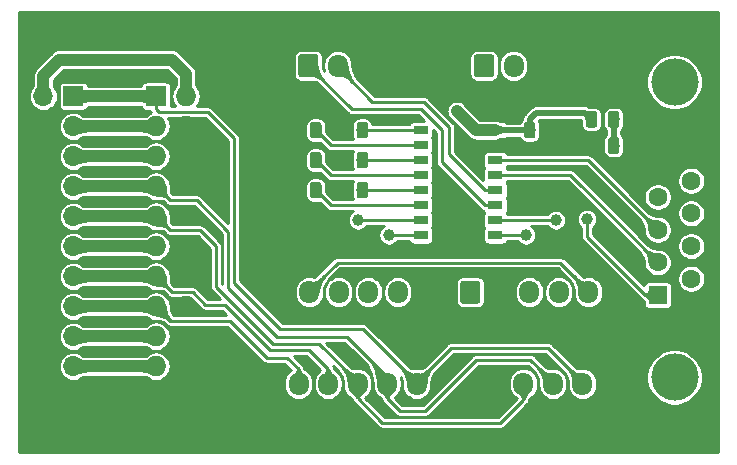
<source format=gbr>
%TF.GenerationSoftware,KiCad,Pcbnew,(5.1.4)-1*%
%TF.CreationDate,2019-11-11T10:46:24+08:00*%
%TF.ProjectId,jlink_vcom_to_rs232_adapter_plate,6a6c696e-6b5f-4766-936f-6d5f746f5f72,rev?*%
%TF.SameCoordinates,Original*%
%TF.FileFunction,Copper,L1,Top*%
%TF.FilePolarity,Positive*%
%FSLAX46Y46*%
G04 Gerber Fmt 4.6, Leading zero omitted, Abs format (unit mm)*
G04 Created by KiCad (PCBNEW (5.1.4)-1) date 2019-11-11 10:46:24*
%MOMM*%
%LPD*%
G04 APERTURE LIST*
%ADD10C,1.000000*%
%ADD11C,0.350000*%
%ADD12C,0.975000*%
%ADD13O,1.700000X1.950000*%
%ADD14C,1.700000*%
%ADD15R,1.300000X0.800000*%
%ADD16O,1.700000X1.700000*%
%ADD17R,1.700000X1.700000*%
%ADD18O,1.727200X1.727200*%
%ADD19R,1.727200X1.727200*%
%ADD20C,4.000000*%
%ADD21C,1.600000*%
%ADD22R,1.600000X1.600000*%
%ADD23C,0.800000*%
%ADD24C,1.000000*%
%ADD25C,0.250000*%
%ADD26C,0.500000*%
%ADD27C,0.254000*%
%ADD28C,0.025400*%
%ADD29C,0.350000*%
G04 APERTURE END LIST*
D10*
X201699200Y-56774000D03*
X199108400Y-55494000D03*
X218488600Y-55422800D03*
X213332400Y-56769000D03*
X215847000Y-55494000D03*
D11*
G36*
X219139542Y-46265774D02*
G01*
X219163203Y-46269284D01*
X219186407Y-46275096D01*
X219208929Y-46283154D01*
X219230553Y-46293382D01*
X219251070Y-46305679D01*
X219270283Y-46319929D01*
X219288007Y-46335993D01*
X219304071Y-46353717D01*
X219318321Y-46372930D01*
X219330618Y-46393447D01*
X219340846Y-46415071D01*
X219348904Y-46437593D01*
X219354716Y-46460797D01*
X219358226Y-46484458D01*
X219359400Y-46508350D01*
X219359400Y-47420850D01*
X219358226Y-47444742D01*
X219354716Y-47468403D01*
X219348904Y-47491607D01*
X219340846Y-47514129D01*
X219330618Y-47535753D01*
X219318321Y-47556270D01*
X219304071Y-47575483D01*
X219288007Y-47593207D01*
X219270283Y-47609271D01*
X219251070Y-47623521D01*
X219230553Y-47635818D01*
X219208929Y-47646046D01*
X219186407Y-47654104D01*
X219163203Y-47659916D01*
X219139542Y-47663426D01*
X219115650Y-47664600D01*
X218628150Y-47664600D01*
X218604258Y-47663426D01*
X218580597Y-47659916D01*
X218557393Y-47654104D01*
X218534871Y-47646046D01*
X218513247Y-47635818D01*
X218492730Y-47623521D01*
X218473517Y-47609271D01*
X218455793Y-47593207D01*
X218439729Y-47575483D01*
X218425479Y-47556270D01*
X218413182Y-47535753D01*
X218402954Y-47514129D01*
X218394896Y-47491607D01*
X218389084Y-47468403D01*
X218385574Y-47444742D01*
X218384400Y-47420850D01*
X218384400Y-46508350D01*
X218385574Y-46484458D01*
X218389084Y-46460797D01*
X218394896Y-46437593D01*
X218402954Y-46415071D01*
X218413182Y-46393447D01*
X218425479Y-46372930D01*
X218439729Y-46353717D01*
X218455793Y-46335993D01*
X218473517Y-46319929D01*
X218492730Y-46305679D01*
X218513247Y-46293382D01*
X218534871Y-46283154D01*
X218557393Y-46275096D01*
X218580597Y-46269284D01*
X218604258Y-46265774D01*
X218628150Y-46264600D01*
X219115650Y-46264600D01*
X219139542Y-46265774D01*
X219139542Y-46265774D01*
G37*
D12*
X218871900Y-46964600D03*
D11*
G36*
X221014542Y-46265774D02*
G01*
X221038203Y-46269284D01*
X221061407Y-46275096D01*
X221083929Y-46283154D01*
X221105553Y-46293382D01*
X221126070Y-46305679D01*
X221145283Y-46319929D01*
X221163007Y-46335993D01*
X221179071Y-46353717D01*
X221193321Y-46372930D01*
X221205618Y-46393447D01*
X221215846Y-46415071D01*
X221223904Y-46437593D01*
X221229716Y-46460797D01*
X221233226Y-46484458D01*
X221234400Y-46508350D01*
X221234400Y-47420850D01*
X221233226Y-47444742D01*
X221229716Y-47468403D01*
X221223904Y-47491607D01*
X221215846Y-47514129D01*
X221205618Y-47535753D01*
X221193321Y-47556270D01*
X221179071Y-47575483D01*
X221163007Y-47593207D01*
X221145283Y-47609271D01*
X221126070Y-47623521D01*
X221105553Y-47635818D01*
X221083929Y-47646046D01*
X221061407Y-47654104D01*
X221038203Y-47659916D01*
X221014542Y-47663426D01*
X220990650Y-47664600D01*
X220503150Y-47664600D01*
X220479258Y-47663426D01*
X220455597Y-47659916D01*
X220432393Y-47654104D01*
X220409871Y-47646046D01*
X220388247Y-47635818D01*
X220367730Y-47623521D01*
X220348517Y-47609271D01*
X220330793Y-47593207D01*
X220314729Y-47575483D01*
X220300479Y-47556270D01*
X220288182Y-47535753D01*
X220277954Y-47514129D01*
X220269896Y-47491607D01*
X220264084Y-47468403D01*
X220260574Y-47444742D01*
X220259400Y-47420850D01*
X220259400Y-46508350D01*
X220260574Y-46484458D01*
X220264084Y-46460797D01*
X220269896Y-46437593D01*
X220277954Y-46415071D01*
X220288182Y-46393447D01*
X220300479Y-46372930D01*
X220314729Y-46353717D01*
X220330793Y-46335993D01*
X220348517Y-46319929D01*
X220367730Y-46305679D01*
X220388247Y-46293382D01*
X220409871Y-46283154D01*
X220432393Y-46275096D01*
X220455597Y-46269284D01*
X220479258Y-46265774D01*
X220503150Y-46264600D01*
X220990650Y-46264600D01*
X221014542Y-46265774D01*
X221014542Y-46265774D01*
G37*
D12*
X220746900Y-46964600D03*
D11*
G36*
X221014542Y-48475574D02*
G01*
X221038203Y-48479084D01*
X221061407Y-48484896D01*
X221083929Y-48492954D01*
X221105553Y-48503182D01*
X221126070Y-48515479D01*
X221145283Y-48529729D01*
X221163007Y-48545793D01*
X221179071Y-48563517D01*
X221193321Y-48582730D01*
X221205618Y-48603247D01*
X221215846Y-48624871D01*
X221223904Y-48647393D01*
X221229716Y-48670597D01*
X221233226Y-48694258D01*
X221234400Y-48718150D01*
X221234400Y-49630650D01*
X221233226Y-49654542D01*
X221229716Y-49678203D01*
X221223904Y-49701407D01*
X221215846Y-49723929D01*
X221205618Y-49745553D01*
X221193321Y-49766070D01*
X221179071Y-49785283D01*
X221163007Y-49803007D01*
X221145283Y-49819071D01*
X221126070Y-49833321D01*
X221105553Y-49845618D01*
X221083929Y-49855846D01*
X221061407Y-49863904D01*
X221038203Y-49869716D01*
X221014542Y-49873226D01*
X220990650Y-49874400D01*
X220503150Y-49874400D01*
X220479258Y-49873226D01*
X220455597Y-49869716D01*
X220432393Y-49863904D01*
X220409871Y-49855846D01*
X220388247Y-49845618D01*
X220367730Y-49833321D01*
X220348517Y-49819071D01*
X220330793Y-49803007D01*
X220314729Y-49785283D01*
X220300479Y-49766070D01*
X220288182Y-49745553D01*
X220277954Y-49723929D01*
X220269896Y-49701407D01*
X220264084Y-49678203D01*
X220260574Y-49654542D01*
X220259400Y-49630650D01*
X220259400Y-48718150D01*
X220260574Y-48694258D01*
X220264084Y-48670597D01*
X220269896Y-48647393D01*
X220277954Y-48624871D01*
X220288182Y-48603247D01*
X220300479Y-48582730D01*
X220314729Y-48563517D01*
X220330793Y-48545793D01*
X220348517Y-48529729D01*
X220367730Y-48515479D01*
X220388247Y-48503182D01*
X220409871Y-48492954D01*
X220432393Y-48484896D01*
X220455597Y-48479084D01*
X220479258Y-48475574D01*
X220503150Y-48474400D01*
X220990650Y-48474400D01*
X221014542Y-48475574D01*
X221014542Y-48475574D01*
G37*
D12*
X220746900Y-49174400D03*
D11*
G36*
X219139542Y-48475574D02*
G01*
X219163203Y-48479084D01*
X219186407Y-48484896D01*
X219208929Y-48492954D01*
X219230553Y-48503182D01*
X219251070Y-48515479D01*
X219270283Y-48529729D01*
X219288007Y-48545793D01*
X219304071Y-48563517D01*
X219318321Y-48582730D01*
X219330618Y-48603247D01*
X219340846Y-48624871D01*
X219348904Y-48647393D01*
X219354716Y-48670597D01*
X219358226Y-48694258D01*
X219359400Y-48718150D01*
X219359400Y-49630650D01*
X219358226Y-49654542D01*
X219354716Y-49678203D01*
X219348904Y-49701407D01*
X219340846Y-49723929D01*
X219330618Y-49745553D01*
X219318321Y-49766070D01*
X219304071Y-49785283D01*
X219288007Y-49803007D01*
X219270283Y-49819071D01*
X219251070Y-49833321D01*
X219230553Y-49845618D01*
X219208929Y-49855846D01*
X219186407Y-49863904D01*
X219163203Y-49869716D01*
X219139542Y-49873226D01*
X219115650Y-49874400D01*
X218628150Y-49874400D01*
X218604258Y-49873226D01*
X218580597Y-49869716D01*
X218557393Y-49863904D01*
X218534871Y-49855846D01*
X218513247Y-49845618D01*
X218492730Y-49833321D01*
X218473517Y-49819071D01*
X218455793Y-49803007D01*
X218439729Y-49785283D01*
X218425479Y-49766070D01*
X218413182Y-49745553D01*
X218402954Y-49723929D01*
X218394896Y-49701407D01*
X218389084Y-49678203D01*
X218385574Y-49654542D01*
X218384400Y-49630650D01*
X218384400Y-48718150D01*
X218385574Y-48694258D01*
X218389084Y-48670597D01*
X218394896Y-48647393D01*
X218402954Y-48624871D01*
X218413182Y-48603247D01*
X218425479Y-48582730D01*
X218439729Y-48563517D01*
X218455793Y-48545793D01*
X218473517Y-48529729D01*
X218492730Y-48515479D01*
X218513247Y-48503182D01*
X218534871Y-48492954D01*
X218557393Y-48484896D01*
X218580597Y-48479084D01*
X218604258Y-48475574D01*
X218628150Y-48474400D01*
X219115650Y-48474400D01*
X219139542Y-48475574D01*
X219139542Y-48475574D01*
G37*
D12*
X218871900Y-49174400D03*
D13*
X202479000Y-61595000D03*
X199979000Y-61595000D03*
X197479000Y-61595000D03*
X194979000Y-61595000D03*
D11*
G36*
X193103504Y-60621204D02*
G01*
X193127773Y-60624804D01*
X193151571Y-60630765D01*
X193174671Y-60639030D01*
X193196849Y-60649520D01*
X193217893Y-60662133D01*
X193237598Y-60676747D01*
X193255777Y-60693223D01*
X193272253Y-60711402D01*
X193286867Y-60731107D01*
X193299480Y-60752151D01*
X193309970Y-60774329D01*
X193318235Y-60797429D01*
X193324196Y-60821227D01*
X193327796Y-60845496D01*
X193329000Y-60870000D01*
X193329000Y-62320000D01*
X193327796Y-62344504D01*
X193324196Y-62368773D01*
X193318235Y-62392571D01*
X193309970Y-62415671D01*
X193299480Y-62437849D01*
X193286867Y-62458893D01*
X193272253Y-62478598D01*
X193255777Y-62496777D01*
X193237598Y-62513253D01*
X193217893Y-62527867D01*
X193196849Y-62540480D01*
X193174671Y-62550970D01*
X193151571Y-62559235D01*
X193127773Y-62565196D01*
X193103504Y-62568796D01*
X193079000Y-62570000D01*
X191879000Y-62570000D01*
X191854496Y-62568796D01*
X191830227Y-62565196D01*
X191806429Y-62559235D01*
X191783329Y-62550970D01*
X191761151Y-62540480D01*
X191740107Y-62527867D01*
X191720402Y-62513253D01*
X191702223Y-62496777D01*
X191685747Y-62478598D01*
X191671133Y-62458893D01*
X191658520Y-62437849D01*
X191648030Y-62415671D01*
X191639765Y-62392571D01*
X191633804Y-62368773D01*
X191630204Y-62344504D01*
X191629000Y-62320000D01*
X191629000Y-60870000D01*
X191630204Y-60845496D01*
X191633804Y-60821227D01*
X191639765Y-60797429D01*
X191648030Y-60774329D01*
X191658520Y-60752151D01*
X191671133Y-60731107D01*
X191685747Y-60711402D01*
X191702223Y-60693223D01*
X191720402Y-60676747D01*
X191740107Y-60662133D01*
X191761151Y-60649520D01*
X191783329Y-60639030D01*
X191806429Y-60630765D01*
X191830227Y-60624804D01*
X191854496Y-60621204D01*
X191879000Y-60620000D01*
X193079000Y-60620000D01*
X193103504Y-60621204D01*
X193103504Y-60621204D01*
G37*
D14*
X192479000Y-61595000D03*
D15*
X210742000Y-47874000D03*
X210742000Y-49154000D03*
X210742000Y-50414000D03*
X210742000Y-51684000D03*
X210742000Y-52964000D03*
X210742000Y-54234000D03*
X210742000Y-55494000D03*
X210742000Y-56774000D03*
X204442000Y-56774000D03*
X204442000Y-55494000D03*
X204442000Y-54234000D03*
X204442000Y-52964000D03*
X204442000Y-51684000D03*
X204442000Y-50414000D03*
X204442000Y-49154000D03*
X204442000Y-47874000D03*
D13*
X218608000Y-61595000D03*
X216108000Y-61595000D03*
X213608000Y-61595000D03*
X211108000Y-61595000D03*
D11*
G36*
X209232504Y-60621204D02*
G01*
X209256773Y-60624804D01*
X209280571Y-60630765D01*
X209303671Y-60639030D01*
X209325849Y-60649520D01*
X209346893Y-60662133D01*
X209366598Y-60676747D01*
X209384777Y-60693223D01*
X209401253Y-60711402D01*
X209415867Y-60731107D01*
X209428480Y-60752151D01*
X209438970Y-60774329D01*
X209447235Y-60797429D01*
X209453196Y-60821227D01*
X209456796Y-60845496D01*
X209458000Y-60870000D01*
X209458000Y-62320000D01*
X209456796Y-62344504D01*
X209453196Y-62368773D01*
X209447235Y-62392571D01*
X209438970Y-62415671D01*
X209428480Y-62437849D01*
X209415867Y-62458893D01*
X209401253Y-62478598D01*
X209384777Y-62496777D01*
X209366598Y-62513253D01*
X209346893Y-62527867D01*
X209325849Y-62540480D01*
X209303671Y-62550970D01*
X209280571Y-62559235D01*
X209256773Y-62565196D01*
X209232504Y-62568796D01*
X209208000Y-62570000D01*
X208008000Y-62570000D01*
X207983496Y-62568796D01*
X207959227Y-62565196D01*
X207935429Y-62559235D01*
X207912329Y-62550970D01*
X207890151Y-62540480D01*
X207869107Y-62527867D01*
X207849402Y-62513253D01*
X207831223Y-62496777D01*
X207814747Y-62478598D01*
X207800133Y-62458893D01*
X207787520Y-62437849D01*
X207777030Y-62415671D01*
X207768765Y-62392571D01*
X207762804Y-62368773D01*
X207759204Y-62344504D01*
X207758000Y-62320000D01*
X207758000Y-60870000D01*
X207759204Y-60845496D01*
X207762804Y-60821227D01*
X207768765Y-60797429D01*
X207777030Y-60774329D01*
X207787520Y-60752151D01*
X207800133Y-60731107D01*
X207814747Y-60711402D01*
X207831223Y-60693223D01*
X207849402Y-60676747D01*
X207869107Y-60662133D01*
X207890151Y-60649520D01*
X207912329Y-60639030D01*
X207935429Y-60630765D01*
X207959227Y-60624804D01*
X207983496Y-60621204D01*
X208008000Y-60620000D01*
X209208000Y-60620000D01*
X209232504Y-60621204D01*
X209232504Y-60621204D01*
G37*
D14*
X208608000Y-61595000D03*
D16*
X172460000Y-67860000D03*
X175000000Y-67860000D03*
X172460000Y-65320000D03*
X175000000Y-65320000D03*
X172460000Y-62780000D03*
X175000000Y-62780000D03*
X172460000Y-60240000D03*
X175000000Y-60240000D03*
X172460000Y-57700000D03*
X175000000Y-57700000D03*
X172460000Y-55160000D03*
X175000000Y-55160000D03*
X172460000Y-52620000D03*
X175000000Y-52620000D03*
X172460000Y-50080000D03*
X175000000Y-50080000D03*
X172460000Y-47540000D03*
X175000000Y-47540000D03*
X172460000Y-45000000D03*
D17*
X175000000Y-45000000D03*
D18*
X184540000Y-67860000D03*
X182000000Y-67860000D03*
X184540000Y-65320000D03*
X182000000Y-65320000D03*
X184540000Y-62780000D03*
X182000000Y-62780000D03*
X184540000Y-60240000D03*
X182000000Y-60240000D03*
X184540000Y-57700000D03*
X182000000Y-57700000D03*
X184540000Y-55160000D03*
X182000000Y-55160000D03*
X184540000Y-52620000D03*
X182000000Y-52620000D03*
X184540000Y-50080000D03*
X182000000Y-50080000D03*
X184540000Y-47540000D03*
X182000000Y-47540000D03*
X184540000Y-45000000D03*
D19*
X182000000Y-45000000D03*
D13*
X214772440Y-42418000D03*
X212272440Y-42418000D03*
D11*
G36*
X210396944Y-41444204D02*
G01*
X210421213Y-41447804D01*
X210445011Y-41453765D01*
X210468111Y-41462030D01*
X210490289Y-41472520D01*
X210511333Y-41485133D01*
X210531038Y-41499747D01*
X210549217Y-41516223D01*
X210565693Y-41534402D01*
X210580307Y-41554107D01*
X210592920Y-41575151D01*
X210603410Y-41597329D01*
X210611675Y-41620429D01*
X210617636Y-41644227D01*
X210621236Y-41668496D01*
X210622440Y-41693000D01*
X210622440Y-43143000D01*
X210621236Y-43167504D01*
X210617636Y-43191773D01*
X210611675Y-43215571D01*
X210603410Y-43238671D01*
X210592920Y-43260849D01*
X210580307Y-43281893D01*
X210565693Y-43301598D01*
X210549217Y-43319777D01*
X210531038Y-43336253D01*
X210511333Y-43350867D01*
X210490289Y-43363480D01*
X210468111Y-43373970D01*
X210445011Y-43382235D01*
X210421213Y-43388196D01*
X210396944Y-43391796D01*
X210372440Y-43393000D01*
X209172440Y-43393000D01*
X209147936Y-43391796D01*
X209123667Y-43388196D01*
X209099869Y-43382235D01*
X209076769Y-43373970D01*
X209054591Y-43363480D01*
X209033547Y-43350867D01*
X209013842Y-43336253D01*
X208995663Y-43319777D01*
X208979187Y-43301598D01*
X208964573Y-43281893D01*
X208951960Y-43260849D01*
X208941470Y-43238671D01*
X208933205Y-43215571D01*
X208927244Y-43191773D01*
X208923644Y-43167504D01*
X208922440Y-43143000D01*
X208922440Y-41693000D01*
X208923644Y-41668496D01*
X208927244Y-41644227D01*
X208933205Y-41620429D01*
X208941470Y-41597329D01*
X208951960Y-41575151D01*
X208964573Y-41554107D01*
X208979187Y-41534402D01*
X208995663Y-41516223D01*
X209013842Y-41499747D01*
X209033547Y-41485133D01*
X209054591Y-41472520D01*
X209076769Y-41462030D01*
X209099869Y-41453765D01*
X209123667Y-41447804D01*
X209147936Y-41444204D01*
X209172440Y-41443000D01*
X210372440Y-41443000D01*
X210396944Y-41444204D01*
X210396944Y-41444204D01*
G37*
D14*
X209772440Y-42418000D03*
D13*
X199901220Y-42418000D03*
X197401220Y-42418000D03*
D11*
G36*
X195525724Y-41444204D02*
G01*
X195549993Y-41447804D01*
X195573791Y-41453765D01*
X195596891Y-41462030D01*
X195619069Y-41472520D01*
X195640113Y-41485133D01*
X195659818Y-41499747D01*
X195677997Y-41516223D01*
X195694473Y-41534402D01*
X195709087Y-41554107D01*
X195721700Y-41575151D01*
X195732190Y-41597329D01*
X195740455Y-41620429D01*
X195746416Y-41644227D01*
X195750016Y-41668496D01*
X195751220Y-41693000D01*
X195751220Y-43143000D01*
X195750016Y-43167504D01*
X195746416Y-43191773D01*
X195740455Y-43215571D01*
X195732190Y-43238671D01*
X195721700Y-43260849D01*
X195709087Y-43281893D01*
X195694473Y-43301598D01*
X195677997Y-43319777D01*
X195659818Y-43336253D01*
X195640113Y-43350867D01*
X195619069Y-43363480D01*
X195596891Y-43373970D01*
X195573791Y-43382235D01*
X195549993Y-43388196D01*
X195525724Y-43391796D01*
X195501220Y-43393000D01*
X194301220Y-43393000D01*
X194276716Y-43391796D01*
X194252447Y-43388196D01*
X194228649Y-43382235D01*
X194205549Y-43373970D01*
X194183371Y-43363480D01*
X194162327Y-43350867D01*
X194142622Y-43336253D01*
X194124443Y-43319777D01*
X194107967Y-43301598D01*
X194093353Y-43281893D01*
X194080740Y-43260849D01*
X194070250Y-43238671D01*
X194061985Y-43215571D01*
X194056024Y-43191773D01*
X194052424Y-43167504D01*
X194051220Y-43143000D01*
X194051220Y-41693000D01*
X194052424Y-41668496D01*
X194056024Y-41644227D01*
X194061985Y-41620429D01*
X194070250Y-41597329D01*
X194080740Y-41575151D01*
X194093353Y-41554107D01*
X194107967Y-41534402D01*
X194124443Y-41516223D01*
X194142622Y-41499747D01*
X194162327Y-41485133D01*
X194183371Y-41472520D01*
X194205549Y-41462030D01*
X194228649Y-41453765D01*
X194252447Y-41447804D01*
X194276716Y-41444204D01*
X194301220Y-41443000D01*
X195501220Y-41443000D01*
X195525724Y-41444204D01*
X195525724Y-41444204D01*
G37*
D14*
X194901220Y-42418000D03*
D20*
X225903000Y-43809000D03*
X225903000Y-68809000D03*
D21*
X227323000Y-52154000D03*
X227323000Y-54924000D03*
X227323000Y-57694000D03*
X227323000Y-60464000D03*
X224483000Y-50769000D03*
X224483000Y-53539000D03*
X224483000Y-56309000D03*
X224483000Y-59079000D03*
D22*
X224483000Y-61849000D03*
D13*
X204067887Y-69342000D03*
X201567887Y-69342000D03*
X199067887Y-69342000D03*
X196567887Y-69342000D03*
X194067887Y-69342000D03*
D11*
G36*
X192192481Y-68368203D02*
G01*
X192216740Y-68371802D01*
X192240529Y-68377761D01*
X192263620Y-68386023D01*
X192285789Y-68396508D01*
X192306824Y-68409116D01*
X192326522Y-68423725D01*
X192344693Y-68440194D01*
X192361162Y-68458365D01*
X192375771Y-68478063D01*
X192388379Y-68499098D01*
X192398864Y-68521267D01*
X192407126Y-68544358D01*
X192413085Y-68568147D01*
X192416684Y-68592406D01*
X192417887Y-68616900D01*
X192417887Y-70067100D01*
X192416684Y-70091594D01*
X192413085Y-70115853D01*
X192407126Y-70139642D01*
X192398864Y-70162733D01*
X192388379Y-70184902D01*
X192375771Y-70205937D01*
X192361162Y-70225635D01*
X192344693Y-70243806D01*
X192326522Y-70260275D01*
X192306824Y-70274884D01*
X192285789Y-70287492D01*
X192263620Y-70297977D01*
X192240529Y-70306239D01*
X192216740Y-70312198D01*
X192192481Y-70315797D01*
X192167987Y-70317000D01*
X190967787Y-70317000D01*
X190943293Y-70315797D01*
X190919034Y-70312198D01*
X190895245Y-70306239D01*
X190872154Y-70297977D01*
X190849985Y-70287492D01*
X190828950Y-70274884D01*
X190809252Y-70260275D01*
X190791081Y-70243806D01*
X190774612Y-70225635D01*
X190760003Y-70205937D01*
X190747395Y-70184902D01*
X190736910Y-70162733D01*
X190728648Y-70139642D01*
X190722689Y-70115853D01*
X190719090Y-70091594D01*
X190717887Y-70067100D01*
X190717887Y-68616900D01*
X190719090Y-68592406D01*
X190722689Y-68568147D01*
X190728648Y-68544358D01*
X190736910Y-68521267D01*
X190747395Y-68499098D01*
X190760003Y-68478063D01*
X190774612Y-68458365D01*
X190791081Y-68440194D01*
X190809252Y-68423725D01*
X190828950Y-68409116D01*
X190849985Y-68396508D01*
X190872154Y-68386023D01*
X190895245Y-68377761D01*
X190919034Y-68371802D01*
X190943293Y-68368203D01*
X190967787Y-68367000D01*
X192167987Y-68367000D01*
X192192481Y-68368203D01*
X192192481Y-68368203D01*
G37*
D14*
X191567887Y-69342000D03*
D13*
X218105774Y-69342000D03*
X215605774Y-69342000D03*
X213105774Y-69342000D03*
D11*
G36*
X211230278Y-68368204D02*
G01*
X211254547Y-68371804D01*
X211278345Y-68377765D01*
X211301445Y-68386030D01*
X211323623Y-68396520D01*
X211344667Y-68409133D01*
X211364372Y-68423747D01*
X211382551Y-68440223D01*
X211399027Y-68458402D01*
X211413641Y-68478107D01*
X211426254Y-68499151D01*
X211436744Y-68521329D01*
X211445009Y-68544429D01*
X211450970Y-68568227D01*
X211454570Y-68592496D01*
X211455774Y-68617000D01*
X211455774Y-70067000D01*
X211454570Y-70091504D01*
X211450970Y-70115773D01*
X211445009Y-70139571D01*
X211436744Y-70162671D01*
X211426254Y-70184849D01*
X211413641Y-70205893D01*
X211399027Y-70225598D01*
X211382551Y-70243777D01*
X211364372Y-70260253D01*
X211344667Y-70274867D01*
X211323623Y-70287480D01*
X211301445Y-70297970D01*
X211278345Y-70306235D01*
X211254547Y-70312196D01*
X211230278Y-70315796D01*
X211205774Y-70317000D01*
X210005774Y-70317000D01*
X209981270Y-70315796D01*
X209957001Y-70312196D01*
X209933203Y-70306235D01*
X209910103Y-70297970D01*
X209887925Y-70287480D01*
X209866881Y-70274867D01*
X209847176Y-70260253D01*
X209828997Y-70243777D01*
X209812521Y-70225598D01*
X209797907Y-70205893D01*
X209785294Y-70184849D01*
X209774804Y-70162671D01*
X209766539Y-70139571D01*
X209760578Y-70115773D01*
X209756978Y-70091504D01*
X209755774Y-70067000D01*
X209755774Y-68617000D01*
X209756978Y-68592496D01*
X209760578Y-68568227D01*
X209766539Y-68544429D01*
X209774804Y-68521329D01*
X209785294Y-68499151D01*
X209797907Y-68478107D01*
X209812521Y-68458402D01*
X209828997Y-68440223D01*
X209847176Y-68423747D01*
X209866881Y-68409133D01*
X209887925Y-68396520D01*
X209910103Y-68386030D01*
X209933203Y-68377765D01*
X209957001Y-68371804D01*
X209981270Y-68368204D01*
X210005774Y-68367000D01*
X211205774Y-68367000D01*
X211230278Y-68368204D01*
X211230278Y-68368204D01*
G37*
D14*
X210605774Y-69342000D03*
D11*
G36*
X195794642Y-52260174D02*
G01*
X195818303Y-52263684D01*
X195841507Y-52269496D01*
X195864029Y-52277554D01*
X195885653Y-52287782D01*
X195906170Y-52300079D01*
X195925383Y-52314329D01*
X195943107Y-52330393D01*
X195959171Y-52348117D01*
X195973421Y-52367330D01*
X195985718Y-52387847D01*
X195995946Y-52409471D01*
X196004004Y-52431993D01*
X196009816Y-52455197D01*
X196013326Y-52478858D01*
X196014500Y-52502750D01*
X196014500Y-53415250D01*
X196013326Y-53439142D01*
X196009816Y-53462803D01*
X196004004Y-53486007D01*
X195995946Y-53508529D01*
X195985718Y-53530153D01*
X195973421Y-53550670D01*
X195959171Y-53569883D01*
X195943107Y-53587607D01*
X195925383Y-53603671D01*
X195906170Y-53617921D01*
X195885653Y-53630218D01*
X195864029Y-53640446D01*
X195841507Y-53648504D01*
X195818303Y-53654316D01*
X195794642Y-53657826D01*
X195770750Y-53659000D01*
X195283250Y-53659000D01*
X195259358Y-53657826D01*
X195235697Y-53654316D01*
X195212493Y-53648504D01*
X195189971Y-53640446D01*
X195168347Y-53630218D01*
X195147830Y-53617921D01*
X195128617Y-53603671D01*
X195110893Y-53587607D01*
X195094829Y-53569883D01*
X195080579Y-53550670D01*
X195068282Y-53530153D01*
X195058054Y-53508529D01*
X195049996Y-53486007D01*
X195044184Y-53462803D01*
X195040674Y-53439142D01*
X195039500Y-53415250D01*
X195039500Y-52502750D01*
X195040674Y-52478858D01*
X195044184Y-52455197D01*
X195049996Y-52431993D01*
X195058054Y-52409471D01*
X195068282Y-52387847D01*
X195080579Y-52367330D01*
X195094829Y-52348117D01*
X195110893Y-52330393D01*
X195128617Y-52314329D01*
X195147830Y-52300079D01*
X195168347Y-52287782D01*
X195189971Y-52277554D01*
X195212493Y-52269496D01*
X195235697Y-52263684D01*
X195259358Y-52260174D01*
X195283250Y-52259000D01*
X195770750Y-52259000D01*
X195794642Y-52260174D01*
X195794642Y-52260174D01*
G37*
D12*
X195527000Y-52959000D03*
D11*
G36*
X193919642Y-52260174D02*
G01*
X193943303Y-52263684D01*
X193966507Y-52269496D01*
X193989029Y-52277554D01*
X194010653Y-52287782D01*
X194031170Y-52300079D01*
X194050383Y-52314329D01*
X194068107Y-52330393D01*
X194084171Y-52348117D01*
X194098421Y-52367330D01*
X194110718Y-52387847D01*
X194120946Y-52409471D01*
X194129004Y-52431993D01*
X194134816Y-52455197D01*
X194138326Y-52478858D01*
X194139500Y-52502750D01*
X194139500Y-53415250D01*
X194138326Y-53439142D01*
X194134816Y-53462803D01*
X194129004Y-53486007D01*
X194120946Y-53508529D01*
X194110718Y-53530153D01*
X194098421Y-53550670D01*
X194084171Y-53569883D01*
X194068107Y-53587607D01*
X194050383Y-53603671D01*
X194031170Y-53617921D01*
X194010653Y-53630218D01*
X193989029Y-53640446D01*
X193966507Y-53648504D01*
X193943303Y-53654316D01*
X193919642Y-53657826D01*
X193895750Y-53659000D01*
X193408250Y-53659000D01*
X193384358Y-53657826D01*
X193360697Y-53654316D01*
X193337493Y-53648504D01*
X193314971Y-53640446D01*
X193293347Y-53630218D01*
X193272830Y-53617921D01*
X193253617Y-53603671D01*
X193235893Y-53587607D01*
X193219829Y-53569883D01*
X193205579Y-53550670D01*
X193193282Y-53530153D01*
X193183054Y-53508529D01*
X193174996Y-53486007D01*
X193169184Y-53462803D01*
X193165674Y-53439142D01*
X193164500Y-53415250D01*
X193164500Y-52502750D01*
X193165674Y-52478858D01*
X193169184Y-52455197D01*
X193174996Y-52431993D01*
X193183054Y-52409471D01*
X193193282Y-52387847D01*
X193205579Y-52367330D01*
X193219829Y-52348117D01*
X193235893Y-52330393D01*
X193253617Y-52314329D01*
X193272830Y-52300079D01*
X193293347Y-52287782D01*
X193314971Y-52277554D01*
X193337493Y-52269496D01*
X193360697Y-52263684D01*
X193384358Y-52260174D01*
X193408250Y-52259000D01*
X193895750Y-52259000D01*
X193919642Y-52260174D01*
X193919642Y-52260174D01*
G37*
D12*
X193652000Y-52959000D03*
D11*
G36*
X195794642Y-47180174D02*
G01*
X195818303Y-47183684D01*
X195841507Y-47189496D01*
X195864029Y-47197554D01*
X195885653Y-47207782D01*
X195906170Y-47220079D01*
X195925383Y-47234329D01*
X195943107Y-47250393D01*
X195959171Y-47268117D01*
X195973421Y-47287330D01*
X195985718Y-47307847D01*
X195995946Y-47329471D01*
X196004004Y-47351993D01*
X196009816Y-47375197D01*
X196013326Y-47398858D01*
X196014500Y-47422750D01*
X196014500Y-48335250D01*
X196013326Y-48359142D01*
X196009816Y-48382803D01*
X196004004Y-48406007D01*
X195995946Y-48428529D01*
X195985718Y-48450153D01*
X195973421Y-48470670D01*
X195959171Y-48489883D01*
X195943107Y-48507607D01*
X195925383Y-48523671D01*
X195906170Y-48537921D01*
X195885653Y-48550218D01*
X195864029Y-48560446D01*
X195841507Y-48568504D01*
X195818303Y-48574316D01*
X195794642Y-48577826D01*
X195770750Y-48579000D01*
X195283250Y-48579000D01*
X195259358Y-48577826D01*
X195235697Y-48574316D01*
X195212493Y-48568504D01*
X195189971Y-48560446D01*
X195168347Y-48550218D01*
X195147830Y-48537921D01*
X195128617Y-48523671D01*
X195110893Y-48507607D01*
X195094829Y-48489883D01*
X195080579Y-48470670D01*
X195068282Y-48450153D01*
X195058054Y-48428529D01*
X195049996Y-48406007D01*
X195044184Y-48382803D01*
X195040674Y-48359142D01*
X195039500Y-48335250D01*
X195039500Y-47422750D01*
X195040674Y-47398858D01*
X195044184Y-47375197D01*
X195049996Y-47351993D01*
X195058054Y-47329471D01*
X195068282Y-47307847D01*
X195080579Y-47287330D01*
X195094829Y-47268117D01*
X195110893Y-47250393D01*
X195128617Y-47234329D01*
X195147830Y-47220079D01*
X195168347Y-47207782D01*
X195189971Y-47197554D01*
X195212493Y-47189496D01*
X195235697Y-47183684D01*
X195259358Y-47180174D01*
X195283250Y-47179000D01*
X195770750Y-47179000D01*
X195794642Y-47180174D01*
X195794642Y-47180174D01*
G37*
D12*
X195527000Y-47879000D03*
D11*
G36*
X193919642Y-47180174D02*
G01*
X193943303Y-47183684D01*
X193966507Y-47189496D01*
X193989029Y-47197554D01*
X194010653Y-47207782D01*
X194031170Y-47220079D01*
X194050383Y-47234329D01*
X194068107Y-47250393D01*
X194084171Y-47268117D01*
X194098421Y-47287330D01*
X194110718Y-47307847D01*
X194120946Y-47329471D01*
X194129004Y-47351993D01*
X194134816Y-47375197D01*
X194138326Y-47398858D01*
X194139500Y-47422750D01*
X194139500Y-48335250D01*
X194138326Y-48359142D01*
X194134816Y-48382803D01*
X194129004Y-48406007D01*
X194120946Y-48428529D01*
X194110718Y-48450153D01*
X194098421Y-48470670D01*
X194084171Y-48489883D01*
X194068107Y-48507607D01*
X194050383Y-48523671D01*
X194031170Y-48537921D01*
X194010653Y-48550218D01*
X193989029Y-48560446D01*
X193966507Y-48568504D01*
X193943303Y-48574316D01*
X193919642Y-48577826D01*
X193895750Y-48579000D01*
X193408250Y-48579000D01*
X193384358Y-48577826D01*
X193360697Y-48574316D01*
X193337493Y-48568504D01*
X193314971Y-48560446D01*
X193293347Y-48550218D01*
X193272830Y-48537921D01*
X193253617Y-48523671D01*
X193235893Y-48507607D01*
X193219829Y-48489883D01*
X193205579Y-48470670D01*
X193193282Y-48450153D01*
X193183054Y-48428529D01*
X193174996Y-48406007D01*
X193169184Y-48382803D01*
X193165674Y-48359142D01*
X193164500Y-48335250D01*
X193164500Y-47422750D01*
X193165674Y-47398858D01*
X193169184Y-47375197D01*
X193174996Y-47351993D01*
X193183054Y-47329471D01*
X193193282Y-47307847D01*
X193205579Y-47287330D01*
X193219829Y-47268117D01*
X193235893Y-47250393D01*
X193253617Y-47234329D01*
X193272830Y-47220079D01*
X193293347Y-47207782D01*
X193314971Y-47197554D01*
X193337493Y-47189496D01*
X193360697Y-47183684D01*
X193384358Y-47180174D01*
X193408250Y-47179000D01*
X193895750Y-47179000D01*
X193919642Y-47180174D01*
X193919642Y-47180174D01*
G37*
D12*
X193652000Y-47879000D03*
D11*
G36*
X199731642Y-52260174D02*
G01*
X199755303Y-52263684D01*
X199778507Y-52269496D01*
X199801029Y-52277554D01*
X199822653Y-52287782D01*
X199843170Y-52300079D01*
X199862383Y-52314329D01*
X199880107Y-52330393D01*
X199896171Y-52348117D01*
X199910421Y-52367330D01*
X199922718Y-52387847D01*
X199932946Y-52409471D01*
X199941004Y-52431993D01*
X199946816Y-52455197D01*
X199950326Y-52478858D01*
X199951500Y-52502750D01*
X199951500Y-53415250D01*
X199950326Y-53439142D01*
X199946816Y-53462803D01*
X199941004Y-53486007D01*
X199932946Y-53508529D01*
X199922718Y-53530153D01*
X199910421Y-53550670D01*
X199896171Y-53569883D01*
X199880107Y-53587607D01*
X199862383Y-53603671D01*
X199843170Y-53617921D01*
X199822653Y-53630218D01*
X199801029Y-53640446D01*
X199778507Y-53648504D01*
X199755303Y-53654316D01*
X199731642Y-53657826D01*
X199707750Y-53659000D01*
X199220250Y-53659000D01*
X199196358Y-53657826D01*
X199172697Y-53654316D01*
X199149493Y-53648504D01*
X199126971Y-53640446D01*
X199105347Y-53630218D01*
X199084830Y-53617921D01*
X199065617Y-53603671D01*
X199047893Y-53587607D01*
X199031829Y-53569883D01*
X199017579Y-53550670D01*
X199005282Y-53530153D01*
X198995054Y-53508529D01*
X198986996Y-53486007D01*
X198981184Y-53462803D01*
X198977674Y-53439142D01*
X198976500Y-53415250D01*
X198976500Y-52502750D01*
X198977674Y-52478858D01*
X198981184Y-52455197D01*
X198986996Y-52431993D01*
X198995054Y-52409471D01*
X199005282Y-52387847D01*
X199017579Y-52367330D01*
X199031829Y-52348117D01*
X199047893Y-52330393D01*
X199065617Y-52314329D01*
X199084830Y-52300079D01*
X199105347Y-52287782D01*
X199126971Y-52277554D01*
X199149493Y-52269496D01*
X199172697Y-52263684D01*
X199196358Y-52260174D01*
X199220250Y-52259000D01*
X199707750Y-52259000D01*
X199731642Y-52260174D01*
X199731642Y-52260174D01*
G37*
D12*
X199464000Y-52959000D03*
D11*
G36*
X197856642Y-52260174D02*
G01*
X197880303Y-52263684D01*
X197903507Y-52269496D01*
X197926029Y-52277554D01*
X197947653Y-52287782D01*
X197968170Y-52300079D01*
X197987383Y-52314329D01*
X198005107Y-52330393D01*
X198021171Y-52348117D01*
X198035421Y-52367330D01*
X198047718Y-52387847D01*
X198057946Y-52409471D01*
X198066004Y-52431993D01*
X198071816Y-52455197D01*
X198075326Y-52478858D01*
X198076500Y-52502750D01*
X198076500Y-53415250D01*
X198075326Y-53439142D01*
X198071816Y-53462803D01*
X198066004Y-53486007D01*
X198057946Y-53508529D01*
X198047718Y-53530153D01*
X198035421Y-53550670D01*
X198021171Y-53569883D01*
X198005107Y-53587607D01*
X197987383Y-53603671D01*
X197968170Y-53617921D01*
X197947653Y-53630218D01*
X197926029Y-53640446D01*
X197903507Y-53648504D01*
X197880303Y-53654316D01*
X197856642Y-53657826D01*
X197832750Y-53659000D01*
X197345250Y-53659000D01*
X197321358Y-53657826D01*
X197297697Y-53654316D01*
X197274493Y-53648504D01*
X197251971Y-53640446D01*
X197230347Y-53630218D01*
X197209830Y-53617921D01*
X197190617Y-53603671D01*
X197172893Y-53587607D01*
X197156829Y-53569883D01*
X197142579Y-53550670D01*
X197130282Y-53530153D01*
X197120054Y-53508529D01*
X197111996Y-53486007D01*
X197106184Y-53462803D01*
X197102674Y-53439142D01*
X197101500Y-53415250D01*
X197101500Y-52502750D01*
X197102674Y-52478858D01*
X197106184Y-52455197D01*
X197111996Y-52431993D01*
X197120054Y-52409471D01*
X197130282Y-52387847D01*
X197142579Y-52367330D01*
X197156829Y-52348117D01*
X197172893Y-52330393D01*
X197190617Y-52314329D01*
X197209830Y-52300079D01*
X197230347Y-52287782D01*
X197251971Y-52277554D01*
X197274493Y-52269496D01*
X197297697Y-52263684D01*
X197321358Y-52260174D01*
X197345250Y-52259000D01*
X197832750Y-52259000D01*
X197856642Y-52260174D01*
X197856642Y-52260174D01*
G37*
D12*
X197589000Y-52959000D03*
D11*
G36*
X195794642Y-49720174D02*
G01*
X195818303Y-49723684D01*
X195841507Y-49729496D01*
X195864029Y-49737554D01*
X195885653Y-49747782D01*
X195906170Y-49760079D01*
X195925383Y-49774329D01*
X195943107Y-49790393D01*
X195959171Y-49808117D01*
X195973421Y-49827330D01*
X195985718Y-49847847D01*
X195995946Y-49869471D01*
X196004004Y-49891993D01*
X196009816Y-49915197D01*
X196013326Y-49938858D01*
X196014500Y-49962750D01*
X196014500Y-50875250D01*
X196013326Y-50899142D01*
X196009816Y-50922803D01*
X196004004Y-50946007D01*
X195995946Y-50968529D01*
X195985718Y-50990153D01*
X195973421Y-51010670D01*
X195959171Y-51029883D01*
X195943107Y-51047607D01*
X195925383Y-51063671D01*
X195906170Y-51077921D01*
X195885653Y-51090218D01*
X195864029Y-51100446D01*
X195841507Y-51108504D01*
X195818303Y-51114316D01*
X195794642Y-51117826D01*
X195770750Y-51119000D01*
X195283250Y-51119000D01*
X195259358Y-51117826D01*
X195235697Y-51114316D01*
X195212493Y-51108504D01*
X195189971Y-51100446D01*
X195168347Y-51090218D01*
X195147830Y-51077921D01*
X195128617Y-51063671D01*
X195110893Y-51047607D01*
X195094829Y-51029883D01*
X195080579Y-51010670D01*
X195068282Y-50990153D01*
X195058054Y-50968529D01*
X195049996Y-50946007D01*
X195044184Y-50922803D01*
X195040674Y-50899142D01*
X195039500Y-50875250D01*
X195039500Y-49962750D01*
X195040674Y-49938858D01*
X195044184Y-49915197D01*
X195049996Y-49891993D01*
X195058054Y-49869471D01*
X195068282Y-49847847D01*
X195080579Y-49827330D01*
X195094829Y-49808117D01*
X195110893Y-49790393D01*
X195128617Y-49774329D01*
X195147830Y-49760079D01*
X195168347Y-49747782D01*
X195189971Y-49737554D01*
X195212493Y-49729496D01*
X195235697Y-49723684D01*
X195259358Y-49720174D01*
X195283250Y-49719000D01*
X195770750Y-49719000D01*
X195794642Y-49720174D01*
X195794642Y-49720174D01*
G37*
D12*
X195527000Y-50419000D03*
D11*
G36*
X193919642Y-49720174D02*
G01*
X193943303Y-49723684D01*
X193966507Y-49729496D01*
X193989029Y-49737554D01*
X194010653Y-49747782D01*
X194031170Y-49760079D01*
X194050383Y-49774329D01*
X194068107Y-49790393D01*
X194084171Y-49808117D01*
X194098421Y-49827330D01*
X194110718Y-49847847D01*
X194120946Y-49869471D01*
X194129004Y-49891993D01*
X194134816Y-49915197D01*
X194138326Y-49938858D01*
X194139500Y-49962750D01*
X194139500Y-50875250D01*
X194138326Y-50899142D01*
X194134816Y-50922803D01*
X194129004Y-50946007D01*
X194120946Y-50968529D01*
X194110718Y-50990153D01*
X194098421Y-51010670D01*
X194084171Y-51029883D01*
X194068107Y-51047607D01*
X194050383Y-51063671D01*
X194031170Y-51077921D01*
X194010653Y-51090218D01*
X193989029Y-51100446D01*
X193966507Y-51108504D01*
X193943303Y-51114316D01*
X193919642Y-51117826D01*
X193895750Y-51119000D01*
X193408250Y-51119000D01*
X193384358Y-51117826D01*
X193360697Y-51114316D01*
X193337493Y-51108504D01*
X193314971Y-51100446D01*
X193293347Y-51090218D01*
X193272830Y-51077921D01*
X193253617Y-51063671D01*
X193235893Y-51047607D01*
X193219829Y-51029883D01*
X193205579Y-51010670D01*
X193193282Y-50990153D01*
X193183054Y-50968529D01*
X193174996Y-50946007D01*
X193169184Y-50922803D01*
X193165674Y-50899142D01*
X193164500Y-50875250D01*
X193164500Y-49962750D01*
X193165674Y-49938858D01*
X193169184Y-49915197D01*
X193174996Y-49891993D01*
X193183054Y-49869471D01*
X193193282Y-49847847D01*
X193205579Y-49827330D01*
X193219829Y-49808117D01*
X193235893Y-49790393D01*
X193253617Y-49774329D01*
X193272830Y-49760079D01*
X193293347Y-49747782D01*
X193314971Y-49737554D01*
X193337493Y-49729496D01*
X193360697Y-49723684D01*
X193384358Y-49720174D01*
X193408250Y-49719000D01*
X193895750Y-49719000D01*
X193919642Y-49720174D01*
X193919642Y-49720174D01*
G37*
D12*
X193652000Y-50419000D03*
D11*
G36*
X213907142Y-47180174D02*
G01*
X213930803Y-47183684D01*
X213954007Y-47189496D01*
X213976529Y-47197554D01*
X213998153Y-47207782D01*
X214018670Y-47220079D01*
X214037883Y-47234329D01*
X214055607Y-47250393D01*
X214071671Y-47268117D01*
X214085921Y-47287330D01*
X214098218Y-47307847D01*
X214108446Y-47329471D01*
X214116504Y-47351993D01*
X214122316Y-47375197D01*
X214125826Y-47398858D01*
X214127000Y-47422750D01*
X214127000Y-48335250D01*
X214125826Y-48359142D01*
X214122316Y-48382803D01*
X214116504Y-48406007D01*
X214108446Y-48428529D01*
X214098218Y-48450153D01*
X214085921Y-48470670D01*
X214071671Y-48489883D01*
X214055607Y-48507607D01*
X214037883Y-48523671D01*
X214018670Y-48537921D01*
X213998153Y-48550218D01*
X213976529Y-48560446D01*
X213954007Y-48568504D01*
X213930803Y-48574316D01*
X213907142Y-48577826D01*
X213883250Y-48579000D01*
X213395750Y-48579000D01*
X213371858Y-48577826D01*
X213348197Y-48574316D01*
X213324993Y-48568504D01*
X213302471Y-48560446D01*
X213280847Y-48550218D01*
X213260330Y-48537921D01*
X213241117Y-48523671D01*
X213223393Y-48507607D01*
X213207329Y-48489883D01*
X213193079Y-48470670D01*
X213180782Y-48450153D01*
X213170554Y-48428529D01*
X213162496Y-48406007D01*
X213156684Y-48382803D01*
X213153174Y-48359142D01*
X213152000Y-48335250D01*
X213152000Y-47422750D01*
X213153174Y-47398858D01*
X213156684Y-47375197D01*
X213162496Y-47351993D01*
X213170554Y-47329471D01*
X213180782Y-47307847D01*
X213193079Y-47287330D01*
X213207329Y-47268117D01*
X213223393Y-47250393D01*
X213241117Y-47234329D01*
X213260330Y-47220079D01*
X213280847Y-47207782D01*
X213302471Y-47197554D01*
X213324993Y-47189496D01*
X213348197Y-47183684D01*
X213371858Y-47180174D01*
X213395750Y-47179000D01*
X213883250Y-47179000D01*
X213907142Y-47180174D01*
X213907142Y-47180174D01*
G37*
D12*
X213639500Y-47879000D03*
D11*
G36*
X215782142Y-47180174D02*
G01*
X215805803Y-47183684D01*
X215829007Y-47189496D01*
X215851529Y-47197554D01*
X215873153Y-47207782D01*
X215893670Y-47220079D01*
X215912883Y-47234329D01*
X215930607Y-47250393D01*
X215946671Y-47268117D01*
X215960921Y-47287330D01*
X215973218Y-47307847D01*
X215983446Y-47329471D01*
X215991504Y-47351993D01*
X215997316Y-47375197D01*
X216000826Y-47398858D01*
X216002000Y-47422750D01*
X216002000Y-48335250D01*
X216000826Y-48359142D01*
X215997316Y-48382803D01*
X215991504Y-48406007D01*
X215983446Y-48428529D01*
X215973218Y-48450153D01*
X215960921Y-48470670D01*
X215946671Y-48489883D01*
X215930607Y-48507607D01*
X215912883Y-48523671D01*
X215893670Y-48537921D01*
X215873153Y-48550218D01*
X215851529Y-48560446D01*
X215829007Y-48568504D01*
X215805803Y-48574316D01*
X215782142Y-48577826D01*
X215758250Y-48579000D01*
X215270750Y-48579000D01*
X215246858Y-48577826D01*
X215223197Y-48574316D01*
X215199993Y-48568504D01*
X215177471Y-48560446D01*
X215155847Y-48550218D01*
X215135330Y-48537921D01*
X215116117Y-48523671D01*
X215098393Y-48507607D01*
X215082329Y-48489883D01*
X215068079Y-48470670D01*
X215055782Y-48450153D01*
X215045554Y-48428529D01*
X215037496Y-48406007D01*
X215031684Y-48382803D01*
X215028174Y-48359142D01*
X215027000Y-48335250D01*
X215027000Y-47422750D01*
X215028174Y-47398858D01*
X215031684Y-47375197D01*
X215037496Y-47351993D01*
X215045554Y-47329471D01*
X215055782Y-47307847D01*
X215068079Y-47287330D01*
X215082329Y-47268117D01*
X215098393Y-47250393D01*
X215116117Y-47234329D01*
X215135330Y-47220079D01*
X215155847Y-47207782D01*
X215177471Y-47197554D01*
X215199993Y-47189496D01*
X215223197Y-47183684D01*
X215246858Y-47180174D01*
X215270750Y-47179000D01*
X215758250Y-47179000D01*
X215782142Y-47180174D01*
X215782142Y-47180174D01*
G37*
D12*
X215514500Y-47879000D03*
D11*
G36*
X197856642Y-49720174D02*
G01*
X197880303Y-49723684D01*
X197903507Y-49729496D01*
X197926029Y-49737554D01*
X197947653Y-49747782D01*
X197968170Y-49760079D01*
X197987383Y-49774329D01*
X198005107Y-49790393D01*
X198021171Y-49808117D01*
X198035421Y-49827330D01*
X198047718Y-49847847D01*
X198057946Y-49869471D01*
X198066004Y-49891993D01*
X198071816Y-49915197D01*
X198075326Y-49938858D01*
X198076500Y-49962750D01*
X198076500Y-50875250D01*
X198075326Y-50899142D01*
X198071816Y-50922803D01*
X198066004Y-50946007D01*
X198057946Y-50968529D01*
X198047718Y-50990153D01*
X198035421Y-51010670D01*
X198021171Y-51029883D01*
X198005107Y-51047607D01*
X197987383Y-51063671D01*
X197968170Y-51077921D01*
X197947653Y-51090218D01*
X197926029Y-51100446D01*
X197903507Y-51108504D01*
X197880303Y-51114316D01*
X197856642Y-51117826D01*
X197832750Y-51119000D01*
X197345250Y-51119000D01*
X197321358Y-51117826D01*
X197297697Y-51114316D01*
X197274493Y-51108504D01*
X197251971Y-51100446D01*
X197230347Y-51090218D01*
X197209830Y-51077921D01*
X197190617Y-51063671D01*
X197172893Y-51047607D01*
X197156829Y-51029883D01*
X197142579Y-51010670D01*
X197130282Y-50990153D01*
X197120054Y-50968529D01*
X197111996Y-50946007D01*
X197106184Y-50922803D01*
X197102674Y-50899142D01*
X197101500Y-50875250D01*
X197101500Y-49962750D01*
X197102674Y-49938858D01*
X197106184Y-49915197D01*
X197111996Y-49891993D01*
X197120054Y-49869471D01*
X197130282Y-49847847D01*
X197142579Y-49827330D01*
X197156829Y-49808117D01*
X197172893Y-49790393D01*
X197190617Y-49774329D01*
X197209830Y-49760079D01*
X197230347Y-49747782D01*
X197251971Y-49737554D01*
X197274493Y-49729496D01*
X197297697Y-49723684D01*
X197321358Y-49720174D01*
X197345250Y-49719000D01*
X197832750Y-49719000D01*
X197856642Y-49720174D01*
X197856642Y-49720174D01*
G37*
D12*
X197589000Y-50419000D03*
D11*
G36*
X199731642Y-49720174D02*
G01*
X199755303Y-49723684D01*
X199778507Y-49729496D01*
X199801029Y-49737554D01*
X199822653Y-49747782D01*
X199843170Y-49760079D01*
X199862383Y-49774329D01*
X199880107Y-49790393D01*
X199896171Y-49808117D01*
X199910421Y-49827330D01*
X199922718Y-49847847D01*
X199932946Y-49869471D01*
X199941004Y-49891993D01*
X199946816Y-49915197D01*
X199950326Y-49938858D01*
X199951500Y-49962750D01*
X199951500Y-50875250D01*
X199950326Y-50899142D01*
X199946816Y-50922803D01*
X199941004Y-50946007D01*
X199932946Y-50968529D01*
X199922718Y-50990153D01*
X199910421Y-51010670D01*
X199896171Y-51029883D01*
X199880107Y-51047607D01*
X199862383Y-51063671D01*
X199843170Y-51077921D01*
X199822653Y-51090218D01*
X199801029Y-51100446D01*
X199778507Y-51108504D01*
X199755303Y-51114316D01*
X199731642Y-51117826D01*
X199707750Y-51119000D01*
X199220250Y-51119000D01*
X199196358Y-51117826D01*
X199172697Y-51114316D01*
X199149493Y-51108504D01*
X199126971Y-51100446D01*
X199105347Y-51090218D01*
X199084830Y-51077921D01*
X199065617Y-51063671D01*
X199047893Y-51047607D01*
X199031829Y-51029883D01*
X199017579Y-51010670D01*
X199005282Y-50990153D01*
X198995054Y-50968529D01*
X198986996Y-50946007D01*
X198981184Y-50922803D01*
X198977674Y-50899142D01*
X198976500Y-50875250D01*
X198976500Y-49962750D01*
X198977674Y-49938858D01*
X198981184Y-49915197D01*
X198986996Y-49891993D01*
X198995054Y-49869471D01*
X199005282Y-49847847D01*
X199017579Y-49827330D01*
X199031829Y-49808117D01*
X199047893Y-49790393D01*
X199065617Y-49774329D01*
X199084830Y-49760079D01*
X199105347Y-49747782D01*
X199126971Y-49737554D01*
X199149493Y-49729496D01*
X199172697Y-49723684D01*
X199196358Y-49720174D01*
X199220250Y-49719000D01*
X199707750Y-49719000D01*
X199731642Y-49720174D01*
X199731642Y-49720174D01*
G37*
D12*
X199464000Y-50419000D03*
D11*
G36*
X197856642Y-47180174D02*
G01*
X197880303Y-47183684D01*
X197903507Y-47189496D01*
X197926029Y-47197554D01*
X197947653Y-47207782D01*
X197968170Y-47220079D01*
X197987383Y-47234329D01*
X198005107Y-47250393D01*
X198021171Y-47268117D01*
X198035421Y-47287330D01*
X198047718Y-47307847D01*
X198057946Y-47329471D01*
X198066004Y-47351993D01*
X198071816Y-47375197D01*
X198075326Y-47398858D01*
X198076500Y-47422750D01*
X198076500Y-48335250D01*
X198075326Y-48359142D01*
X198071816Y-48382803D01*
X198066004Y-48406007D01*
X198057946Y-48428529D01*
X198047718Y-48450153D01*
X198035421Y-48470670D01*
X198021171Y-48489883D01*
X198005107Y-48507607D01*
X197987383Y-48523671D01*
X197968170Y-48537921D01*
X197947653Y-48550218D01*
X197926029Y-48560446D01*
X197903507Y-48568504D01*
X197880303Y-48574316D01*
X197856642Y-48577826D01*
X197832750Y-48579000D01*
X197345250Y-48579000D01*
X197321358Y-48577826D01*
X197297697Y-48574316D01*
X197274493Y-48568504D01*
X197251971Y-48560446D01*
X197230347Y-48550218D01*
X197209830Y-48537921D01*
X197190617Y-48523671D01*
X197172893Y-48507607D01*
X197156829Y-48489883D01*
X197142579Y-48470670D01*
X197130282Y-48450153D01*
X197120054Y-48428529D01*
X197111996Y-48406007D01*
X197106184Y-48382803D01*
X197102674Y-48359142D01*
X197101500Y-48335250D01*
X197101500Y-47422750D01*
X197102674Y-47398858D01*
X197106184Y-47375197D01*
X197111996Y-47351993D01*
X197120054Y-47329471D01*
X197130282Y-47307847D01*
X197142579Y-47287330D01*
X197156829Y-47268117D01*
X197172893Y-47250393D01*
X197190617Y-47234329D01*
X197209830Y-47220079D01*
X197230347Y-47207782D01*
X197251971Y-47197554D01*
X197274493Y-47189496D01*
X197297697Y-47183684D01*
X197321358Y-47180174D01*
X197345250Y-47179000D01*
X197832750Y-47179000D01*
X197856642Y-47180174D01*
X197856642Y-47180174D01*
G37*
D12*
X197589000Y-47879000D03*
D11*
G36*
X199731642Y-47180174D02*
G01*
X199755303Y-47183684D01*
X199778507Y-47189496D01*
X199801029Y-47197554D01*
X199822653Y-47207782D01*
X199843170Y-47220079D01*
X199862383Y-47234329D01*
X199880107Y-47250393D01*
X199896171Y-47268117D01*
X199910421Y-47287330D01*
X199922718Y-47307847D01*
X199932946Y-47329471D01*
X199941004Y-47351993D01*
X199946816Y-47375197D01*
X199950326Y-47398858D01*
X199951500Y-47422750D01*
X199951500Y-48335250D01*
X199950326Y-48359142D01*
X199946816Y-48382803D01*
X199941004Y-48406007D01*
X199932946Y-48428529D01*
X199922718Y-48450153D01*
X199910421Y-48470670D01*
X199896171Y-48489883D01*
X199880107Y-48507607D01*
X199862383Y-48523671D01*
X199843170Y-48537921D01*
X199822653Y-48550218D01*
X199801029Y-48560446D01*
X199778507Y-48568504D01*
X199755303Y-48574316D01*
X199731642Y-48577826D01*
X199707750Y-48579000D01*
X199220250Y-48579000D01*
X199196358Y-48577826D01*
X199172697Y-48574316D01*
X199149493Y-48568504D01*
X199126971Y-48560446D01*
X199105347Y-48550218D01*
X199084830Y-48537921D01*
X199065617Y-48523671D01*
X199047893Y-48507607D01*
X199031829Y-48489883D01*
X199017579Y-48470670D01*
X199005282Y-48450153D01*
X198995054Y-48428529D01*
X198986996Y-48406007D01*
X198981184Y-48382803D01*
X198977674Y-48359142D01*
X198976500Y-48335250D01*
X198976500Y-47422750D01*
X198977674Y-47398858D01*
X198981184Y-47375197D01*
X198986996Y-47351993D01*
X198995054Y-47329471D01*
X199005282Y-47307847D01*
X199017579Y-47287330D01*
X199031829Y-47268117D01*
X199047893Y-47250393D01*
X199065617Y-47234329D01*
X199084830Y-47220079D01*
X199105347Y-47207782D01*
X199126971Y-47197554D01*
X199149493Y-47189496D01*
X199172697Y-47183684D01*
X199196358Y-47180174D01*
X199220250Y-47179000D01*
X199707750Y-47179000D01*
X199731642Y-47180174D01*
X199731642Y-47180174D01*
G37*
D12*
X199464000Y-47879000D03*
D23*
X207465000Y-46247000D03*
D24*
X184540000Y-43115000D02*
X184540000Y-45000000D01*
X183335000Y-41910000D02*
X184540000Y-43115000D01*
X173810000Y-41910000D02*
X183335000Y-41910000D01*
X172460000Y-45000000D02*
X172460000Y-43260000D01*
X172460000Y-43260000D02*
X173810000Y-41910000D01*
X172460000Y-47540000D02*
X172460000Y-67860000D01*
D25*
X204342000Y-47879000D02*
X199464000Y-47879000D01*
X204342000Y-50419000D02*
X199464000Y-50419000D01*
D24*
X175000000Y-67860000D02*
X182000000Y-67860000D01*
D25*
X210842000Y-47879000D02*
X211742000Y-47879000D01*
X211742000Y-47879000D02*
X213639500Y-47879000D01*
D24*
X209092000Y-47874000D02*
X207465000Y-46247000D01*
X210742000Y-47874000D02*
X209092000Y-47874000D01*
X207465000Y-46247000D02*
X207465000Y-46247000D01*
D26*
X218315663Y-46408363D02*
X214168037Y-46408363D01*
X218871900Y-46964600D02*
X218315663Y-46408363D01*
X213639500Y-46936900D02*
X213639500Y-47879000D01*
X214168037Y-46408363D02*
X213639500Y-46936900D01*
X210747000Y-47879000D02*
X210742000Y-47874000D01*
X213639500Y-47879000D02*
X210747000Y-47879000D01*
D25*
X196797000Y-51689000D02*
X195527000Y-50419000D01*
X204342000Y-51689000D02*
X196797000Y-51689000D01*
X196797000Y-49149000D02*
X195527000Y-47879000D01*
X204342000Y-49149000D02*
X196797000Y-49149000D01*
X196797000Y-54229000D02*
X195527000Y-52959000D01*
X204342000Y-54229000D02*
X196797000Y-54229000D01*
D24*
X175000000Y-65320000D02*
X182000000Y-65320000D01*
D25*
X209883000Y-52964000D02*
X210742000Y-52964000D01*
X197401220Y-42418000D02*
X197401220Y-42543000D01*
X200324220Y-45466000D02*
X204671000Y-45466000D01*
X204671000Y-45466000D02*
X206830000Y-47625000D01*
X206830000Y-47625000D02*
X206830000Y-49911000D01*
X197401220Y-42543000D02*
X200324220Y-45466000D01*
X206830000Y-49911000D02*
X209883000Y-52964000D01*
D24*
X175000000Y-62780000D02*
X182000000Y-62780000D01*
D25*
X194979000Y-61470000D02*
X197368600Y-59080400D01*
X194979000Y-61595000D02*
X194979000Y-61470000D01*
X218608000Y-61470000D02*
X218608000Y-61595000D01*
X216218400Y-59080400D02*
X218608000Y-61470000D01*
X197368600Y-59080400D02*
X216218400Y-59080400D01*
D27*
X183228000Y-64008000D02*
X182000000Y-62780000D01*
D25*
X188237200Y-64008000D02*
X183228000Y-64008000D01*
X191361400Y-67132200D02*
X188237200Y-64008000D01*
X193083087Y-67132200D02*
X191361400Y-67132200D01*
X194067887Y-69342000D02*
X194067887Y-68117000D01*
X194067887Y-68117000D02*
X193083087Y-67132200D01*
D24*
X175000000Y-60240000D02*
X182000000Y-60240000D01*
D27*
X183349399Y-61589399D02*
X182863599Y-61103599D01*
X196567887Y-69342000D02*
X196567887Y-69217000D01*
X196543000Y-69192113D02*
X196543000Y-68834000D01*
X196567887Y-69217000D02*
X196543000Y-69192113D01*
X182863599Y-61103599D02*
X182000000Y-60240000D01*
D25*
X185108529Y-61589399D02*
X183349399Y-61589399D01*
X196567887Y-68117000D02*
X194922687Y-66471800D01*
X196567887Y-69342000D02*
X196567887Y-68117000D01*
X194922687Y-66471800D02*
X191640800Y-66471800D01*
X191640800Y-66471800D02*
X187829670Y-62660670D01*
X187829670Y-62660670D02*
X186179800Y-62660670D01*
X186179800Y-62660670D02*
X185108529Y-61589399D01*
D24*
X182000000Y-55160000D02*
X175000000Y-55160000D01*
D27*
X182863599Y-56023599D02*
X182000000Y-55160000D01*
X183190601Y-56350601D02*
X182863599Y-56023599D01*
X199067887Y-69342000D02*
X199067887Y-68818887D01*
D25*
X199067887Y-70567000D02*
X201144887Y-72644000D01*
X199067887Y-69342000D02*
X199067887Y-70567000D01*
X201144887Y-72644000D02*
X211148000Y-72644000D01*
X213105774Y-70686226D02*
X213105774Y-69342000D01*
X211148000Y-72644000D02*
X213105774Y-70686226D01*
D27*
X185734599Y-56350601D02*
X183190601Y-56350601D01*
D25*
X187094200Y-57710202D02*
X185734599Y-56350601D01*
X187094200Y-61112400D02*
X187094200Y-57710202D01*
X191920200Y-65938400D02*
X187094200Y-61112400D01*
X195789287Y-65938400D02*
X191920200Y-65938400D01*
X199067887Y-69342000D02*
X199067887Y-69217000D01*
X199067887Y-69217000D02*
X195789287Y-65938400D01*
D24*
X175000000Y-52620000D02*
X182000000Y-52620000D01*
D27*
X182863599Y-53483599D02*
X182000000Y-52620000D01*
X201567887Y-68778887D02*
X198956000Y-66167000D01*
X201567887Y-69342000D02*
X201567887Y-68778887D01*
X184948601Y-53810601D02*
X183190601Y-53810601D01*
X183190601Y-53810601D02*
X182863599Y-53483599D01*
D25*
X201567887Y-70567000D02*
X202628887Y-71628000D01*
X201567887Y-69342000D02*
X201567887Y-70567000D01*
X202628887Y-71628000D02*
X204798000Y-71628000D01*
X204798000Y-71628000D02*
X209116000Y-67310000D01*
X215605774Y-69217000D02*
X215605774Y-69342000D01*
X213698774Y-67310000D02*
X215605774Y-69217000D01*
X209116000Y-67310000D02*
X213698774Y-67310000D01*
X185452363Y-53810601D02*
X184948601Y-53810601D01*
X196568400Y-65354200D02*
X192250400Y-65354200D01*
X192250400Y-65354200D02*
X188135600Y-61239400D01*
X188135600Y-61239400D02*
X188135600Y-56493838D01*
X188135600Y-56493838D02*
X185452363Y-53810601D01*
X198143200Y-65354200D02*
X198956000Y-66167000D01*
X196568400Y-65354200D02*
X198143200Y-65354200D01*
D24*
X182000000Y-50080000D02*
X175000000Y-50080000D01*
D25*
X198584220Y-46101000D02*
X194901220Y-42418000D01*
X204417000Y-46101000D02*
X198584220Y-46101000D01*
X206195000Y-47879000D02*
X204417000Y-46101000D01*
X206195000Y-50587000D02*
X206195000Y-47879000D01*
X210742000Y-54234000D02*
X209842000Y-54234000D01*
X209842000Y-54234000D02*
X206195000Y-50587000D01*
D24*
X175000000Y-45000000D02*
X182000000Y-45000000D01*
D27*
X182000000Y-46117600D02*
X182000000Y-45000000D01*
X182231799Y-46349399D02*
X182000000Y-46117600D01*
X186377399Y-46349399D02*
X182231799Y-46349399D01*
X204067887Y-69246887D02*
X200226000Y-65405000D01*
X204067887Y-69342000D02*
X204067887Y-69246887D01*
X187907000Y-47879000D02*
X186377399Y-46349399D01*
D25*
X204067887Y-69217000D02*
X206990887Y-66294000D01*
X204067887Y-69342000D02*
X204067887Y-69217000D01*
X218105774Y-69217000D02*
X218105774Y-69342000D01*
X215182774Y-66294000D02*
X218105774Y-69217000D01*
X206990887Y-66294000D02*
X215182774Y-66294000D01*
X188585610Y-48557610D02*
X187907000Y-47879000D01*
X188585610Y-60775010D02*
X188585610Y-48557610D01*
X192504400Y-64693800D02*
X188585610Y-60775010D01*
X200226000Y-65405000D02*
X199514800Y-64693800D01*
X199514800Y-64693800D02*
X192504400Y-64693800D01*
X218588000Y-50414000D02*
X224483000Y-56309000D01*
X210742000Y-50414000D02*
X218588000Y-50414000D01*
X210742000Y-50414000D02*
X212042000Y-50414000D01*
X217088000Y-51684000D02*
X210742000Y-51684000D01*
X224483000Y-59079000D02*
X217088000Y-51684000D01*
X212272440Y-42543000D02*
X212272440Y-42418000D01*
D24*
X175000000Y-57700000D02*
X182000000Y-57700000D01*
X175000000Y-47540000D02*
X182000000Y-47540000D01*
D25*
X203442000Y-52959000D02*
X199464000Y-52959000D01*
X204342000Y-52959000D02*
X203442000Y-52959000D01*
D26*
X220746900Y-49174400D02*
X220746900Y-46964600D01*
D25*
X218488600Y-56129906D02*
X218488600Y-55422800D01*
X218488600Y-56904600D02*
X218488600Y-56129906D01*
X223433000Y-61849000D02*
X218488600Y-56904600D01*
X224483000Y-61849000D02*
X223433000Y-61849000D01*
X215847000Y-55494000D02*
X210742000Y-55494000D01*
X210747000Y-56769000D02*
X210742000Y-56774000D01*
X213332400Y-56769000D02*
X210747000Y-56769000D01*
X204442000Y-55494000D02*
X199108400Y-55494000D01*
X201699200Y-56774000D02*
X204442000Y-56774000D01*
D28*
G36*
X172948250Y-66833009D02*
G01*
X172948259Y-66833359D01*
X172951109Y-66904979D01*
X172951132Y-66905394D01*
X172955882Y-66970779D01*
X172955929Y-66971278D01*
X172962579Y-67030428D01*
X172962662Y-67031035D01*
X172971212Y-67083950D01*
X172971356Y-67084698D01*
X172981806Y-67131379D01*
X172982053Y-67132314D01*
X172994403Y-67172759D01*
X172994825Y-67173933D01*
X173009075Y-67208144D01*
X173009800Y-67209610D01*
X173025950Y-67237586D01*
X173027178Y-67239349D01*
X173039584Y-67254292D01*
X172460000Y-68259574D01*
X171880416Y-67254292D01*
X171892821Y-67239349D01*
X171894049Y-67237586D01*
X171910199Y-67209610D01*
X171910924Y-67208144D01*
X171925174Y-67173933D01*
X171925596Y-67172759D01*
X171937946Y-67132314D01*
X171938193Y-67131379D01*
X171948643Y-67084698D01*
X171948787Y-67083950D01*
X171957337Y-67031035D01*
X171957420Y-67030428D01*
X171964070Y-66971278D01*
X171964117Y-66970779D01*
X171968867Y-66905394D01*
X171968890Y-66904979D01*
X171971740Y-66833359D01*
X171971749Y-66833009D01*
X171972546Y-66767700D01*
X172947454Y-66767700D01*
X172948250Y-66833009D01*
X172948250Y-66833009D01*
G37*
X172948250Y-66833009D02*
X172948259Y-66833359D01*
X172951109Y-66904979D01*
X172951132Y-66905394D01*
X172955882Y-66970779D01*
X172955929Y-66971278D01*
X172962579Y-67030428D01*
X172962662Y-67031035D01*
X172971212Y-67083950D01*
X172971356Y-67084698D01*
X172981806Y-67131379D01*
X172982053Y-67132314D01*
X172994403Y-67172759D01*
X172994825Y-67173933D01*
X173009075Y-67208144D01*
X173009800Y-67209610D01*
X173025950Y-67237586D01*
X173027178Y-67239349D01*
X173039584Y-67254292D01*
X172460000Y-68259574D01*
X171880416Y-67254292D01*
X171892821Y-67239349D01*
X171894049Y-67237586D01*
X171910199Y-67209610D01*
X171910924Y-67208144D01*
X171925174Y-67173933D01*
X171925596Y-67172759D01*
X171937946Y-67132314D01*
X171938193Y-67131379D01*
X171948643Y-67084698D01*
X171948787Y-67083950D01*
X171957337Y-67031035D01*
X171957420Y-67030428D01*
X171964070Y-66971278D01*
X171964117Y-66970779D01*
X171968867Y-66905394D01*
X171968890Y-66904979D01*
X171971740Y-66833359D01*
X171971749Y-66833009D01*
X171972546Y-66767700D01*
X172947454Y-66767700D01*
X172948250Y-66833009D01*
G36*
X173039584Y-48145707D02*
G01*
X173027178Y-48160649D01*
X173025950Y-48162413D01*
X173009800Y-48190389D01*
X173009075Y-48191855D01*
X172994825Y-48226066D01*
X172994403Y-48227240D01*
X172982053Y-48267685D01*
X172981806Y-48268620D01*
X172971356Y-48315301D01*
X172971212Y-48316049D01*
X172962662Y-48368964D01*
X172962579Y-48369571D01*
X172955929Y-48428721D01*
X172955882Y-48429220D01*
X172951132Y-48494605D01*
X172951109Y-48495020D01*
X172948259Y-48566640D01*
X172948250Y-48566990D01*
X172947454Y-48632300D01*
X171972546Y-48632300D01*
X171971749Y-48566990D01*
X171971740Y-48566640D01*
X171968890Y-48495020D01*
X171968867Y-48494605D01*
X171964117Y-48429220D01*
X171964070Y-48428721D01*
X171957420Y-48369571D01*
X171957337Y-48368964D01*
X171948787Y-48316049D01*
X171948643Y-48315301D01*
X171938193Y-48268620D01*
X171937946Y-48267685D01*
X171925596Y-48227240D01*
X171925174Y-48226066D01*
X171910924Y-48191855D01*
X171910199Y-48190389D01*
X171894049Y-48162413D01*
X171892821Y-48160650D01*
X171880416Y-48145708D01*
X172460000Y-47140426D01*
X173039584Y-48145707D01*
X173039584Y-48145707D01*
G37*
X173039584Y-48145707D02*
X173027178Y-48160649D01*
X173025950Y-48162413D01*
X173009800Y-48190389D01*
X173009075Y-48191855D01*
X172994825Y-48226066D01*
X172994403Y-48227240D01*
X172982053Y-48267685D01*
X172981806Y-48268620D01*
X172971356Y-48315301D01*
X172971212Y-48316049D01*
X172962662Y-48368964D01*
X172962579Y-48369571D01*
X172955929Y-48428721D01*
X172955882Y-48429220D01*
X172951132Y-48494605D01*
X172951109Y-48495020D01*
X172948259Y-48566640D01*
X172948250Y-48566990D01*
X172947454Y-48632300D01*
X171972546Y-48632300D01*
X171971749Y-48566990D01*
X171971740Y-48566640D01*
X171968890Y-48495020D01*
X171968867Y-48494605D01*
X171964117Y-48429220D01*
X171964070Y-48428721D01*
X171957420Y-48369571D01*
X171957337Y-48368964D01*
X171948787Y-48316049D01*
X171948643Y-48315301D01*
X171938193Y-48268620D01*
X171937946Y-48267685D01*
X171925596Y-48227240D01*
X171925174Y-48226066D01*
X171910924Y-48191855D01*
X171910199Y-48190389D01*
X171894049Y-48162413D01*
X171892821Y-48160650D01*
X171880416Y-48145708D01*
X172460000Y-47140426D01*
X173039584Y-48145707D01*
G36*
X175620650Y-67292821D02*
G01*
X175622413Y-67294049D01*
X175650389Y-67310199D01*
X175651855Y-67310924D01*
X175686066Y-67325174D01*
X175687240Y-67325596D01*
X175727685Y-67337946D01*
X175728620Y-67338193D01*
X175775301Y-67348643D01*
X175776049Y-67348787D01*
X175828964Y-67357337D01*
X175829571Y-67357420D01*
X175888721Y-67364070D01*
X175889220Y-67364117D01*
X175954605Y-67368867D01*
X175955020Y-67368890D01*
X176026640Y-67371740D01*
X176026990Y-67371749D01*
X176092300Y-67372546D01*
X176092300Y-68347454D01*
X176026990Y-68348250D01*
X176026640Y-68348259D01*
X175955020Y-68351109D01*
X175954605Y-68351132D01*
X175889220Y-68355882D01*
X175888721Y-68355929D01*
X175829571Y-68362579D01*
X175828964Y-68362662D01*
X175776049Y-68371212D01*
X175775301Y-68371356D01*
X175728620Y-68381806D01*
X175727685Y-68382053D01*
X175687240Y-68394403D01*
X175686066Y-68394825D01*
X175651855Y-68409075D01*
X175650389Y-68409800D01*
X175622413Y-68425950D01*
X175620649Y-68427178D01*
X175605707Y-68439584D01*
X174600426Y-67860000D01*
X175605708Y-67280416D01*
X175620650Y-67292821D01*
X175620650Y-67292821D01*
G37*
X175620650Y-67292821D02*
X175622413Y-67294049D01*
X175650389Y-67310199D01*
X175651855Y-67310924D01*
X175686066Y-67325174D01*
X175687240Y-67325596D01*
X175727685Y-67337946D01*
X175728620Y-67338193D01*
X175775301Y-67348643D01*
X175776049Y-67348787D01*
X175828964Y-67357337D01*
X175829571Y-67357420D01*
X175888721Y-67364070D01*
X175889220Y-67364117D01*
X175954605Y-67368867D01*
X175955020Y-67368890D01*
X176026640Y-67371740D01*
X176026990Y-67371749D01*
X176092300Y-67372546D01*
X176092300Y-68347454D01*
X176026990Y-68348250D01*
X176026640Y-68348259D01*
X175955020Y-68351109D01*
X175954605Y-68351132D01*
X175889220Y-68355882D01*
X175888721Y-68355929D01*
X175829571Y-68362579D01*
X175828964Y-68362662D01*
X175776049Y-68371212D01*
X175775301Y-68371356D01*
X175728620Y-68381806D01*
X175727685Y-68382053D01*
X175687240Y-68394403D01*
X175686066Y-68394825D01*
X175651855Y-68409075D01*
X175650389Y-68409800D01*
X175622413Y-68425950D01*
X175620649Y-68427178D01*
X175605707Y-68439584D01*
X174600426Y-67860000D01*
X175605708Y-67280416D01*
X175620650Y-67292821D01*
G36*
X182406374Y-67860000D02*
G01*
X181384651Y-68449063D01*
X181367963Y-68434961D01*
X181366315Y-68433780D01*
X181336794Y-68416011D01*
X181335370Y-68415272D01*
X181299827Y-68399594D01*
X181298648Y-68399143D01*
X181257085Y-68385555D01*
X181256122Y-68385281D01*
X181208538Y-68373784D01*
X181207750Y-68373620D01*
X181154145Y-68364213D01*
X181153497Y-68364117D01*
X181093870Y-68356801D01*
X181093331Y-68356746D01*
X181027684Y-68351520D01*
X181027231Y-68351492D01*
X180955563Y-68348357D01*
X180955179Y-68348346D01*
X180890020Y-68347470D01*
X180890020Y-67372530D01*
X180955179Y-67371653D01*
X180955563Y-67371642D01*
X181027231Y-67368507D01*
X181027684Y-67368479D01*
X181093331Y-67363253D01*
X181093870Y-67363198D01*
X181153497Y-67355882D01*
X181154145Y-67355786D01*
X181207750Y-67346379D01*
X181208538Y-67346215D01*
X181256122Y-67334718D01*
X181257085Y-67334444D01*
X181298648Y-67320856D01*
X181299827Y-67320405D01*
X181335370Y-67304727D01*
X181336794Y-67303988D01*
X181366315Y-67286219D01*
X181367963Y-67285039D01*
X181384652Y-67270937D01*
X182406374Y-67860000D01*
X182406374Y-67860000D01*
G37*
X182406374Y-67860000D02*
X181384651Y-68449063D01*
X181367963Y-68434961D01*
X181366315Y-68433780D01*
X181336794Y-68416011D01*
X181335370Y-68415272D01*
X181299827Y-68399594D01*
X181298648Y-68399143D01*
X181257085Y-68385555D01*
X181256122Y-68385281D01*
X181208538Y-68373784D01*
X181207750Y-68373620D01*
X181154145Y-68364213D01*
X181153497Y-68364117D01*
X181093870Y-68356801D01*
X181093331Y-68356746D01*
X181027684Y-68351520D01*
X181027231Y-68351492D01*
X180955563Y-68348357D01*
X180955179Y-68348346D01*
X180890020Y-68347470D01*
X180890020Y-67372530D01*
X180955179Y-67371653D01*
X180955563Y-67371642D01*
X181027231Y-67368507D01*
X181027684Y-67368479D01*
X181093331Y-67363253D01*
X181093870Y-67363198D01*
X181153497Y-67355882D01*
X181154145Y-67355786D01*
X181207750Y-67346379D01*
X181208538Y-67346215D01*
X181256122Y-67334718D01*
X181257085Y-67334444D01*
X181298648Y-67320856D01*
X181299827Y-67320405D01*
X181335370Y-67304727D01*
X181336794Y-67303988D01*
X181366315Y-67286219D01*
X181367963Y-67285039D01*
X181384652Y-67270937D01*
X182406374Y-67860000D01*
G36*
X175620650Y-64752821D02*
G01*
X175622413Y-64754049D01*
X175650389Y-64770199D01*
X175651855Y-64770924D01*
X175686066Y-64785174D01*
X175687240Y-64785596D01*
X175727685Y-64797946D01*
X175728620Y-64798193D01*
X175775301Y-64808643D01*
X175776049Y-64808787D01*
X175828964Y-64817337D01*
X175829571Y-64817420D01*
X175888721Y-64824070D01*
X175889220Y-64824117D01*
X175954605Y-64828867D01*
X175955020Y-64828890D01*
X176026640Y-64831740D01*
X176026990Y-64831749D01*
X176092300Y-64832546D01*
X176092300Y-65807454D01*
X176026990Y-65808250D01*
X176026640Y-65808259D01*
X175955020Y-65811109D01*
X175954605Y-65811132D01*
X175889220Y-65815882D01*
X175888721Y-65815929D01*
X175829571Y-65822579D01*
X175828964Y-65822662D01*
X175776049Y-65831212D01*
X175775301Y-65831356D01*
X175728620Y-65841806D01*
X175727685Y-65842053D01*
X175687240Y-65854403D01*
X175686066Y-65854825D01*
X175651855Y-65869075D01*
X175650389Y-65869800D01*
X175622413Y-65885950D01*
X175620649Y-65887178D01*
X175605707Y-65899584D01*
X174600426Y-65320000D01*
X175605708Y-64740416D01*
X175620650Y-64752821D01*
X175620650Y-64752821D01*
G37*
X175620650Y-64752821D02*
X175622413Y-64754049D01*
X175650389Y-64770199D01*
X175651855Y-64770924D01*
X175686066Y-64785174D01*
X175687240Y-64785596D01*
X175727685Y-64797946D01*
X175728620Y-64798193D01*
X175775301Y-64808643D01*
X175776049Y-64808787D01*
X175828964Y-64817337D01*
X175829571Y-64817420D01*
X175888721Y-64824070D01*
X175889220Y-64824117D01*
X175954605Y-64828867D01*
X175955020Y-64828890D01*
X176026640Y-64831740D01*
X176026990Y-64831749D01*
X176092300Y-64832546D01*
X176092300Y-65807454D01*
X176026990Y-65808250D01*
X176026640Y-65808259D01*
X175955020Y-65811109D01*
X175954605Y-65811132D01*
X175889220Y-65815882D01*
X175888721Y-65815929D01*
X175829571Y-65822579D01*
X175828964Y-65822662D01*
X175776049Y-65831212D01*
X175775301Y-65831356D01*
X175728620Y-65841806D01*
X175727685Y-65842053D01*
X175687240Y-65854403D01*
X175686066Y-65854825D01*
X175651855Y-65869075D01*
X175650389Y-65869800D01*
X175622413Y-65885950D01*
X175620649Y-65887178D01*
X175605707Y-65899584D01*
X174600426Y-65320000D01*
X175605708Y-64740416D01*
X175620650Y-64752821D01*
G36*
X182406374Y-65320000D02*
G01*
X181384651Y-65909063D01*
X181367963Y-65894961D01*
X181366315Y-65893780D01*
X181336794Y-65876011D01*
X181335370Y-65875272D01*
X181299827Y-65859594D01*
X181298648Y-65859143D01*
X181257085Y-65845555D01*
X181256122Y-65845281D01*
X181208538Y-65833784D01*
X181207750Y-65833620D01*
X181154145Y-65824213D01*
X181153497Y-65824117D01*
X181093870Y-65816801D01*
X181093331Y-65816746D01*
X181027684Y-65811520D01*
X181027231Y-65811492D01*
X180955563Y-65808357D01*
X180955179Y-65808346D01*
X180890020Y-65807470D01*
X180890020Y-64832530D01*
X180955179Y-64831653D01*
X180955563Y-64831642D01*
X181027231Y-64828507D01*
X181027684Y-64828479D01*
X181093331Y-64823253D01*
X181093870Y-64823198D01*
X181153497Y-64815882D01*
X181154145Y-64815786D01*
X181207750Y-64806379D01*
X181208538Y-64806215D01*
X181256122Y-64794718D01*
X181257085Y-64794444D01*
X181298648Y-64780856D01*
X181299827Y-64780405D01*
X181335370Y-64764727D01*
X181336794Y-64763988D01*
X181366315Y-64746219D01*
X181367963Y-64745039D01*
X181384652Y-64730937D01*
X182406374Y-65320000D01*
X182406374Y-65320000D01*
G37*
X182406374Y-65320000D02*
X181384651Y-65909063D01*
X181367963Y-65894961D01*
X181366315Y-65893780D01*
X181336794Y-65876011D01*
X181335370Y-65875272D01*
X181299827Y-65859594D01*
X181298648Y-65859143D01*
X181257085Y-65845555D01*
X181256122Y-65845281D01*
X181208538Y-65833784D01*
X181207750Y-65833620D01*
X181154145Y-65824213D01*
X181153497Y-65824117D01*
X181093870Y-65816801D01*
X181093331Y-65816746D01*
X181027684Y-65811520D01*
X181027231Y-65811492D01*
X180955563Y-65808357D01*
X180955179Y-65808346D01*
X180890020Y-65807470D01*
X180890020Y-64832530D01*
X180955179Y-64831653D01*
X180955563Y-64831642D01*
X181027231Y-64828507D01*
X181027684Y-64828479D01*
X181093331Y-64823253D01*
X181093870Y-64823198D01*
X181153497Y-64815882D01*
X181154145Y-64815786D01*
X181207750Y-64806379D01*
X181208538Y-64806215D01*
X181256122Y-64794718D01*
X181257085Y-64794444D01*
X181298648Y-64780856D01*
X181299827Y-64780405D01*
X181335370Y-64764727D01*
X181336794Y-64763988D01*
X181366315Y-64746219D01*
X181367963Y-64745039D01*
X181384652Y-64730937D01*
X182406374Y-65320000D01*
G36*
X198238740Y-42436309D02*
G01*
X198242058Y-42557961D01*
X198242119Y-42558912D01*
X198255479Y-42689018D01*
X198255612Y-42689962D01*
X198278758Y-42819060D01*
X198278959Y-42819981D01*
X198311889Y-42948070D01*
X198312151Y-42948954D01*
X198354867Y-43076034D01*
X198355181Y-43076870D01*
X198407681Y-43202942D01*
X198408037Y-43203722D01*
X198470321Y-43328784D01*
X198470708Y-43329502D01*
X198542778Y-43453556D01*
X198543185Y-43454210D01*
X198625039Y-43577254D01*
X198625457Y-43577846D01*
X198710480Y-43691070D01*
X198551225Y-43850325D01*
X198461858Y-43745408D01*
X198461227Y-43744720D01*
X198359433Y-43641616D01*
X198358690Y-43640922D01*
X198253386Y-43550102D01*
X198252524Y-43549421D01*
X198143712Y-43470887D01*
X198142732Y-43470246D01*
X198030410Y-43403996D01*
X198029321Y-43403423D01*
X197913491Y-43349457D01*
X197912316Y-43348979D01*
X197792977Y-43307299D01*
X197791745Y-43306938D01*
X197668897Y-43277542D01*
X197667645Y-43277308D01*
X197541289Y-43260198D01*
X197540057Y-43260092D01*
X197419554Y-43255614D01*
X197118679Y-42135459D01*
X198238740Y-42436309D01*
X198238740Y-42436309D01*
G37*
X198238740Y-42436309D02*
X198242058Y-42557961D01*
X198242119Y-42558912D01*
X198255479Y-42689018D01*
X198255612Y-42689962D01*
X198278758Y-42819060D01*
X198278959Y-42819981D01*
X198311889Y-42948070D01*
X198312151Y-42948954D01*
X198354867Y-43076034D01*
X198355181Y-43076870D01*
X198407681Y-43202942D01*
X198408037Y-43203722D01*
X198470321Y-43328784D01*
X198470708Y-43329502D01*
X198542778Y-43453556D01*
X198543185Y-43454210D01*
X198625039Y-43577254D01*
X198625457Y-43577846D01*
X198710480Y-43691070D01*
X198551225Y-43850325D01*
X198461858Y-43745408D01*
X198461227Y-43744720D01*
X198359433Y-43641616D01*
X198358690Y-43640922D01*
X198253386Y-43550102D01*
X198252524Y-43549421D01*
X198143712Y-43470887D01*
X198142732Y-43470246D01*
X198030410Y-43403996D01*
X198029321Y-43403423D01*
X197913491Y-43349457D01*
X197912316Y-43348979D01*
X197792977Y-43307299D01*
X197791745Y-43306938D01*
X197668897Y-43277542D01*
X197667645Y-43277308D01*
X197541289Y-43260198D01*
X197540057Y-43260092D01*
X197419554Y-43255614D01*
X197118679Y-42135459D01*
X198238740Y-42436309D01*
G36*
X175620650Y-62212821D02*
G01*
X175622413Y-62214049D01*
X175650389Y-62230199D01*
X175651855Y-62230924D01*
X175686066Y-62245174D01*
X175687240Y-62245596D01*
X175727685Y-62257946D01*
X175728620Y-62258193D01*
X175775301Y-62268643D01*
X175776049Y-62268787D01*
X175828964Y-62277337D01*
X175829571Y-62277420D01*
X175888721Y-62284070D01*
X175889220Y-62284117D01*
X175954605Y-62288867D01*
X175955020Y-62288890D01*
X176026640Y-62291740D01*
X176026990Y-62291749D01*
X176092300Y-62292546D01*
X176092300Y-63267454D01*
X176026990Y-63268250D01*
X176026640Y-63268259D01*
X175955020Y-63271109D01*
X175954605Y-63271132D01*
X175889220Y-63275882D01*
X175888721Y-63275929D01*
X175829571Y-63282579D01*
X175828964Y-63282662D01*
X175776049Y-63291212D01*
X175775301Y-63291356D01*
X175728620Y-63301806D01*
X175727685Y-63302053D01*
X175687240Y-63314403D01*
X175686066Y-63314825D01*
X175651855Y-63329075D01*
X175650389Y-63329800D01*
X175622413Y-63345950D01*
X175620649Y-63347178D01*
X175605707Y-63359584D01*
X174600426Y-62780000D01*
X175605708Y-62200416D01*
X175620650Y-62212821D01*
X175620650Y-62212821D01*
G37*
X175620650Y-62212821D02*
X175622413Y-62214049D01*
X175650389Y-62230199D01*
X175651855Y-62230924D01*
X175686066Y-62245174D01*
X175687240Y-62245596D01*
X175727685Y-62257946D01*
X175728620Y-62258193D01*
X175775301Y-62268643D01*
X175776049Y-62268787D01*
X175828964Y-62277337D01*
X175829571Y-62277420D01*
X175888721Y-62284070D01*
X175889220Y-62284117D01*
X175954605Y-62288867D01*
X175955020Y-62288890D01*
X176026640Y-62291740D01*
X176026990Y-62291749D01*
X176092300Y-62292546D01*
X176092300Y-63267454D01*
X176026990Y-63268250D01*
X176026640Y-63268259D01*
X175955020Y-63271109D01*
X175954605Y-63271132D01*
X175889220Y-63275882D01*
X175888721Y-63275929D01*
X175829571Y-63282579D01*
X175828964Y-63282662D01*
X175776049Y-63291212D01*
X175775301Y-63291356D01*
X175728620Y-63301806D01*
X175727685Y-63302053D01*
X175687240Y-63314403D01*
X175686066Y-63314825D01*
X175651855Y-63329075D01*
X175650389Y-63329800D01*
X175622413Y-63345950D01*
X175620649Y-63347178D01*
X175605707Y-63359584D01*
X174600426Y-62780000D01*
X175605708Y-62200416D01*
X175620650Y-62212821D01*
G36*
X182406374Y-62780000D02*
G01*
X181384651Y-63369063D01*
X181367963Y-63354961D01*
X181366315Y-63353780D01*
X181336794Y-63336011D01*
X181335370Y-63335272D01*
X181299827Y-63319594D01*
X181298648Y-63319143D01*
X181257085Y-63305555D01*
X181256122Y-63305281D01*
X181208538Y-63293784D01*
X181207750Y-63293620D01*
X181154145Y-63284213D01*
X181153497Y-63284117D01*
X181093870Y-63276801D01*
X181093331Y-63276746D01*
X181027684Y-63271520D01*
X181027231Y-63271492D01*
X180955563Y-63268357D01*
X180955179Y-63268346D01*
X180890020Y-63267470D01*
X180890020Y-62292530D01*
X180955179Y-62291653D01*
X180955563Y-62291642D01*
X181027231Y-62288507D01*
X181027684Y-62288479D01*
X181093331Y-62283253D01*
X181093870Y-62283198D01*
X181153497Y-62275882D01*
X181154145Y-62275786D01*
X181207750Y-62266379D01*
X181208538Y-62266215D01*
X181256122Y-62254718D01*
X181257085Y-62254444D01*
X181298648Y-62240856D01*
X181299827Y-62240405D01*
X181335370Y-62224727D01*
X181336794Y-62223988D01*
X181366315Y-62206219D01*
X181367963Y-62205039D01*
X181384652Y-62190937D01*
X182406374Y-62780000D01*
X182406374Y-62780000D01*
G37*
X182406374Y-62780000D02*
X181384651Y-63369063D01*
X181367963Y-63354961D01*
X181366315Y-63353780D01*
X181336794Y-63336011D01*
X181335370Y-63335272D01*
X181299827Y-63319594D01*
X181298648Y-63319143D01*
X181257085Y-63305555D01*
X181256122Y-63305281D01*
X181208538Y-63293784D01*
X181207750Y-63293620D01*
X181154145Y-63284213D01*
X181153497Y-63284117D01*
X181093870Y-63276801D01*
X181093331Y-63276746D01*
X181027684Y-63271520D01*
X181027231Y-63271492D01*
X180955563Y-63268357D01*
X180955179Y-63268346D01*
X180890020Y-63267470D01*
X180890020Y-62292530D01*
X180955179Y-62291653D01*
X180955563Y-62291642D01*
X181027231Y-62288507D01*
X181027684Y-62288479D01*
X181093331Y-62283253D01*
X181093870Y-62283198D01*
X181153497Y-62275882D01*
X181154145Y-62275786D01*
X181207750Y-62266379D01*
X181208538Y-62266215D01*
X181256122Y-62254718D01*
X181257085Y-62254444D01*
X181298648Y-62240856D01*
X181299827Y-62240405D01*
X181335370Y-62224727D01*
X181336794Y-62223988D01*
X181366315Y-62206219D01*
X181367963Y-62205039D01*
X181384652Y-62190937D01*
X182406374Y-62780000D01*
G36*
X196288260Y-60321930D02*
G01*
X196203238Y-60435153D01*
X196202819Y-60435745D01*
X196120965Y-60558789D01*
X196120558Y-60559443D01*
X196048488Y-60683497D01*
X196048101Y-60684215D01*
X195985817Y-60809277D01*
X195985461Y-60810057D01*
X195932961Y-60936129D01*
X195932647Y-60936965D01*
X195889931Y-61064045D01*
X195889669Y-61064929D01*
X195856739Y-61193018D01*
X195856538Y-61193939D01*
X195833392Y-61323037D01*
X195833259Y-61323981D01*
X195819899Y-61454087D01*
X195819838Y-61455038D01*
X195816520Y-61576691D01*
X194696459Y-61877541D01*
X194997334Y-60757386D01*
X195117837Y-60752908D01*
X195119069Y-60752802D01*
X195245425Y-60735691D01*
X195246677Y-60735457D01*
X195369525Y-60706061D01*
X195370757Y-60705700D01*
X195490096Y-60664020D01*
X195491271Y-60663542D01*
X195607101Y-60609577D01*
X195608190Y-60609004D01*
X195720512Y-60542754D01*
X195721493Y-60542113D01*
X195830305Y-60463578D01*
X195831166Y-60462897D01*
X195936470Y-60372077D01*
X195937213Y-60371383D01*
X196039007Y-60268279D01*
X196039638Y-60267591D01*
X196129005Y-60162675D01*
X196288260Y-60321930D01*
X196288260Y-60321930D01*
G37*
X196288260Y-60321930D02*
X196203238Y-60435153D01*
X196202819Y-60435745D01*
X196120965Y-60558789D01*
X196120558Y-60559443D01*
X196048488Y-60683497D01*
X196048101Y-60684215D01*
X195985817Y-60809277D01*
X195985461Y-60810057D01*
X195932961Y-60936129D01*
X195932647Y-60936965D01*
X195889931Y-61064045D01*
X195889669Y-61064929D01*
X195856739Y-61193018D01*
X195856538Y-61193939D01*
X195833392Y-61323037D01*
X195833259Y-61323981D01*
X195819899Y-61454087D01*
X195819838Y-61455038D01*
X195816520Y-61576691D01*
X194696459Y-61877541D01*
X194997334Y-60757386D01*
X195117837Y-60752908D01*
X195119069Y-60752802D01*
X195245425Y-60735691D01*
X195246677Y-60735457D01*
X195369525Y-60706061D01*
X195370757Y-60705700D01*
X195490096Y-60664020D01*
X195491271Y-60663542D01*
X195607101Y-60609577D01*
X195608190Y-60609004D01*
X195720512Y-60542754D01*
X195721493Y-60542113D01*
X195830305Y-60463578D01*
X195831166Y-60462897D01*
X195936470Y-60372077D01*
X195937213Y-60371383D01*
X196039007Y-60268279D01*
X196039638Y-60267591D01*
X196129005Y-60162675D01*
X196288260Y-60321930D01*
G36*
X217547361Y-60267591D02*
G01*
X217547992Y-60268279D01*
X217649786Y-60371383D01*
X217650529Y-60372077D01*
X217755833Y-60462897D01*
X217756694Y-60463578D01*
X217865506Y-60542113D01*
X217866487Y-60542754D01*
X217978809Y-60609004D01*
X217979898Y-60609577D01*
X218095728Y-60663542D01*
X218096903Y-60664020D01*
X218216242Y-60705700D01*
X218217474Y-60706061D01*
X218340322Y-60735457D01*
X218341574Y-60735691D01*
X218467930Y-60752802D01*
X218469162Y-60752908D01*
X218589666Y-60757386D01*
X218890541Y-61877541D01*
X217770480Y-61576691D01*
X217767162Y-61455038D01*
X217767101Y-61454087D01*
X217753740Y-61323981D01*
X217753607Y-61323037D01*
X217730461Y-61193939D01*
X217730260Y-61193018D01*
X217697330Y-61064929D01*
X217697068Y-61064045D01*
X217654353Y-60936965D01*
X217654039Y-60936129D01*
X217601539Y-60810057D01*
X217601183Y-60809277D01*
X217538898Y-60684215D01*
X217538511Y-60683497D01*
X217466441Y-60559443D01*
X217466034Y-60558789D01*
X217384180Y-60435745D01*
X217383762Y-60435153D01*
X217298740Y-60321930D01*
X217457995Y-60162675D01*
X217547361Y-60267591D01*
X217547361Y-60267591D01*
G37*
X217547361Y-60267591D02*
X217547992Y-60268279D01*
X217649786Y-60371383D01*
X217650529Y-60372077D01*
X217755833Y-60462897D01*
X217756694Y-60463578D01*
X217865506Y-60542113D01*
X217866487Y-60542754D01*
X217978809Y-60609004D01*
X217979898Y-60609577D01*
X218095728Y-60663542D01*
X218096903Y-60664020D01*
X218216242Y-60705700D01*
X218217474Y-60706061D01*
X218340322Y-60735457D01*
X218341574Y-60735691D01*
X218467930Y-60752802D01*
X218469162Y-60752908D01*
X218589666Y-60757386D01*
X218890541Y-61877541D01*
X217770480Y-61576691D01*
X217767162Y-61455038D01*
X217767101Y-61454087D01*
X217753740Y-61323981D01*
X217753607Y-61323037D01*
X217730461Y-61193939D01*
X217730260Y-61193018D01*
X217697330Y-61064929D01*
X217697068Y-61064045D01*
X217654353Y-60936965D01*
X217654039Y-60936129D01*
X217601539Y-60810057D01*
X217601183Y-60809277D01*
X217538898Y-60684215D01*
X217538511Y-60683497D01*
X217466441Y-60559443D01*
X217466034Y-60558789D01*
X217384180Y-60435745D01*
X217383762Y-60435153D01*
X217298740Y-60321930D01*
X217457995Y-60162675D01*
X217547361Y-60267591D01*
G36*
X182851100Y-62798440D02*
G01*
X182854198Y-62920606D01*
X182854256Y-62921542D01*
X182866948Y-63049037D01*
X182867084Y-63050013D01*
X182889127Y-63173354D01*
X182889348Y-63174355D01*
X182920744Y-63293542D01*
X182921054Y-63294548D01*
X182961803Y-63409581D01*
X182962201Y-63410569D01*
X183012301Y-63521448D01*
X183012779Y-63522399D01*
X183072232Y-63629124D01*
X183072780Y-63630019D01*
X183141586Y-63732591D01*
X183142188Y-63733414D01*
X183220346Y-63831831D01*
X183220984Y-63832574D01*
X183300169Y-63917870D01*
X183137870Y-64080169D01*
X183052574Y-64000984D01*
X183051831Y-64000346D01*
X182953414Y-63922188D01*
X182952591Y-63921586D01*
X182850019Y-63852781D01*
X182849125Y-63852233D01*
X182742400Y-63792779D01*
X182741448Y-63792301D01*
X182630569Y-63742201D01*
X182629581Y-63741803D01*
X182514548Y-63701054D01*
X182513542Y-63700744D01*
X182394355Y-63669348D01*
X182393354Y-63669127D01*
X182270013Y-63647084D01*
X182269037Y-63646948D01*
X182141542Y-63634256D01*
X182140606Y-63634198D01*
X182018440Y-63631100D01*
X181712651Y-62492651D01*
X182851100Y-62798440D01*
X182851100Y-62798440D01*
G37*
X182851100Y-62798440D02*
X182854198Y-62920606D01*
X182854256Y-62921542D01*
X182866948Y-63049037D01*
X182867084Y-63050013D01*
X182889127Y-63173354D01*
X182889348Y-63174355D01*
X182920744Y-63293542D01*
X182921054Y-63294548D01*
X182961803Y-63409581D01*
X182962201Y-63410569D01*
X183012301Y-63521448D01*
X183012779Y-63522399D01*
X183072232Y-63629124D01*
X183072780Y-63630019D01*
X183141586Y-63732591D01*
X183142188Y-63733414D01*
X183220346Y-63831831D01*
X183220984Y-63832574D01*
X183300169Y-63917870D01*
X183137870Y-64080169D01*
X183052574Y-64000984D01*
X183051831Y-64000346D01*
X182953414Y-63922188D01*
X182952591Y-63921586D01*
X182850019Y-63852781D01*
X182849125Y-63852233D01*
X182742400Y-63792779D01*
X182741448Y-63792301D01*
X182630569Y-63742201D01*
X182629581Y-63741803D01*
X182514548Y-63701054D01*
X182513542Y-63700744D01*
X182394355Y-63669348D01*
X182393354Y-63669127D01*
X182270013Y-63647084D01*
X182269037Y-63646948D01*
X182141542Y-63634256D01*
X182140606Y-63634198D01*
X182018440Y-63631100D01*
X181712651Y-62492651D01*
X182851100Y-62798440D01*
G36*
X194185002Y-68153206D02*
G01*
X194185590Y-68155661D01*
X194199690Y-68196221D01*
X194200345Y-68197767D01*
X194223845Y-68244394D01*
X194224413Y-68245404D01*
X194257313Y-68298100D01*
X194257779Y-68298794D01*
X194300079Y-68357558D01*
X194300457Y-68358056D01*
X194352157Y-68422888D01*
X194352466Y-68423261D01*
X194413566Y-68494161D01*
X194413821Y-68494448D01*
X194484321Y-68571416D01*
X194484535Y-68571644D01*
X194564435Y-68654680D01*
X194564616Y-68654864D01*
X194647015Y-68737082D01*
X194067887Y-69741574D01*
X193488759Y-68737082D01*
X193571157Y-68654864D01*
X193571338Y-68654680D01*
X193651238Y-68571644D01*
X193651452Y-68571416D01*
X193721952Y-68494448D01*
X193722207Y-68494161D01*
X193783307Y-68423261D01*
X193783616Y-68422888D01*
X193835316Y-68358056D01*
X193835694Y-68357558D01*
X193877994Y-68298794D01*
X193878460Y-68298100D01*
X193911360Y-68245404D01*
X193911928Y-68244394D01*
X193935428Y-68197767D01*
X193936083Y-68196221D01*
X193950183Y-68155661D01*
X193950771Y-68153206D01*
X193953975Y-68129700D01*
X194181799Y-68129700D01*
X194185002Y-68153206D01*
X194185002Y-68153206D01*
G37*
X194185002Y-68153206D02*
X194185590Y-68155661D01*
X194199690Y-68196221D01*
X194200345Y-68197767D01*
X194223845Y-68244394D01*
X194224413Y-68245404D01*
X194257313Y-68298100D01*
X194257779Y-68298794D01*
X194300079Y-68357558D01*
X194300457Y-68358056D01*
X194352157Y-68422888D01*
X194352466Y-68423261D01*
X194413566Y-68494161D01*
X194413821Y-68494448D01*
X194484321Y-68571416D01*
X194484535Y-68571644D01*
X194564435Y-68654680D01*
X194564616Y-68654864D01*
X194647015Y-68737082D01*
X194067887Y-69741574D01*
X193488759Y-68737082D01*
X193571157Y-68654864D01*
X193571338Y-68654680D01*
X193651238Y-68571644D01*
X193651452Y-68571416D01*
X193721952Y-68494448D01*
X193722207Y-68494161D01*
X193783307Y-68423261D01*
X193783616Y-68422888D01*
X193835316Y-68358056D01*
X193835694Y-68357558D01*
X193877994Y-68298794D01*
X193878460Y-68298100D01*
X193911360Y-68245404D01*
X193911928Y-68244394D01*
X193935428Y-68197767D01*
X193936083Y-68196221D01*
X193950183Y-68155661D01*
X193950771Y-68153206D01*
X193953975Y-68129700D01*
X194181799Y-68129700D01*
X194185002Y-68153206D01*
G36*
X175620650Y-59672821D02*
G01*
X175622413Y-59674049D01*
X175650389Y-59690199D01*
X175651855Y-59690924D01*
X175686066Y-59705174D01*
X175687240Y-59705596D01*
X175727685Y-59717946D01*
X175728620Y-59718193D01*
X175775301Y-59728643D01*
X175776049Y-59728787D01*
X175828964Y-59737337D01*
X175829571Y-59737420D01*
X175888721Y-59744070D01*
X175889220Y-59744117D01*
X175954605Y-59748867D01*
X175955020Y-59748890D01*
X176026640Y-59751740D01*
X176026990Y-59751749D01*
X176092300Y-59752546D01*
X176092300Y-60727454D01*
X176026990Y-60728250D01*
X176026640Y-60728259D01*
X175955020Y-60731109D01*
X175954605Y-60731132D01*
X175889220Y-60735882D01*
X175888721Y-60735929D01*
X175829571Y-60742579D01*
X175828964Y-60742662D01*
X175776049Y-60751212D01*
X175775301Y-60751356D01*
X175728620Y-60761806D01*
X175727685Y-60762053D01*
X175687240Y-60774403D01*
X175686066Y-60774825D01*
X175651855Y-60789075D01*
X175650389Y-60789800D01*
X175622413Y-60805950D01*
X175620649Y-60807178D01*
X175605707Y-60819584D01*
X174600426Y-60240000D01*
X175605708Y-59660416D01*
X175620650Y-59672821D01*
X175620650Y-59672821D01*
G37*
X175620650Y-59672821D02*
X175622413Y-59674049D01*
X175650389Y-59690199D01*
X175651855Y-59690924D01*
X175686066Y-59705174D01*
X175687240Y-59705596D01*
X175727685Y-59717946D01*
X175728620Y-59718193D01*
X175775301Y-59728643D01*
X175776049Y-59728787D01*
X175828964Y-59737337D01*
X175829571Y-59737420D01*
X175888721Y-59744070D01*
X175889220Y-59744117D01*
X175954605Y-59748867D01*
X175955020Y-59748890D01*
X176026640Y-59751740D01*
X176026990Y-59751749D01*
X176092300Y-59752546D01*
X176092300Y-60727454D01*
X176026990Y-60728250D01*
X176026640Y-60728259D01*
X175955020Y-60731109D01*
X175954605Y-60731132D01*
X175889220Y-60735882D01*
X175888721Y-60735929D01*
X175829571Y-60742579D01*
X175828964Y-60742662D01*
X175776049Y-60751212D01*
X175775301Y-60751356D01*
X175728620Y-60761806D01*
X175727685Y-60762053D01*
X175687240Y-60774403D01*
X175686066Y-60774825D01*
X175651855Y-60789075D01*
X175650389Y-60789800D01*
X175622413Y-60805950D01*
X175620649Y-60807178D01*
X175605707Y-60819584D01*
X174600426Y-60240000D01*
X175605708Y-59660416D01*
X175620650Y-59672821D01*
G36*
X182406374Y-60240000D02*
G01*
X181384651Y-60829063D01*
X181367963Y-60814961D01*
X181366315Y-60813780D01*
X181336794Y-60796011D01*
X181335370Y-60795272D01*
X181299827Y-60779594D01*
X181298648Y-60779143D01*
X181257085Y-60765555D01*
X181256122Y-60765281D01*
X181208538Y-60753784D01*
X181207750Y-60753620D01*
X181154145Y-60744213D01*
X181153497Y-60744117D01*
X181093870Y-60736801D01*
X181093331Y-60736746D01*
X181027684Y-60731520D01*
X181027231Y-60731492D01*
X180955563Y-60728357D01*
X180955179Y-60728346D01*
X180890020Y-60727470D01*
X180890020Y-59752530D01*
X180955179Y-59751653D01*
X180955563Y-59751642D01*
X181027231Y-59748507D01*
X181027684Y-59748479D01*
X181093331Y-59743253D01*
X181093870Y-59743198D01*
X181153497Y-59735882D01*
X181154145Y-59735786D01*
X181207750Y-59726379D01*
X181208538Y-59726215D01*
X181256122Y-59714718D01*
X181257085Y-59714444D01*
X181298648Y-59700856D01*
X181299827Y-59700405D01*
X181335370Y-59684727D01*
X181336794Y-59683988D01*
X181366315Y-59666219D01*
X181367963Y-59665039D01*
X181384652Y-59650937D01*
X182406374Y-60240000D01*
X182406374Y-60240000D01*
G37*
X182406374Y-60240000D02*
X181384651Y-60829063D01*
X181367963Y-60814961D01*
X181366315Y-60813780D01*
X181336794Y-60796011D01*
X181335370Y-60795272D01*
X181299827Y-60779594D01*
X181298648Y-60779143D01*
X181257085Y-60765555D01*
X181256122Y-60765281D01*
X181208538Y-60753784D01*
X181207750Y-60753620D01*
X181154145Y-60744213D01*
X181153497Y-60744117D01*
X181093870Y-60736801D01*
X181093331Y-60736746D01*
X181027684Y-60731520D01*
X181027231Y-60731492D01*
X180955563Y-60728357D01*
X180955179Y-60728346D01*
X180890020Y-60727470D01*
X180890020Y-59752530D01*
X180955179Y-59751653D01*
X180955563Y-59751642D01*
X181027231Y-59748507D01*
X181027684Y-59748479D01*
X181093331Y-59743253D01*
X181093870Y-59743198D01*
X181153497Y-59735882D01*
X181154145Y-59735786D01*
X181207750Y-59726379D01*
X181208538Y-59726215D01*
X181256122Y-59714718D01*
X181257085Y-59714444D01*
X181298648Y-59700856D01*
X181299827Y-59700405D01*
X181335370Y-59684727D01*
X181336794Y-59683988D01*
X181366315Y-59666219D01*
X181367963Y-59665039D01*
X181384652Y-59650937D01*
X182406374Y-60240000D01*
G36*
X182850833Y-60258368D02*
G01*
X182850550Y-60376610D01*
X182850551Y-60376832D01*
X182852310Y-60493395D01*
X182852317Y-60493665D01*
X182856141Y-60598786D01*
X182856158Y-60599121D01*
X182862046Y-60692800D01*
X182862080Y-60693225D01*
X182870032Y-60775462D01*
X182870098Y-60776019D01*
X182880115Y-60846814D01*
X182880245Y-60847568D01*
X182892326Y-60906921D01*
X182892591Y-60907984D01*
X182906736Y-60955895D01*
X182907311Y-60957457D01*
X182923521Y-60993926D01*
X182924869Y-60996257D01*
X182936733Y-61012504D01*
X182772504Y-61176733D01*
X182756257Y-61164869D01*
X182753926Y-61163521D01*
X182717457Y-61147311D01*
X182715895Y-61146736D01*
X182667984Y-61132591D01*
X182666921Y-61132326D01*
X182607568Y-61120245D01*
X182606814Y-61120115D01*
X182536019Y-61110098D01*
X182535462Y-61110032D01*
X182453225Y-61102080D01*
X182452800Y-61102046D01*
X182359121Y-61096158D01*
X182358786Y-61096141D01*
X182253665Y-61092317D01*
X182253395Y-61092310D01*
X182136832Y-61090551D01*
X182136610Y-61090550D01*
X182018368Y-61090833D01*
X181712651Y-59952651D01*
X182850833Y-60258368D01*
X182850833Y-60258368D01*
G37*
X182850833Y-60258368D02*
X182850550Y-60376610D01*
X182850551Y-60376832D01*
X182852310Y-60493395D01*
X182852317Y-60493665D01*
X182856141Y-60598786D01*
X182856158Y-60599121D01*
X182862046Y-60692800D01*
X182862080Y-60693225D01*
X182870032Y-60775462D01*
X182870098Y-60776019D01*
X182880115Y-60846814D01*
X182880245Y-60847568D01*
X182892326Y-60906921D01*
X182892591Y-60907984D01*
X182906736Y-60955895D01*
X182907311Y-60957457D01*
X182923521Y-60993926D01*
X182924869Y-60996257D01*
X182936733Y-61012504D01*
X182772504Y-61176733D01*
X182756257Y-61164869D01*
X182753926Y-61163521D01*
X182717457Y-61147311D01*
X182715895Y-61146736D01*
X182667984Y-61132591D01*
X182666921Y-61132326D01*
X182607568Y-61120245D01*
X182606814Y-61120115D01*
X182536019Y-61110098D01*
X182535462Y-61110032D01*
X182453225Y-61102080D01*
X182452800Y-61102046D01*
X182359121Y-61096158D01*
X182358786Y-61096141D01*
X182253665Y-61092317D01*
X182253395Y-61092310D01*
X182136832Y-61090551D01*
X182136610Y-61090550D01*
X182018368Y-61090833D01*
X181712651Y-59952651D01*
X182850833Y-60258368D01*
G36*
X196685002Y-68153206D02*
G01*
X196685590Y-68155661D01*
X196699690Y-68196221D01*
X196700345Y-68197767D01*
X196723845Y-68244394D01*
X196724413Y-68245404D01*
X196757313Y-68298100D01*
X196757779Y-68298794D01*
X196800079Y-68357558D01*
X196800457Y-68358056D01*
X196852157Y-68422888D01*
X196852466Y-68423261D01*
X196913566Y-68494161D01*
X196913821Y-68494448D01*
X196984321Y-68571416D01*
X196984535Y-68571644D01*
X197064435Y-68654680D01*
X197064616Y-68654864D01*
X197147015Y-68737082D01*
X196567887Y-69741574D01*
X195988759Y-68737082D01*
X196071157Y-68654864D01*
X196071338Y-68654680D01*
X196151238Y-68571644D01*
X196151452Y-68571416D01*
X196221952Y-68494448D01*
X196222207Y-68494161D01*
X196283307Y-68423261D01*
X196283616Y-68422888D01*
X196335316Y-68358056D01*
X196335694Y-68357558D01*
X196377994Y-68298794D01*
X196378460Y-68298100D01*
X196411360Y-68245404D01*
X196411928Y-68244394D01*
X196435428Y-68197767D01*
X196436083Y-68196221D01*
X196450183Y-68155661D01*
X196450771Y-68153206D01*
X196453975Y-68129700D01*
X196681799Y-68129700D01*
X196685002Y-68153206D01*
X196685002Y-68153206D01*
G37*
X196685002Y-68153206D02*
X196685590Y-68155661D01*
X196699690Y-68196221D01*
X196700345Y-68197767D01*
X196723845Y-68244394D01*
X196724413Y-68245404D01*
X196757313Y-68298100D01*
X196757779Y-68298794D01*
X196800079Y-68357558D01*
X196800457Y-68358056D01*
X196852157Y-68422888D01*
X196852466Y-68423261D01*
X196913566Y-68494161D01*
X196913821Y-68494448D01*
X196984321Y-68571416D01*
X196984535Y-68571644D01*
X197064435Y-68654680D01*
X197064616Y-68654864D01*
X197147015Y-68737082D01*
X196567887Y-69741574D01*
X195988759Y-68737082D01*
X196071157Y-68654864D01*
X196071338Y-68654680D01*
X196151238Y-68571644D01*
X196151452Y-68571416D01*
X196221952Y-68494448D01*
X196222207Y-68494161D01*
X196283307Y-68423261D01*
X196283616Y-68422888D01*
X196335316Y-68358056D01*
X196335694Y-68357558D01*
X196377994Y-68298794D01*
X196378460Y-68298100D01*
X196411360Y-68245404D01*
X196411928Y-68244394D01*
X196435428Y-68197767D01*
X196436083Y-68196221D01*
X196450183Y-68155661D01*
X196450771Y-68153206D01*
X196453975Y-68129700D01*
X196681799Y-68129700D01*
X196685002Y-68153206D01*
G36*
X175620650Y-54592821D02*
G01*
X175622413Y-54594049D01*
X175650389Y-54610199D01*
X175651855Y-54610924D01*
X175686066Y-54625174D01*
X175687240Y-54625596D01*
X175727685Y-54637946D01*
X175728620Y-54638193D01*
X175775301Y-54648643D01*
X175776049Y-54648787D01*
X175828964Y-54657337D01*
X175829571Y-54657420D01*
X175888721Y-54664070D01*
X175889220Y-54664117D01*
X175954605Y-54668867D01*
X175955020Y-54668890D01*
X176026640Y-54671740D01*
X176026990Y-54671749D01*
X176092300Y-54672546D01*
X176092300Y-55647454D01*
X176026990Y-55648250D01*
X176026640Y-55648259D01*
X175955020Y-55651109D01*
X175954605Y-55651132D01*
X175889220Y-55655882D01*
X175888721Y-55655929D01*
X175829571Y-55662579D01*
X175828964Y-55662662D01*
X175776049Y-55671212D01*
X175775301Y-55671356D01*
X175728620Y-55681806D01*
X175727685Y-55682053D01*
X175687240Y-55694403D01*
X175686066Y-55694825D01*
X175651855Y-55709075D01*
X175650389Y-55709800D01*
X175622413Y-55725950D01*
X175620649Y-55727178D01*
X175605707Y-55739584D01*
X174600426Y-55160000D01*
X175605708Y-54580416D01*
X175620650Y-54592821D01*
X175620650Y-54592821D01*
G37*
X175620650Y-54592821D02*
X175622413Y-54594049D01*
X175650389Y-54610199D01*
X175651855Y-54610924D01*
X175686066Y-54625174D01*
X175687240Y-54625596D01*
X175727685Y-54637946D01*
X175728620Y-54638193D01*
X175775301Y-54648643D01*
X175776049Y-54648787D01*
X175828964Y-54657337D01*
X175829571Y-54657420D01*
X175888721Y-54664070D01*
X175889220Y-54664117D01*
X175954605Y-54668867D01*
X175955020Y-54668890D01*
X176026640Y-54671740D01*
X176026990Y-54671749D01*
X176092300Y-54672546D01*
X176092300Y-55647454D01*
X176026990Y-55648250D01*
X176026640Y-55648259D01*
X175955020Y-55651109D01*
X175954605Y-55651132D01*
X175889220Y-55655882D01*
X175888721Y-55655929D01*
X175829571Y-55662579D01*
X175828964Y-55662662D01*
X175776049Y-55671212D01*
X175775301Y-55671356D01*
X175728620Y-55681806D01*
X175727685Y-55682053D01*
X175687240Y-55694403D01*
X175686066Y-55694825D01*
X175651855Y-55709075D01*
X175650389Y-55709800D01*
X175622413Y-55725950D01*
X175620649Y-55727178D01*
X175605707Y-55739584D01*
X174600426Y-55160000D01*
X175605708Y-54580416D01*
X175620650Y-54592821D01*
G36*
X182406374Y-55160000D02*
G01*
X181384651Y-55749063D01*
X181367963Y-55734961D01*
X181366315Y-55733780D01*
X181336794Y-55716011D01*
X181335370Y-55715272D01*
X181299827Y-55699594D01*
X181298648Y-55699143D01*
X181257085Y-55685555D01*
X181256122Y-55685281D01*
X181208538Y-55673784D01*
X181207750Y-55673620D01*
X181154145Y-55664213D01*
X181153497Y-55664117D01*
X181093870Y-55656801D01*
X181093331Y-55656746D01*
X181027684Y-55651520D01*
X181027231Y-55651492D01*
X180955563Y-55648357D01*
X180955179Y-55648346D01*
X180890020Y-55647470D01*
X180890020Y-54672530D01*
X180955179Y-54671653D01*
X180955563Y-54671642D01*
X181027231Y-54668507D01*
X181027684Y-54668479D01*
X181093331Y-54663253D01*
X181093870Y-54663198D01*
X181153497Y-54655882D01*
X181154145Y-54655786D01*
X181207750Y-54646379D01*
X181208538Y-54646215D01*
X181256122Y-54634718D01*
X181257085Y-54634444D01*
X181298648Y-54620856D01*
X181299827Y-54620405D01*
X181335370Y-54604727D01*
X181336794Y-54603988D01*
X181366315Y-54586219D01*
X181367963Y-54585039D01*
X181384652Y-54570937D01*
X182406374Y-55160000D01*
X182406374Y-55160000D01*
G37*
X182406374Y-55160000D02*
X181384651Y-55749063D01*
X181367963Y-55734961D01*
X181366315Y-55733780D01*
X181336794Y-55716011D01*
X181335370Y-55715272D01*
X181299827Y-55699594D01*
X181298648Y-55699143D01*
X181257085Y-55685555D01*
X181256122Y-55685281D01*
X181208538Y-55673784D01*
X181207750Y-55673620D01*
X181154145Y-55664213D01*
X181153497Y-55664117D01*
X181093870Y-55656801D01*
X181093331Y-55656746D01*
X181027684Y-55651520D01*
X181027231Y-55651492D01*
X180955563Y-55648357D01*
X180955179Y-55648346D01*
X180890020Y-55647470D01*
X180890020Y-54672530D01*
X180955179Y-54671653D01*
X180955563Y-54671642D01*
X181027231Y-54668507D01*
X181027684Y-54668479D01*
X181093331Y-54663253D01*
X181093870Y-54663198D01*
X181153497Y-54655882D01*
X181154145Y-54655786D01*
X181207750Y-54646379D01*
X181208538Y-54646215D01*
X181256122Y-54634718D01*
X181257085Y-54634444D01*
X181298648Y-54620856D01*
X181299827Y-54620405D01*
X181335370Y-54604727D01*
X181336794Y-54603988D01*
X181366315Y-54586219D01*
X181367963Y-54585039D01*
X181384652Y-54570937D01*
X182406374Y-55160000D01*
G36*
X182850833Y-55178368D02*
G01*
X182850550Y-55296610D01*
X182850551Y-55296832D01*
X182852310Y-55413395D01*
X182852317Y-55413665D01*
X182856141Y-55518786D01*
X182856158Y-55519121D01*
X182862046Y-55612800D01*
X182862080Y-55613225D01*
X182870032Y-55695462D01*
X182870098Y-55696019D01*
X182880115Y-55766814D01*
X182880245Y-55767568D01*
X182892326Y-55826921D01*
X182892591Y-55827984D01*
X182906736Y-55875895D01*
X182907311Y-55877457D01*
X182923521Y-55913926D01*
X182924869Y-55916257D01*
X182936733Y-55932504D01*
X182772504Y-56096733D01*
X182756257Y-56084869D01*
X182753926Y-56083521D01*
X182717457Y-56067311D01*
X182715895Y-56066736D01*
X182667984Y-56052591D01*
X182666921Y-56052326D01*
X182607568Y-56040245D01*
X182606814Y-56040115D01*
X182536019Y-56030098D01*
X182535462Y-56030032D01*
X182453225Y-56022080D01*
X182452800Y-56022046D01*
X182359121Y-56016158D01*
X182358786Y-56016141D01*
X182253665Y-56012317D01*
X182253395Y-56012310D01*
X182136832Y-56010551D01*
X182136610Y-56010550D01*
X182018368Y-56010833D01*
X181712651Y-54872651D01*
X182850833Y-55178368D01*
X182850833Y-55178368D01*
G37*
X182850833Y-55178368D02*
X182850550Y-55296610D01*
X182850551Y-55296832D01*
X182852310Y-55413395D01*
X182852317Y-55413665D01*
X182856141Y-55518786D01*
X182856158Y-55519121D01*
X182862046Y-55612800D01*
X182862080Y-55613225D01*
X182870032Y-55695462D01*
X182870098Y-55696019D01*
X182880115Y-55766814D01*
X182880245Y-55767568D01*
X182892326Y-55826921D01*
X182892591Y-55827984D01*
X182906736Y-55875895D01*
X182907311Y-55877457D01*
X182923521Y-55913926D01*
X182924869Y-55916257D01*
X182936733Y-55932504D01*
X182772504Y-56096733D01*
X182756257Y-56084869D01*
X182753926Y-56083521D01*
X182717457Y-56067311D01*
X182715895Y-56066736D01*
X182667984Y-56052591D01*
X182666921Y-56052326D01*
X182607568Y-56040245D01*
X182606814Y-56040115D01*
X182536019Y-56030098D01*
X182535462Y-56030032D01*
X182453225Y-56022080D01*
X182452800Y-56022046D01*
X182359121Y-56016158D01*
X182358786Y-56016141D01*
X182253665Y-56012317D01*
X182253395Y-56012310D01*
X182136832Y-56010551D01*
X182136610Y-56010550D01*
X182018368Y-56010833D01*
X181712651Y-54872651D01*
X182850833Y-55178368D01*
G36*
X199647015Y-69946918D02*
G01*
X199564616Y-70029135D01*
X199564435Y-70029319D01*
X199484535Y-70112355D01*
X199484321Y-70112583D01*
X199413821Y-70189551D01*
X199413566Y-70189838D01*
X199352466Y-70260738D01*
X199352157Y-70261111D01*
X199300457Y-70325943D01*
X199300079Y-70326441D01*
X199257779Y-70385205D01*
X199257313Y-70385899D01*
X199224413Y-70438595D01*
X199223845Y-70439605D01*
X199200345Y-70486233D01*
X199199690Y-70487779D01*
X199185590Y-70528338D01*
X199185002Y-70530793D01*
X199181799Y-70554300D01*
X198953975Y-70554300D01*
X198950771Y-70530793D01*
X198950183Y-70528338D01*
X198936083Y-70487779D01*
X198935428Y-70486233D01*
X198911928Y-70439605D01*
X198911360Y-70438595D01*
X198878460Y-70385899D01*
X198877994Y-70385205D01*
X198835694Y-70326441D01*
X198835316Y-70325943D01*
X198783616Y-70261111D01*
X198783307Y-70260738D01*
X198722207Y-70189838D01*
X198721952Y-70189551D01*
X198651452Y-70112583D01*
X198651238Y-70112355D01*
X198571338Y-70029319D01*
X198571157Y-70029135D01*
X198488759Y-69946918D01*
X199067887Y-68942426D01*
X199647015Y-69946918D01*
X199647015Y-69946918D01*
G37*
X199647015Y-69946918D02*
X199564616Y-70029135D01*
X199564435Y-70029319D01*
X199484535Y-70112355D01*
X199484321Y-70112583D01*
X199413821Y-70189551D01*
X199413566Y-70189838D01*
X199352466Y-70260738D01*
X199352157Y-70261111D01*
X199300457Y-70325943D01*
X199300079Y-70326441D01*
X199257779Y-70385205D01*
X199257313Y-70385899D01*
X199224413Y-70438595D01*
X199223845Y-70439605D01*
X199200345Y-70486233D01*
X199199690Y-70487779D01*
X199185590Y-70528338D01*
X199185002Y-70530793D01*
X199181799Y-70554300D01*
X198953975Y-70554300D01*
X198950771Y-70530793D01*
X198950183Y-70528338D01*
X198936083Y-70487779D01*
X198935428Y-70486233D01*
X198911928Y-70439605D01*
X198911360Y-70438595D01*
X198878460Y-70385899D01*
X198877994Y-70385205D01*
X198835694Y-70326441D01*
X198835316Y-70325943D01*
X198783616Y-70261111D01*
X198783307Y-70260738D01*
X198722207Y-70189838D01*
X198721952Y-70189551D01*
X198651452Y-70112583D01*
X198651238Y-70112355D01*
X198571338Y-70029319D01*
X198571157Y-70029135D01*
X198488759Y-69946918D01*
X199067887Y-68942426D01*
X199647015Y-69946918D01*
G36*
X213684936Y-69946975D02*
G01*
X213602444Y-70030387D01*
X213602139Y-70030706D01*
X213522239Y-70117319D01*
X213521898Y-70117704D01*
X213451398Y-70200634D01*
X213451016Y-70201105D01*
X213389916Y-70280350D01*
X213389493Y-70280934D01*
X213337793Y-70356497D01*
X213337329Y-70357227D01*
X213295029Y-70429105D01*
X213294536Y-70430028D01*
X213261635Y-70498224D01*
X213261140Y-70499395D01*
X213237641Y-70563906D01*
X213237202Y-70565385D01*
X213223102Y-70626213D01*
X213222817Y-70628040D01*
X213219076Y-70673526D01*
X212992472Y-70673526D01*
X212988731Y-70628040D01*
X212988446Y-70626213D01*
X212974346Y-70565385D01*
X212973907Y-70563906D01*
X212950407Y-70499395D01*
X212949912Y-70498224D01*
X212917012Y-70430028D01*
X212916519Y-70429105D01*
X212874219Y-70357227D01*
X212873755Y-70356497D01*
X212822055Y-70280934D01*
X212821632Y-70280350D01*
X212760531Y-70201105D01*
X212760149Y-70200634D01*
X212689650Y-70117704D01*
X212689309Y-70117319D01*
X212609409Y-70030706D01*
X212609104Y-70030387D01*
X212526612Y-69946975D01*
X213105774Y-68942426D01*
X213684936Y-69946975D01*
X213684936Y-69946975D01*
G37*
X213684936Y-69946975D02*
X213602444Y-70030387D01*
X213602139Y-70030706D01*
X213522239Y-70117319D01*
X213521898Y-70117704D01*
X213451398Y-70200634D01*
X213451016Y-70201105D01*
X213389916Y-70280350D01*
X213389493Y-70280934D01*
X213337793Y-70356497D01*
X213337329Y-70357227D01*
X213295029Y-70429105D01*
X213294536Y-70430028D01*
X213261635Y-70498224D01*
X213261140Y-70499395D01*
X213237641Y-70563906D01*
X213237202Y-70565385D01*
X213223102Y-70626213D01*
X213222817Y-70628040D01*
X213219076Y-70673526D01*
X212992472Y-70673526D01*
X212988731Y-70628040D01*
X212988446Y-70626213D01*
X212974346Y-70565385D01*
X212973907Y-70563906D01*
X212950407Y-70499395D01*
X212949912Y-70498224D01*
X212917012Y-70430028D01*
X212916519Y-70429105D01*
X212874219Y-70357227D01*
X212873755Y-70356497D01*
X212822055Y-70280934D01*
X212821632Y-70280350D01*
X212760531Y-70201105D01*
X212760149Y-70200634D01*
X212689650Y-70117704D01*
X212689309Y-70117319D01*
X212609409Y-70030706D01*
X212609104Y-70030387D01*
X212526612Y-69946975D01*
X213105774Y-68942426D01*
X213684936Y-69946975D01*
G36*
X198007248Y-68014591D02*
G01*
X198007879Y-68015279D01*
X198109673Y-68118383D01*
X198110416Y-68119077D01*
X198215720Y-68209897D01*
X198216581Y-68210578D01*
X198325393Y-68289113D01*
X198326374Y-68289754D01*
X198438696Y-68356004D01*
X198439785Y-68356577D01*
X198555615Y-68410542D01*
X198556790Y-68411020D01*
X198676129Y-68452700D01*
X198677361Y-68453061D01*
X198800209Y-68482457D01*
X198801461Y-68482691D01*
X198927817Y-68499802D01*
X198929049Y-68499908D01*
X199049553Y-68504386D01*
X199350428Y-69624541D01*
X198230367Y-69323691D01*
X198227049Y-69202038D01*
X198226988Y-69201087D01*
X198213627Y-69070981D01*
X198213494Y-69070037D01*
X198190348Y-68940939D01*
X198190147Y-68940018D01*
X198157217Y-68811929D01*
X198156955Y-68811045D01*
X198114240Y-68683965D01*
X198113926Y-68683129D01*
X198061426Y-68557057D01*
X198061070Y-68556277D01*
X197998785Y-68431215D01*
X197998398Y-68430497D01*
X197926328Y-68306443D01*
X197925921Y-68305789D01*
X197844067Y-68182745D01*
X197843649Y-68182153D01*
X197758627Y-68068930D01*
X197917882Y-67909675D01*
X198007248Y-68014591D01*
X198007248Y-68014591D01*
G37*
X198007248Y-68014591D02*
X198007879Y-68015279D01*
X198109673Y-68118383D01*
X198110416Y-68119077D01*
X198215720Y-68209897D01*
X198216581Y-68210578D01*
X198325393Y-68289113D01*
X198326374Y-68289754D01*
X198438696Y-68356004D01*
X198439785Y-68356577D01*
X198555615Y-68410542D01*
X198556790Y-68411020D01*
X198676129Y-68452700D01*
X198677361Y-68453061D01*
X198800209Y-68482457D01*
X198801461Y-68482691D01*
X198927817Y-68499802D01*
X198929049Y-68499908D01*
X199049553Y-68504386D01*
X199350428Y-69624541D01*
X198230367Y-69323691D01*
X198227049Y-69202038D01*
X198226988Y-69201087D01*
X198213627Y-69070981D01*
X198213494Y-69070037D01*
X198190348Y-68940939D01*
X198190147Y-68940018D01*
X198157217Y-68811929D01*
X198156955Y-68811045D01*
X198114240Y-68683965D01*
X198113926Y-68683129D01*
X198061426Y-68557057D01*
X198061070Y-68556277D01*
X197998785Y-68431215D01*
X197998398Y-68430497D01*
X197926328Y-68306443D01*
X197925921Y-68305789D01*
X197844067Y-68182745D01*
X197843649Y-68182153D01*
X197758627Y-68068930D01*
X197917882Y-67909675D01*
X198007248Y-68014591D01*
G36*
X175620650Y-52052821D02*
G01*
X175622413Y-52054049D01*
X175650389Y-52070199D01*
X175651855Y-52070924D01*
X175686066Y-52085174D01*
X175687240Y-52085596D01*
X175727685Y-52097946D01*
X175728620Y-52098193D01*
X175775301Y-52108643D01*
X175776049Y-52108787D01*
X175828964Y-52117337D01*
X175829571Y-52117420D01*
X175888721Y-52124070D01*
X175889220Y-52124117D01*
X175954605Y-52128867D01*
X175955020Y-52128890D01*
X176026640Y-52131740D01*
X176026990Y-52131749D01*
X176092300Y-52132546D01*
X176092300Y-53107454D01*
X176026990Y-53108250D01*
X176026640Y-53108259D01*
X175955020Y-53111109D01*
X175954605Y-53111132D01*
X175889220Y-53115882D01*
X175888721Y-53115929D01*
X175829571Y-53122579D01*
X175828964Y-53122662D01*
X175776049Y-53131212D01*
X175775301Y-53131356D01*
X175728620Y-53141806D01*
X175727685Y-53142053D01*
X175687240Y-53154403D01*
X175686066Y-53154825D01*
X175651855Y-53169075D01*
X175650389Y-53169800D01*
X175622413Y-53185950D01*
X175620649Y-53187178D01*
X175605707Y-53199584D01*
X174600426Y-52620000D01*
X175605708Y-52040416D01*
X175620650Y-52052821D01*
X175620650Y-52052821D01*
G37*
X175620650Y-52052821D02*
X175622413Y-52054049D01*
X175650389Y-52070199D01*
X175651855Y-52070924D01*
X175686066Y-52085174D01*
X175687240Y-52085596D01*
X175727685Y-52097946D01*
X175728620Y-52098193D01*
X175775301Y-52108643D01*
X175776049Y-52108787D01*
X175828964Y-52117337D01*
X175829571Y-52117420D01*
X175888721Y-52124070D01*
X175889220Y-52124117D01*
X175954605Y-52128867D01*
X175955020Y-52128890D01*
X176026640Y-52131740D01*
X176026990Y-52131749D01*
X176092300Y-52132546D01*
X176092300Y-53107454D01*
X176026990Y-53108250D01*
X176026640Y-53108259D01*
X175955020Y-53111109D01*
X175954605Y-53111132D01*
X175889220Y-53115882D01*
X175888721Y-53115929D01*
X175829571Y-53122579D01*
X175828964Y-53122662D01*
X175776049Y-53131212D01*
X175775301Y-53131356D01*
X175728620Y-53141806D01*
X175727685Y-53142053D01*
X175687240Y-53154403D01*
X175686066Y-53154825D01*
X175651855Y-53169075D01*
X175650389Y-53169800D01*
X175622413Y-53185950D01*
X175620649Y-53187178D01*
X175605707Y-53199584D01*
X174600426Y-52620000D01*
X175605708Y-52040416D01*
X175620650Y-52052821D01*
G36*
X182406374Y-52620000D02*
G01*
X181384651Y-53209063D01*
X181367963Y-53194961D01*
X181366315Y-53193780D01*
X181336794Y-53176011D01*
X181335370Y-53175272D01*
X181299827Y-53159594D01*
X181298648Y-53159143D01*
X181257085Y-53145555D01*
X181256122Y-53145281D01*
X181208538Y-53133784D01*
X181207750Y-53133620D01*
X181154145Y-53124213D01*
X181153497Y-53124117D01*
X181093870Y-53116801D01*
X181093331Y-53116746D01*
X181027684Y-53111520D01*
X181027231Y-53111492D01*
X180955563Y-53108357D01*
X180955179Y-53108346D01*
X180890020Y-53107470D01*
X180890020Y-52132530D01*
X180955179Y-52131653D01*
X180955563Y-52131642D01*
X181027231Y-52128507D01*
X181027684Y-52128479D01*
X181093331Y-52123253D01*
X181093870Y-52123198D01*
X181153497Y-52115882D01*
X181154145Y-52115786D01*
X181207750Y-52106379D01*
X181208538Y-52106215D01*
X181256122Y-52094718D01*
X181257085Y-52094444D01*
X181298648Y-52080856D01*
X181299827Y-52080405D01*
X181335370Y-52064727D01*
X181336794Y-52063988D01*
X181366315Y-52046219D01*
X181367963Y-52045039D01*
X181384652Y-52030937D01*
X182406374Y-52620000D01*
X182406374Y-52620000D01*
G37*
X182406374Y-52620000D02*
X181384651Y-53209063D01*
X181367963Y-53194961D01*
X181366315Y-53193780D01*
X181336794Y-53176011D01*
X181335370Y-53175272D01*
X181299827Y-53159594D01*
X181298648Y-53159143D01*
X181257085Y-53145555D01*
X181256122Y-53145281D01*
X181208538Y-53133784D01*
X181207750Y-53133620D01*
X181154145Y-53124213D01*
X181153497Y-53124117D01*
X181093870Y-53116801D01*
X181093331Y-53116746D01*
X181027684Y-53111520D01*
X181027231Y-53111492D01*
X180955563Y-53108357D01*
X180955179Y-53108346D01*
X180890020Y-53107470D01*
X180890020Y-52132530D01*
X180955179Y-52131653D01*
X180955563Y-52131642D01*
X181027231Y-52128507D01*
X181027684Y-52128479D01*
X181093331Y-52123253D01*
X181093870Y-52123198D01*
X181153497Y-52115882D01*
X181154145Y-52115786D01*
X181207750Y-52106379D01*
X181208538Y-52106215D01*
X181256122Y-52094718D01*
X181257085Y-52094444D01*
X181298648Y-52080856D01*
X181299827Y-52080405D01*
X181335370Y-52064727D01*
X181336794Y-52063988D01*
X181366315Y-52046219D01*
X181367963Y-52045039D01*
X181384652Y-52030937D01*
X182406374Y-52620000D01*
G36*
X182850833Y-52638368D02*
G01*
X182850550Y-52756610D01*
X182850551Y-52756832D01*
X182852310Y-52873395D01*
X182852317Y-52873665D01*
X182856141Y-52978786D01*
X182856158Y-52979121D01*
X182862046Y-53072800D01*
X182862080Y-53073225D01*
X182870032Y-53155462D01*
X182870098Y-53156019D01*
X182880115Y-53226814D01*
X182880245Y-53227568D01*
X182892326Y-53286921D01*
X182892591Y-53287984D01*
X182906736Y-53335895D01*
X182907311Y-53337457D01*
X182923521Y-53373926D01*
X182924869Y-53376257D01*
X182936733Y-53392504D01*
X182772504Y-53556733D01*
X182756257Y-53544869D01*
X182753926Y-53543521D01*
X182717457Y-53527311D01*
X182715895Y-53526736D01*
X182667984Y-53512591D01*
X182666921Y-53512326D01*
X182607568Y-53500245D01*
X182606814Y-53500115D01*
X182536019Y-53490098D01*
X182535462Y-53490032D01*
X182453225Y-53482080D01*
X182452800Y-53482046D01*
X182359121Y-53476158D01*
X182358786Y-53476141D01*
X182253665Y-53472317D01*
X182253395Y-53472310D01*
X182136832Y-53470551D01*
X182136610Y-53470550D01*
X182018368Y-53470833D01*
X181712651Y-52332651D01*
X182850833Y-52638368D01*
X182850833Y-52638368D01*
G37*
X182850833Y-52638368D02*
X182850550Y-52756610D01*
X182850551Y-52756832D01*
X182852310Y-52873395D01*
X182852317Y-52873665D01*
X182856141Y-52978786D01*
X182856158Y-52979121D01*
X182862046Y-53072800D01*
X182862080Y-53073225D01*
X182870032Y-53155462D01*
X182870098Y-53156019D01*
X182880115Y-53226814D01*
X182880245Y-53227568D01*
X182892326Y-53286921D01*
X182892591Y-53287984D01*
X182906736Y-53335895D01*
X182907311Y-53337457D01*
X182923521Y-53373926D01*
X182924869Y-53376257D01*
X182936733Y-53392504D01*
X182772504Y-53556733D01*
X182756257Y-53544869D01*
X182753926Y-53543521D01*
X182717457Y-53527311D01*
X182715895Y-53526736D01*
X182667984Y-53512591D01*
X182666921Y-53512326D01*
X182607568Y-53500245D01*
X182606814Y-53500115D01*
X182536019Y-53490098D01*
X182535462Y-53490032D01*
X182453225Y-53482080D01*
X182452800Y-53482046D01*
X182359121Y-53476158D01*
X182358786Y-53476141D01*
X182253665Y-53472317D01*
X182253395Y-53472310D01*
X182136832Y-53470551D01*
X182136610Y-53470550D01*
X182018368Y-53470833D01*
X181712651Y-52332651D01*
X182850833Y-52638368D01*
G36*
X200509943Y-67658721D02*
G01*
X200510307Y-67659404D01*
X200611673Y-67836644D01*
X200612152Y-67837417D01*
X200717012Y-67993651D01*
X200717646Y-67994514D01*
X200825998Y-68129741D01*
X200826835Y-68130685D01*
X200938682Y-68244907D01*
X200939773Y-68245899D01*
X201055112Y-68339115D01*
X201056500Y-68340091D01*
X201175333Y-68412301D01*
X201177024Y-68413163D01*
X201299350Y-68464367D01*
X201301290Y-68465001D01*
X201427110Y-68495199D01*
X201429173Y-68495518D01*
X201549468Y-68504070D01*
X201850428Y-69624541D01*
X200730376Y-69323693D01*
X200727064Y-69198220D01*
X200727013Y-69197376D01*
X200713709Y-69054664D01*
X200713618Y-69053920D01*
X200690569Y-68903438D01*
X200690451Y-68902784D01*
X200657659Y-68744533D01*
X200657526Y-68743958D01*
X200614991Y-68577938D01*
X200614850Y-68577431D01*
X200562570Y-68403643D01*
X200562426Y-68403196D01*
X200500403Y-68221638D01*
X200500260Y-68221242D01*
X200428493Y-68031916D01*
X200428354Y-68031564D01*
X200346844Y-67834469D01*
X200346709Y-67834155D01*
X200259007Y-67637266D01*
X200419913Y-67476360D01*
X200509943Y-67658721D01*
X200509943Y-67658721D01*
G37*
X200509943Y-67658721D02*
X200510307Y-67659404D01*
X200611673Y-67836644D01*
X200612152Y-67837417D01*
X200717012Y-67993651D01*
X200717646Y-67994514D01*
X200825998Y-68129741D01*
X200826835Y-68130685D01*
X200938682Y-68244907D01*
X200939773Y-68245899D01*
X201055112Y-68339115D01*
X201056500Y-68340091D01*
X201175333Y-68412301D01*
X201177024Y-68413163D01*
X201299350Y-68464367D01*
X201301290Y-68465001D01*
X201427110Y-68495199D01*
X201429173Y-68495518D01*
X201549468Y-68504070D01*
X201850428Y-69624541D01*
X200730376Y-69323693D01*
X200727064Y-69198220D01*
X200727013Y-69197376D01*
X200713709Y-69054664D01*
X200713618Y-69053920D01*
X200690569Y-68903438D01*
X200690451Y-68902784D01*
X200657659Y-68744533D01*
X200657526Y-68743958D01*
X200614991Y-68577938D01*
X200614850Y-68577431D01*
X200562570Y-68403643D01*
X200562426Y-68403196D01*
X200500403Y-68221638D01*
X200500260Y-68221242D01*
X200428493Y-68031916D01*
X200428354Y-68031564D01*
X200346844Y-67834469D01*
X200346709Y-67834155D01*
X200259007Y-67637266D01*
X200419913Y-67476360D01*
X200509943Y-67658721D01*
G36*
X202147015Y-69946918D02*
G01*
X202064616Y-70029135D01*
X202064435Y-70029319D01*
X201984535Y-70112355D01*
X201984321Y-70112583D01*
X201913821Y-70189551D01*
X201913566Y-70189838D01*
X201852466Y-70260738D01*
X201852157Y-70261111D01*
X201800457Y-70325943D01*
X201800079Y-70326441D01*
X201757779Y-70385205D01*
X201757313Y-70385899D01*
X201724413Y-70438595D01*
X201723845Y-70439605D01*
X201700345Y-70486233D01*
X201699690Y-70487779D01*
X201685590Y-70528338D01*
X201685002Y-70530793D01*
X201681799Y-70554300D01*
X201453975Y-70554300D01*
X201450771Y-70530793D01*
X201450183Y-70528338D01*
X201436083Y-70487779D01*
X201435428Y-70486233D01*
X201411928Y-70439605D01*
X201411360Y-70438595D01*
X201378460Y-70385899D01*
X201377994Y-70385205D01*
X201335694Y-70326441D01*
X201335316Y-70325943D01*
X201283616Y-70261111D01*
X201283307Y-70260738D01*
X201222207Y-70189838D01*
X201221952Y-70189551D01*
X201151452Y-70112583D01*
X201151238Y-70112355D01*
X201071338Y-70029319D01*
X201071157Y-70029135D01*
X200988759Y-69946918D01*
X201567887Y-68942426D01*
X202147015Y-69946918D01*
X202147015Y-69946918D01*
G37*
X202147015Y-69946918D02*
X202064616Y-70029135D01*
X202064435Y-70029319D01*
X201984535Y-70112355D01*
X201984321Y-70112583D01*
X201913821Y-70189551D01*
X201913566Y-70189838D01*
X201852466Y-70260738D01*
X201852157Y-70261111D01*
X201800457Y-70325943D01*
X201800079Y-70326441D01*
X201757779Y-70385205D01*
X201757313Y-70385899D01*
X201724413Y-70438595D01*
X201723845Y-70439605D01*
X201700345Y-70486233D01*
X201699690Y-70487779D01*
X201685590Y-70528338D01*
X201685002Y-70530793D01*
X201681799Y-70554300D01*
X201453975Y-70554300D01*
X201450771Y-70530793D01*
X201450183Y-70528338D01*
X201436083Y-70487779D01*
X201435428Y-70486233D01*
X201411928Y-70439605D01*
X201411360Y-70438595D01*
X201378460Y-70385899D01*
X201377994Y-70385205D01*
X201335694Y-70326441D01*
X201335316Y-70325943D01*
X201283616Y-70261111D01*
X201283307Y-70260738D01*
X201222207Y-70189838D01*
X201221952Y-70189551D01*
X201151452Y-70112583D01*
X201151238Y-70112355D01*
X201071338Y-70029319D01*
X201071157Y-70029135D01*
X200988759Y-69946918D01*
X201567887Y-68942426D01*
X202147015Y-69946918D01*
G36*
X214545135Y-68014591D02*
G01*
X214545766Y-68015279D01*
X214647560Y-68118383D01*
X214648303Y-68119077D01*
X214753607Y-68209897D01*
X214754468Y-68210578D01*
X214863280Y-68289113D01*
X214864261Y-68289754D01*
X214976583Y-68356004D01*
X214977672Y-68356577D01*
X215093502Y-68410542D01*
X215094677Y-68411020D01*
X215214016Y-68452700D01*
X215215248Y-68453061D01*
X215338096Y-68482457D01*
X215339348Y-68482691D01*
X215465704Y-68499802D01*
X215466936Y-68499908D01*
X215587440Y-68504386D01*
X215888315Y-69624541D01*
X214768254Y-69323691D01*
X214764936Y-69202038D01*
X214764875Y-69201087D01*
X214751514Y-69070981D01*
X214751381Y-69070037D01*
X214728235Y-68940939D01*
X214728034Y-68940018D01*
X214695104Y-68811929D01*
X214694842Y-68811045D01*
X214652127Y-68683965D01*
X214651813Y-68683129D01*
X214599312Y-68557057D01*
X214598956Y-68556277D01*
X214536672Y-68431215D01*
X214536285Y-68430497D01*
X214464215Y-68306443D01*
X214463808Y-68305789D01*
X214381954Y-68182745D01*
X214381536Y-68182153D01*
X214296514Y-68068930D01*
X214455769Y-67909675D01*
X214545135Y-68014591D01*
X214545135Y-68014591D01*
G37*
X214545135Y-68014591D02*
X214545766Y-68015279D01*
X214647560Y-68118383D01*
X214648303Y-68119077D01*
X214753607Y-68209897D01*
X214754468Y-68210578D01*
X214863280Y-68289113D01*
X214864261Y-68289754D01*
X214976583Y-68356004D01*
X214977672Y-68356577D01*
X215093502Y-68410542D01*
X215094677Y-68411020D01*
X215214016Y-68452700D01*
X215215248Y-68453061D01*
X215338096Y-68482457D01*
X215339348Y-68482691D01*
X215465704Y-68499802D01*
X215466936Y-68499908D01*
X215587440Y-68504386D01*
X215888315Y-69624541D01*
X214768254Y-69323691D01*
X214764936Y-69202038D01*
X214764875Y-69201087D01*
X214751514Y-69070981D01*
X214751381Y-69070037D01*
X214728235Y-68940939D01*
X214728034Y-68940018D01*
X214695104Y-68811929D01*
X214694842Y-68811045D01*
X214652127Y-68683965D01*
X214651813Y-68683129D01*
X214599312Y-68557057D01*
X214598956Y-68556277D01*
X214536672Y-68431215D01*
X214536285Y-68430497D01*
X214464215Y-68306443D01*
X214463808Y-68305789D01*
X214381954Y-68182745D01*
X214381536Y-68182153D01*
X214296514Y-68068930D01*
X214455769Y-67909675D01*
X214545135Y-68014591D01*
G36*
X175620650Y-49512821D02*
G01*
X175622413Y-49514049D01*
X175650389Y-49530199D01*
X175651855Y-49530924D01*
X175686066Y-49545174D01*
X175687240Y-49545596D01*
X175727685Y-49557946D01*
X175728620Y-49558193D01*
X175775301Y-49568643D01*
X175776049Y-49568787D01*
X175828964Y-49577337D01*
X175829571Y-49577420D01*
X175888721Y-49584070D01*
X175889220Y-49584117D01*
X175954605Y-49588867D01*
X175955020Y-49588890D01*
X176026640Y-49591740D01*
X176026990Y-49591749D01*
X176092300Y-49592546D01*
X176092300Y-50567454D01*
X176026990Y-50568250D01*
X176026640Y-50568259D01*
X175955020Y-50571109D01*
X175954605Y-50571132D01*
X175889220Y-50575882D01*
X175888721Y-50575929D01*
X175829571Y-50582579D01*
X175828964Y-50582662D01*
X175776049Y-50591212D01*
X175775301Y-50591356D01*
X175728620Y-50601806D01*
X175727685Y-50602053D01*
X175687240Y-50614403D01*
X175686066Y-50614825D01*
X175651855Y-50629075D01*
X175650389Y-50629800D01*
X175622413Y-50645950D01*
X175620649Y-50647178D01*
X175605707Y-50659584D01*
X174600426Y-50080000D01*
X175605708Y-49500416D01*
X175620650Y-49512821D01*
X175620650Y-49512821D01*
G37*
X175620650Y-49512821D02*
X175622413Y-49514049D01*
X175650389Y-49530199D01*
X175651855Y-49530924D01*
X175686066Y-49545174D01*
X175687240Y-49545596D01*
X175727685Y-49557946D01*
X175728620Y-49558193D01*
X175775301Y-49568643D01*
X175776049Y-49568787D01*
X175828964Y-49577337D01*
X175829571Y-49577420D01*
X175888721Y-49584070D01*
X175889220Y-49584117D01*
X175954605Y-49588867D01*
X175955020Y-49588890D01*
X176026640Y-49591740D01*
X176026990Y-49591749D01*
X176092300Y-49592546D01*
X176092300Y-50567454D01*
X176026990Y-50568250D01*
X176026640Y-50568259D01*
X175955020Y-50571109D01*
X175954605Y-50571132D01*
X175889220Y-50575882D01*
X175888721Y-50575929D01*
X175829571Y-50582579D01*
X175828964Y-50582662D01*
X175776049Y-50591212D01*
X175775301Y-50591356D01*
X175728620Y-50601806D01*
X175727685Y-50602053D01*
X175687240Y-50614403D01*
X175686066Y-50614825D01*
X175651855Y-50629075D01*
X175650389Y-50629800D01*
X175622413Y-50645950D01*
X175620649Y-50647178D01*
X175605707Y-50659584D01*
X174600426Y-50080000D01*
X175605708Y-49500416D01*
X175620650Y-49512821D01*
G36*
X182406374Y-50080000D02*
G01*
X181384651Y-50669063D01*
X181367963Y-50654961D01*
X181366315Y-50653780D01*
X181336794Y-50636011D01*
X181335370Y-50635272D01*
X181299827Y-50619594D01*
X181298648Y-50619143D01*
X181257085Y-50605555D01*
X181256122Y-50605281D01*
X181208538Y-50593784D01*
X181207750Y-50593620D01*
X181154145Y-50584213D01*
X181153497Y-50584117D01*
X181093870Y-50576801D01*
X181093331Y-50576746D01*
X181027684Y-50571520D01*
X181027231Y-50571492D01*
X180955563Y-50568357D01*
X180955179Y-50568346D01*
X180890020Y-50567470D01*
X180890020Y-49592530D01*
X180955179Y-49591653D01*
X180955563Y-49591642D01*
X181027231Y-49588507D01*
X181027684Y-49588479D01*
X181093331Y-49583253D01*
X181093870Y-49583198D01*
X181153497Y-49575882D01*
X181154145Y-49575786D01*
X181207750Y-49566379D01*
X181208538Y-49566215D01*
X181256122Y-49554718D01*
X181257085Y-49554444D01*
X181298648Y-49540856D01*
X181299827Y-49540405D01*
X181335370Y-49524727D01*
X181336794Y-49523988D01*
X181366315Y-49506219D01*
X181367963Y-49505039D01*
X181384652Y-49490937D01*
X182406374Y-50080000D01*
X182406374Y-50080000D01*
G37*
X182406374Y-50080000D02*
X181384651Y-50669063D01*
X181367963Y-50654961D01*
X181366315Y-50653780D01*
X181336794Y-50636011D01*
X181335370Y-50635272D01*
X181299827Y-50619594D01*
X181298648Y-50619143D01*
X181257085Y-50605555D01*
X181256122Y-50605281D01*
X181208538Y-50593784D01*
X181207750Y-50593620D01*
X181154145Y-50584213D01*
X181153497Y-50584117D01*
X181093870Y-50576801D01*
X181093331Y-50576746D01*
X181027684Y-50571520D01*
X181027231Y-50571492D01*
X180955563Y-50568357D01*
X180955179Y-50568346D01*
X180890020Y-50567470D01*
X180890020Y-49592530D01*
X180955179Y-49591653D01*
X180955563Y-49591642D01*
X181027231Y-49588507D01*
X181027684Y-49588479D01*
X181093331Y-49583253D01*
X181093870Y-49583198D01*
X181153497Y-49575882D01*
X181154145Y-49575786D01*
X181207750Y-49566379D01*
X181208538Y-49566215D01*
X181256122Y-49554718D01*
X181257085Y-49554444D01*
X181298648Y-49540856D01*
X181299827Y-49540405D01*
X181335370Y-49524727D01*
X181336794Y-49523988D01*
X181366315Y-49506219D01*
X181367963Y-49505039D01*
X181384652Y-49490937D01*
X182406374Y-50080000D01*
G36*
X195738742Y-42436310D02*
G01*
X195742058Y-42556715D01*
X195742123Y-42557700D01*
X195755483Y-42684056D01*
X195755633Y-42685072D01*
X195778779Y-42807920D01*
X195779017Y-42808947D01*
X195811947Y-42928286D01*
X195812273Y-42929302D01*
X195854989Y-43045132D01*
X195855400Y-43046116D01*
X195907900Y-43158438D01*
X195908383Y-43159369D01*
X195970667Y-43268181D01*
X195971209Y-43269045D01*
X196043279Y-43374349D01*
X196043862Y-43375134D01*
X196125716Y-43476928D01*
X196126324Y-43477631D01*
X196209601Y-43566949D01*
X196050169Y-43726381D01*
X195960851Y-43643104D01*
X195960148Y-43642496D01*
X195858354Y-43560642D01*
X195857569Y-43560059D01*
X195752265Y-43487989D01*
X195751401Y-43487447D01*
X195642589Y-43425163D01*
X195641658Y-43424680D01*
X195529336Y-43372180D01*
X195528352Y-43371769D01*
X195412522Y-43329053D01*
X195411506Y-43328727D01*
X195292167Y-43295797D01*
X195291140Y-43295559D01*
X195168292Y-43272413D01*
X195167276Y-43272263D01*
X195040920Y-43258903D01*
X195039935Y-43258838D01*
X194919530Y-43255522D01*
X194618679Y-42135459D01*
X195738742Y-42436310D01*
X195738742Y-42436310D01*
G37*
X195738742Y-42436310D02*
X195742058Y-42556715D01*
X195742123Y-42557700D01*
X195755483Y-42684056D01*
X195755633Y-42685072D01*
X195778779Y-42807920D01*
X195779017Y-42808947D01*
X195811947Y-42928286D01*
X195812273Y-42929302D01*
X195854989Y-43045132D01*
X195855400Y-43046116D01*
X195907900Y-43158438D01*
X195908383Y-43159369D01*
X195970667Y-43268181D01*
X195971209Y-43269045D01*
X196043279Y-43374349D01*
X196043862Y-43375134D01*
X196125716Y-43476928D01*
X196126324Y-43477631D01*
X196209601Y-43566949D01*
X196050169Y-43726381D01*
X195960851Y-43643104D01*
X195960148Y-43642496D01*
X195858354Y-43560642D01*
X195857569Y-43560059D01*
X195752265Y-43487989D01*
X195751401Y-43487447D01*
X195642589Y-43425163D01*
X195641658Y-43424680D01*
X195529336Y-43372180D01*
X195528352Y-43371769D01*
X195412522Y-43329053D01*
X195411506Y-43328727D01*
X195292167Y-43295797D01*
X195291140Y-43295559D01*
X195168292Y-43272413D01*
X195167276Y-43272263D01*
X195040920Y-43258903D01*
X195039935Y-43258838D01*
X194919530Y-43255522D01*
X194618679Y-42135459D01*
X195738742Y-42436310D01*
G36*
X175620650Y-44432821D02*
G01*
X175622413Y-44434049D01*
X175650389Y-44450199D01*
X175651855Y-44450924D01*
X175686066Y-44465174D01*
X175687240Y-44465596D01*
X175727685Y-44477946D01*
X175728620Y-44478193D01*
X175775301Y-44488643D01*
X175776049Y-44488787D01*
X175828964Y-44497337D01*
X175829571Y-44497420D01*
X175888721Y-44504070D01*
X175889220Y-44504117D01*
X175954605Y-44508867D01*
X175955020Y-44508890D01*
X176026640Y-44511740D01*
X176026990Y-44511749D01*
X176092300Y-44512546D01*
X176092300Y-45487454D01*
X176026990Y-45488250D01*
X176026640Y-45488259D01*
X175955020Y-45491109D01*
X175954605Y-45491132D01*
X175889220Y-45495882D01*
X175888721Y-45495929D01*
X175829571Y-45502579D01*
X175828964Y-45502662D01*
X175776049Y-45511212D01*
X175775301Y-45511356D01*
X175728620Y-45521806D01*
X175727685Y-45522053D01*
X175687240Y-45534403D01*
X175686066Y-45534825D01*
X175651855Y-45549075D01*
X175650389Y-45549800D01*
X175622413Y-45565950D01*
X175620649Y-45567178D01*
X175605707Y-45579584D01*
X174600426Y-45000000D01*
X175605708Y-44420416D01*
X175620650Y-44432821D01*
X175620650Y-44432821D01*
G37*
X175620650Y-44432821D02*
X175622413Y-44434049D01*
X175650389Y-44450199D01*
X175651855Y-44450924D01*
X175686066Y-44465174D01*
X175687240Y-44465596D01*
X175727685Y-44477946D01*
X175728620Y-44478193D01*
X175775301Y-44488643D01*
X175776049Y-44488787D01*
X175828964Y-44497337D01*
X175829571Y-44497420D01*
X175888721Y-44504070D01*
X175889220Y-44504117D01*
X175954605Y-44508867D01*
X175955020Y-44508890D01*
X176026640Y-44511740D01*
X176026990Y-44511749D01*
X176092300Y-44512546D01*
X176092300Y-45487454D01*
X176026990Y-45488250D01*
X176026640Y-45488259D01*
X175955020Y-45491109D01*
X175954605Y-45491132D01*
X175889220Y-45495882D01*
X175888721Y-45495929D01*
X175829571Y-45502579D01*
X175828964Y-45502662D01*
X175776049Y-45511212D01*
X175775301Y-45511356D01*
X175728620Y-45521806D01*
X175727685Y-45522053D01*
X175687240Y-45534403D01*
X175686066Y-45534825D01*
X175651855Y-45549075D01*
X175650389Y-45549800D01*
X175622413Y-45565950D01*
X175620649Y-45567178D01*
X175605707Y-45579584D01*
X174600426Y-45000000D01*
X175605708Y-44420416D01*
X175620650Y-44432821D01*
G36*
X182406374Y-45000000D02*
G01*
X181384651Y-45589063D01*
X181367963Y-45574961D01*
X181366315Y-45573780D01*
X181336794Y-45556011D01*
X181335370Y-45555272D01*
X181299827Y-45539594D01*
X181298648Y-45539143D01*
X181257085Y-45525555D01*
X181256122Y-45525281D01*
X181208538Y-45513784D01*
X181207750Y-45513620D01*
X181154145Y-45504213D01*
X181153497Y-45504117D01*
X181093870Y-45496801D01*
X181093331Y-45496746D01*
X181027684Y-45491520D01*
X181027231Y-45491492D01*
X180955563Y-45488357D01*
X180955179Y-45488346D01*
X180890020Y-45487470D01*
X180890020Y-44512530D01*
X180955179Y-44511653D01*
X180955563Y-44511642D01*
X181027231Y-44508507D01*
X181027684Y-44508479D01*
X181093331Y-44503253D01*
X181093870Y-44503198D01*
X181153497Y-44495882D01*
X181154145Y-44495786D01*
X181207750Y-44486379D01*
X181208538Y-44486215D01*
X181256122Y-44474718D01*
X181257085Y-44474444D01*
X181298648Y-44460856D01*
X181299827Y-44460405D01*
X181335370Y-44444727D01*
X181336794Y-44443988D01*
X181366315Y-44426219D01*
X181367963Y-44425039D01*
X181384652Y-44410937D01*
X182406374Y-45000000D01*
X182406374Y-45000000D01*
G37*
X182406374Y-45000000D02*
X181384651Y-45589063D01*
X181367963Y-45574961D01*
X181366315Y-45573780D01*
X181336794Y-45556011D01*
X181335370Y-45555272D01*
X181299827Y-45539594D01*
X181298648Y-45539143D01*
X181257085Y-45525555D01*
X181256122Y-45525281D01*
X181208538Y-45513784D01*
X181207750Y-45513620D01*
X181154145Y-45504213D01*
X181153497Y-45504117D01*
X181093870Y-45496801D01*
X181093331Y-45496746D01*
X181027684Y-45491520D01*
X181027231Y-45491492D01*
X180955563Y-45488357D01*
X180955179Y-45488346D01*
X180890020Y-45487470D01*
X180890020Y-44512530D01*
X180955179Y-44511653D01*
X180955563Y-44511642D01*
X181027231Y-44508507D01*
X181027684Y-44508479D01*
X181093331Y-44503253D01*
X181093870Y-44503198D01*
X181153497Y-44495882D01*
X181154145Y-44495786D01*
X181207750Y-44486379D01*
X181208538Y-44486215D01*
X181256122Y-44474718D01*
X181257085Y-44474444D01*
X181298648Y-44460856D01*
X181299827Y-44460405D01*
X181335370Y-44444727D01*
X181336794Y-44443988D01*
X181366315Y-44426219D01*
X181367963Y-44425039D01*
X181384652Y-44410937D01*
X182406374Y-45000000D01*
G36*
X203011869Y-68040650D02*
G01*
X203012519Y-68041324D01*
X203113885Y-68139004D01*
X203114641Y-68139677D01*
X203219501Y-68225711D01*
X203220369Y-68226363D01*
X203328721Y-68300750D01*
X203329696Y-68301356D01*
X203441543Y-68364098D01*
X203442612Y-68364634D01*
X203557951Y-68415730D01*
X203559094Y-68416171D01*
X203677927Y-68455621D01*
X203679113Y-68455952D01*
X203801439Y-68483756D01*
X203802636Y-68483969D01*
X203928456Y-68500127D01*
X203929631Y-68500222D01*
X204049558Y-68504407D01*
X204350428Y-69624541D01*
X203230366Y-69323691D01*
X203227063Y-69202888D01*
X203227001Y-69201929D01*
X203213697Y-69073257D01*
X203213560Y-69072297D01*
X203190511Y-68945215D01*
X203190302Y-68944270D01*
X203157510Y-68818779D01*
X203157235Y-68817866D01*
X203114700Y-68693966D01*
X203114366Y-68693098D01*
X203062086Y-68570790D01*
X203061704Y-68569978D01*
X202999681Y-68449260D01*
X202999263Y-68448510D01*
X202927496Y-68329384D01*
X202927054Y-68328701D01*
X202845544Y-68211166D01*
X202845088Y-68210548D01*
X202760808Y-68103465D01*
X202922949Y-67941324D01*
X203011869Y-68040650D01*
X203011869Y-68040650D01*
G37*
X203011869Y-68040650D02*
X203012519Y-68041324D01*
X203113885Y-68139004D01*
X203114641Y-68139677D01*
X203219501Y-68225711D01*
X203220369Y-68226363D01*
X203328721Y-68300750D01*
X203329696Y-68301356D01*
X203441543Y-68364098D01*
X203442612Y-68364634D01*
X203557951Y-68415730D01*
X203559094Y-68416171D01*
X203677927Y-68455621D01*
X203679113Y-68455952D01*
X203801439Y-68483756D01*
X203802636Y-68483969D01*
X203928456Y-68500127D01*
X203929631Y-68500222D01*
X204049558Y-68504407D01*
X204350428Y-69624541D01*
X203230366Y-69323691D01*
X203227063Y-69202888D01*
X203227001Y-69201929D01*
X203213697Y-69073257D01*
X203213560Y-69072297D01*
X203190511Y-68945215D01*
X203190302Y-68944270D01*
X203157510Y-68818779D01*
X203157235Y-68817866D01*
X203114700Y-68693966D01*
X203114366Y-68693098D01*
X203062086Y-68570790D01*
X203061704Y-68569978D01*
X202999681Y-68449260D01*
X202999263Y-68448510D01*
X202927496Y-68329384D01*
X202927054Y-68328701D01*
X202845544Y-68211166D01*
X202845088Y-68210548D01*
X202760808Y-68103465D01*
X202922949Y-67941324D01*
X203011869Y-68040650D01*
G36*
X205377147Y-68068930D02*
G01*
X205292125Y-68182153D01*
X205291706Y-68182745D01*
X205209852Y-68305789D01*
X205209445Y-68306443D01*
X205137375Y-68430497D01*
X205136988Y-68431215D01*
X205074704Y-68556277D01*
X205074348Y-68557057D01*
X205021848Y-68683129D01*
X205021534Y-68683965D01*
X204978818Y-68811045D01*
X204978556Y-68811929D01*
X204945626Y-68940018D01*
X204945425Y-68940939D01*
X204922279Y-69070037D01*
X204922146Y-69070981D01*
X204908786Y-69201087D01*
X204908725Y-69202038D01*
X204905407Y-69323691D01*
X203785346Y-69624541D01*
X204086221Y-68504386D01*
X204206724Y-68499908D01*
X204207956Y-68499802D01*
X204334312Y-68482691D01*
X204335564Y-68482457D01*
X204458412Y-68453061D01*
X204459644Y-68452700D01*
X204578983Y-68411020D01*
X204580158Y-68410542D01*
X204695988Y-68356577D01*
X204697077Y-68356004D01*
X204809399Y-68289754D01*
X204810380Y-68289113D01*
X204919192Y-68210578D01*
X204920053Y-68209897D01*
X205025357Y-68119077D01*
X205026100Y-68118383D01*
X205127894Y-68015279D01*
X205128525Y-68014591D01*
X205217892Y-67909675D01*
X205377147Y-68068930D01*
X205377147Y-68068930D01*
G37*
X205377147Y-68068930D02*
X205292125Y-68182153D01*
X205291706Y-68182745D01*
X205209852Y-68305789D01*
X205209445Y-68306443D01*
X205137375Y-68430497D01*
X205136988Y-68431215D01*
X205074704Y-68556277D01*
X205074348Y-68557057D01*
X205021848Y-68683129D01*
X205021534Y-68683965D01*
X204978818Y-68811045D01*
X204978556Y-68811929D01*
X204945626Y-68940018D01*
X204945425Y-68940939D01*
X204922279Y-69070037D01*
X204922146Y-69070981D01*
X204908786Y-69201087D01*
X204908725Y-69202038D01*
X204905407Y-69323691D01*
X203785346Y-69624541D01*
X204086221Y-68504386D01*
X204206724Y-68499908D01*
X204207956Y-68499802D01*
X204334312Y-68482691D01*
X204335564Y-68482457D01*
X204458412Y-68453061D01*
X204459644Y-68452700D01*
X204578983Y-68411020D01*
X204580158Y-68410542D01*
X204695988Y-68356577D01*
X204697077Y-68356004D01*
X204809399Y-68289754D01*
X204810380Y-68289113D01*
X204919192Y-68210578D01*
X204920053Y-68209897D01*
X205025357Y-68119077D01*
X205026100Y-68118383D01*
X205127894Y-68015279D01*
X205128525Y-68014591D01*
X205217892Y-67909675D01*
X205377147Y-68068930D01*
G36*
X217045135Y-68014591D02*
G01*
X217045766Y-68015279D01*
X217147560Y-68118383D01*
X217148303Y-68119077D01*
X217253607Y-68209897D01*
X217254468Y-68210578D01*
X217363280Y-68289113D01*
X217364261Y-68289754D01*
X217476583Y-68356004D01*
X217477672Y-68356577D01*
X217593502Y-68410542D01*
X217594677Y-68411020D01*
X217714016Y-68452700D01*
X217715248Y-68453061D01*
X217838096Y-68482457D01*
X217839348Y-68482691D01*
X217965704Y-68499802D01*
X217966936Y-68499908D01*
X218087440Y-68504386D01*
X218388315Y-69624541D01*
X217268254Y-69323691D01*
X217264936Y-69202038D01*
X217264875Y-69201087D01*
X217251514Y-69070981D01*
X217251381Y-69070037D01*
X217228235Y-68940939D01*
X217228034Y-68940018D01*
X217195104Y-68811929D01*
X217194842Y-68811045D01*
X217152127Y-68683965D01*
X217151813Y-68683129D01*
X217099312Y-68557057D01*
X217098956Y-68556277D01*
X217036672Y-68431215D01*
X217036285Y-68430497D01*
X216964215Y-68306443D01*
X216963808Y-68305789D01*
X216881954Y-68182745D01*
X216881536Y-68182153D01*
X216796514Y-68068930D01*
X216955769Y-67909675D01*
X217045135Y-68014591D01*
X217045135Y-68014591D01*
G37*
X217045135Y-68014591D02*
X217045766Y-68015279D01*
X217147560Y-68118383D01*
X217148303Y-68119077D01*
X217253607Y-68209897D01*
X217254468Y-68210578D01*
X217363280Y-68289113D01*
X217364261Y-68289754D01*
X217476583Y-68356004D01*
X217477672Y-68356577D01*
X217593502Y-68410542D01*
X217594677Y-68411020D01*
X217714016Y-68452700D01*
X217715248Y-68453061D01*
X217838096Y-68482457D01*
X217839348Y-68482691D01*
X217965704Y-68499802D01*
X217966936Y-68499908D01*
X218087440Y-68504386D01*
X218388315Y-69624541D01*
X217268254Y-69323691D01*
X217264936Y-69202038D01*
X217264875Y-69201087D01*
X217251514Y-69070981D01*
X217251381Y-69070037D01*
X217228235Y-68940939D01*
X217228034Y-68940018D01*
X217195104Y-68811929D01*
X217194842Y-68811045D01*
X217152127Y-68683965D01*
X217151813Y-68683129D01*
X217099312Y-68557057D01*
X217098956Y-68556277D01*
X217036672Y-68431215D01*
X217036285Y-68430497D01*
X216964215Y-68306443D01*
X216963808Y-68305789D01*
X216881954Y-68182745D01*
X216881536Y-68182153D01*
X216796514Y-68068930D01*
X216955769Y-67909675D01*
X217045135Y-68014591D01*
G36*
X223501422Y-55162443D02*
G01*
X223502124Y-55163051D01*
X223596354Y-55238826D01*
X223597140Y-55239409D01*
X223694616Y-55306126D01*
X223695479Y-55306668D01*
X223796201Y-55364327D01*
X223797133Y-55364810D01*
X223901101Y-55413411D01*
X223902084Y-55413821D01*
X224009297Y-55453364D01*
X224010313Y-55453691D01*
X224120771Y-55484176D01*
X224121798Y-55484414D01*
X224235502Y-55505841D01*
X224236518Y-55505991D01*
X224353468Y-55518360D01*
X224354454Y-55518425D01*
X224465190Y-55521475D01*
X224747863Y-56573863D01*
X223695475Y-56291190D01*
X223692425Y-56180454D01*
X223692360Y-56179468D01*
X223679991Y-56062518D01*
X223679841Y-56061502D01*
X223658414Y-55947798D01*
X223658176Y-55946771D01*
X223627691Y-55836313D01*
X223627364Y-55835297D01*
X223587821Y-55728084D01*
X223587411Y-55727101D01*
X223538810Y-55623133D01*
X223538327Y-55622201D01*
X223480668Y-55521479D01*
X223480126Y-55520616D01*
X223413409Y-55423140D01*
X223412826Y-55422354D01*
X223337051Y-55328124D01*
X223336443Y-55327422D01*
X223259974Y-55245406D01*
X223419406Y-55085974D01*
X223501422Y-55162443D01*
X223501422Y-55162443D01*
G37*
X223501422Y-55162443D02*
X223502124Y-55163051D01*
X223596354Y-55238826D01*
X223597140Y-55239409D01*
X223694616Y-55306126D01*
X223695479Y-55306668D01*
X223796201Y-55364327D01*
X223797133Y-55364810D01*
X223901101Y-55413411D01*
X223902084Y-55413821D01*
X224009297Y-55453364D01*
X224010313Y-55453691D01*
X224120771Y-55484176D01*
X224121798Y-55484414D01*
X224235502Y-55505841D01*
X224236518Y-55505991D01*
X224353468Y-55518360D01*
X224354454Y-55518425D01*
X224465190Y-55521475D01*
X224747863Y-56573863D01*
X223695475Y-56291190D01*
X223692425Y-56180454D01*
X223692360Y-56179468D01*
X223679991Y-56062518D01*
X223679841Y-56061502D01*
X223658414Y-55947798D01*
X223658176Y-55946771D01*
X223627691Y-55836313D01*
X223627364Y-55835297D01*
X223587821Y-55728084D01*
X223587411Y-55727101D01*
X223538810Y-55623133D01*
X223538327Y-55622201D01*
X223480668Y-55521479D01*
X223480126Y-55520616D01*
X223413409Y-55423140D01*
X223412826Y-55422354D01*
X223337051Y-55328124D01*
X223336443Y-55327422D01*
X223259974Y-55245406D01*
X223419406Y-55085974D01*
X223501422Y-55162443D01*
G36*
X223501422Y-57932443D02*
G01*
X223502124Y-57933051D01*
X223596354Y-58008826D01*
X223597140Y-58009409D01*
X223694616Y-58076126D01*
X223695479Y-58076668D01*
X223796201Y-58134327D01*
X223797133Y-58134810D01*
X223901101Y-58183411D01*
X223902084Y-58183821D01*
X224009297Y-58223364D01*
X224010313Y-58223691D01*
X224120771Y-58254176D01*
X224121798Y-58254414D01*
X224235502Y-58275841D01*
X224236518Y-58275991D01*
X224353468Y-58288360D01*
X224354454Y-58288425D01*
X224465190Y-58291475D01*
X224747863Y-59343863D01*
X223695475Y-59061190D01*
X223692425Y-58950454D01*
X223692360Y-58949468D01*
X223679991Y-58832518D01*
X223679841Y-58831502D01*
X223658414Y-58717798D01*
X223658176Y-58716771D01*
X223627691Y-58606313D01*
X223627364Y-58605297D01*
X223587821Y-58498084D01*
X223587411Y-58497101D01*
X223538810Y-58393133D01*
X223538327Y-58392201D01*
X223480668Y-58291479D01*
X223480126Y-58290616D01*
X223413409Y-58193140D01*
X223412826Y-58192354D01*
X223337051Y-58098124D01*
X223336443Y-58097422D01*
X223259974Y-58015406D01*
X223419406Y-57855974D01*
X223501422Y-57932443D01*
X223501422Y-57932443D01*
G37*
X223501422Y-57932443D02*
X223502124Y-57933051D01*
X223596354Y-58008826D01*
X223597140Y-58009409D01*
X223694616Y-58076126D01*
X223695479Y-58076668D01*
X223796201Y-58134327D01*
X223797133Y-58134810D01*
X223901101Y-58183411D01*
X223902084Y-58183821D01*
X224009297Y-58223364D01*
X224010313Y-58223691D01*
X224120771Y-58254176D01*
X224121798Y-58254414D01*
X224235502Y-58275841D01*
X224236518Y-58275991D01*
X224353468Y-58288360D01*
X224354454Y-58288425D01*
X224465190Y-58291475D01*
X224747863Y-59343863D01*
X223695475Y-59061190D01*
X223692425Y-58950454D01*
X223692360Y-58949468D01*
X223679991Y-58832518D01*
X223679841Y-58831502D01*
X223658414Y-58717798D01*
X223658176Y-58716771D01*
X223627691Y-58606313D01*
X223627364Y-58605297D01*
X223587821Y-58498084D01*
X223587411Y-58497101D01*
X223538810Y-58393133D01*
X223538327Y-58392201D01*
X223480668Y-58291479D01*
X223480126Y-58290616D01*
X223413409Y-58193140D01*
X223412826Y-58192354D01*
X223337051Y-58098124D01*
X223336443Y-58097422D01*
X223259974Y-58015406D01*
X223419406Y-57855974D01*
X223501422Y-57932443D01*
G36*
X175620650Y-57132821D02*
G01*
X175622413Y-57134049D01*
X175650389Y-57150199D01*
X175651855Y-57150924D01*
X175686066Y-57165174D01*
X175687240Y-57165596D01*
X175727685Y-57177946D01*
X175728620Y-57178193D01*
X175775301Y-57188643D01*
X175776049Y-57188787D01*
X175828964Y-57197337D01*
X175829571Y-57197420D01*
X175888721Y-57204070D01*
X175889220Y-57204117D01*
X175954605Y-57208867D01*
X175955020Y-57208890D01*
X176026640Y-57211740D01*
X176026990Y-57211749D01*
X176092300Y-57212546D01*
X176092300Y-58187454D01*
X176026990Y-58188250D01*
X176026640Y-58188259D01*
X175955020Y-58191109D01*
X175954605Y-58191132D01*
X175889220Y-58195882D01*
X175888721Y-58195929D01*
X175829571Y-58202579D01*
X175828964Y-58202662D01*
X175776049Y-58211212D01*
X175775301Y-58211356D01*
X175728620Y-58221806D01*
X175727685Y-58222053D01*
X175687240Y-58234403D01*
X175686066Y-58234825D01*
X175651855Y-58249075D01*
X175650389Y-58249800D01*
X175622413Y-58265950D01*
X175620649Y-58267178D01*
X175605707Y-58279584D01*
X174600426Y-57700000D01*
X175605708Y-57120416D01*
X175620650Y-57132821D01*
X175620650Y-57132821D01*
G37*
X175620650Y-57132821D02*
X175622413Y-57134049D01*
X175650389Y-57150199D01*
X175651855Y-57150924D01*
X175686066Y-57165174D01*
X175687240Y-57165596D01*
X175727685Y-57177946D01*
X175728620Y-57178193D01*
X175775301Y-57188643D01*
X175776049Y-57188787D01*
X175828964Y-57197337D01*
X175829571Y-57197420D01*
X175888721Y-57204070D01*
X175889220Y-57204117D01*
X175954605Y-57208867D01*
X175955020Y-57208890D01*
X176026640Y-57211740D01*
X176026990Y-57211749D01*
X176092300Y-57212546D01*
X176092300Y-58187454D01*
X176026990Y-58188250D01*
X176026640Y-58188259D01*
X175955020Y-58191109D01*
X175954605Y-58191132D01*
X175889220Y-58195882D01*
X175888721Y-58195929D01*
X175829571Y-58202579D01*
X175828964Y-58202662D01*
X175776049Y-58211212D01*
X175775301Y-58211356D01*
X175728620Y-58221806D01*
X175727685Y-58222053D01*
X175687240Y-58234403D01*
X175686066Y-58234825D01*
X175651855Y-58249075D01*
X175650389Y-58249800D01*
X175622413Y-58265950D01*
X175620649Y-58267178D01*
X175605707Y-58279584D01*
X174600426Y-57700000D01*
X175605708Y-57120416D01*
X175620650Y-57132821D01*
G36*
X182406374Y-57700000D02*
G01*
X181384651Y-58289063D01*
X181367963Y-58274961D01*
X181366315Y-58273780D01*
X181336794Y-58256011D01*
X181335370Y-58255272D01*
X181299827Y-58239594D01*
X181298648Y-58239143D01*
X181257085Y-58225555D01*
X181256122Y-58225281D01*
X181208538Y-58213784D01*
X181207750Y-58213620D01*
X181154145Y-58204213D01*
X181153497Y-58204117D01*
X181093870Y-58196801D01*
X181093331Y-58196746D01*
X181027684Y-58191520D01*
X181027231Y-58191492D01*
X180955563Y-58188357D01*
X180955179Y-58188346D01*
X180890020Y-58187470D01*
X180890020Y-57212530D01*
X180955179Y-57211653D01*
X180955563Y-57211642D01*
X181027231Y-57208507D01*
X181027684Y-57208479D01*
X181093331Y-57203253D01*
X181093870Y-57203198D01*
X181153497Y-57195882D01*
X181154145Y-57195786D01*
X181207750Y-57186379D01*
X181208538Y-57186215D01*
X181256122Y-57174718D01*
X181257085Y-57174444D01*
X181298648Y-57160856D01*
X181299827Y-57160405D01*
X181335370Y-57144727D01*
X181336794Y-57143988D01*
X181366315Y-57126219D01*
X181367963Y-57125039D01*
X181384652Y-57110937D01*
X182406374Y-57700000D01*
X182406374Y-57700000D01*
G37*
X182406374Y-57700000D02*
X181384651Y-58289063D01*
X181367963Y-58274961D01*
X181366315Y-58273780D01*
X181336794Y-58256011D01*
X181335370Y-58255272D01*
X181299827Y-58239594D01*
X181298648Y-58239143D01*
X181257085Y-58225555D01*
X181256122Y-58225281D01*
X181208538Y-58213784D01*
X181207750Y-58213620D01*
X181154145Y-58204213D01*
X181153497Y-58204117D01*
X181093870Y-58196801D01*
X181093331Y-58196746D01*
X181027684Y-58191520D01*
X181027231Y-58191492D01*
X180955563Y-58188357D01*
X180955179Y-58188346D01*
X180890020Y-58187470D01*
X180890020Y-57212530D01*
X180955179Y-57211653D01*
X180955563Y-57211642D01*
X181027231Y-57208507D01*
X181027684Y-57208479D01*
X181093331Y-57203253D01*
X181093870Y-57203198D01*
X181153497Y-57195882D01*
X181154145Y-57195786D01*
X181207750Y-57186379D01*
X181208538Y-57186215D01*
X181256122Y-57174718D01*
X181257085Y-57174444D01*
X181298648Y-57160856D01*
X181299827Y-57160405D01*
X181335370Y-57144727D01*
X181336794Y-57143988D01*
X181366315Y-57126219D01*
X181367963Y-57125039D01*
X181384652Y-57110937D01*
X182406374Y-57700000D01*
G36*
X175620650Y-46972821D02*
G01*
X175622413Y-46974049D01*
X175650389Y-46990199D01*
X175651855Y-46990924D01*
X175686066Y-47005174D01*
X175687240Y-47005596D01*
X175727685Y-47017946D01*
X175728620Y-47018193D01*
X175775301Y-47028643D01*
X175776049Y-47028787D01*
X175828964Y-47037337D01*
X175829571Y-47037420D01*
X175888721Y-47044070D01*
X175889220Y-47044117D01*
X175954605Y-47048867D01*
X175955020Y-47048890D01*
X176026640Y-47051740D01*
X176026990Y-47051749D01*
X176092300Y-47052546D01*
X176092300Y-48027454D01*
X176026990Y-48028250D01*
X176026640Y-48028259D01*
X175955020Y-48031109D01*
X175954605Y-48031132D01*
X175889220Y-48035882D01*
X175888721Y-48035929D01*
X175829571Y-48042579D01*
X175828964Y-48042662D01*
X175776049Y-48051212D01*
X175775301Y-48051356D01*
X175728620Y-48061806D01*
X175727685Y-48062053D01*
X175687240Y-48074403D01*
X175686066Y-48074825D01*
X175651855Y-48089075D01*
X175650389Y-48089800D01*
X175622413Y-48105950D01*
X175620649Y-48107178D01*
X175605707Y-48119584D01*
X174600426Y-47540000D01*
X175605708Y-46960416D01*
X175620650Y-46972821D01*
X175620650Y-46972821D01*
G37*
X175620650Y-46972821D02*
X175622413Y-46974049D01*
X175650389Y-46990199D01*
X175651855Y-46990924D01*
X175686066Y-47005174D01*
X175687240Y-47005596D01*
X175727685Y-47017946D01*
X175728620Y-47018193D01*
X175775301Y-47028643D01*
X175776049Y-47028787D01*
X175828964Y-47037337D01*
X175829571Y-47037420D01*
X175888721Y-47044070D01*
X175889220Y-47044117D01*
X175954605Y-47048867D01*
X175955020Y-47048890D01*
X176026640Y-47051740D01*
X176026990Y-47051749D01*
X176092300Y-47052546D01*
X176092300Y-48027454D01*
X176026990Y-48028250D01*
X176026640Y-48028259D01*
X175955020Y-48031109D01*
X175954605Y-48031132D01*
X175889220Y-48035882D01*
X175888721Y-48035929D01*
X175829571Y-48042579D01*
X175828964Y-48042662D01*
X175776049Y-48051212D01*
X175775301Y-48051356D01*
X175728620Y-48061806D01*
X175727685Y-48062053D01*
X175687240Y-48074403D01*
X175686066Y-48074825D01*
X175651855Y-48089075D01*
X175650389Y-48089800D01*
X175622413Y-48105950D01*
X175620649Y-48107178D01*
X175605707Y-48119584D01*
X174600426Y-47540000D01*
X175605708Y-46960416D01*
X175620650Y-46972821D01*
G36*
X182406374Y-47540000D02*
G01*
X181384651Y-48129063D01*
X181367963Y-48114961D01*
X181366315Y-48113780D01*
X181336794Y-48096011D01*
X181335370Y-48095272D01*
X181299827Y-48079594D01*
X181298648Y-48079143D01*
X181257085Y-48065555D01*
X181256122Y-48065281D01*
X181208538Y-48053784D01*
X181207750Y-48053620D01*
X181154145Y-48044213D01*
X181153497Y-48044117D01*
X181093870Y-48036801D01*
X181093331Y-48036746D01*
X181027684Y-48031520D01*
X181027231Y-48031492D01*
X180955563Y-48028357D01*
X180955179Y-48028346D01*
X180890020Y-48027470D01*
X180890020Y-47052530D01*
X180955179Y-47051653D01*
X180955563Y-47051642D01*
X181027231Y-47048507D01*
X181027684Y-47048479D01*
X181093331Y-47043253D01*
X181093870Y-47043198D01*
X181153497Y-47035882D01*
X181154145Y-47035786D01*
X181207750Y-47026379D01*
X181208538Y-47026215D01*
X181256122Y-47014718D01*
X181257085Y-47014444D01*
X181298648Y-47000856D01*
X181299827Y-47000405D01*
X181335370Y-46984727D01*
X181336794Y-46983988D01*
X181366315Y-46966219D01*
X181367963Y-46965039D01*
X181384652Y-46950937D01*
X182406374Y-47540000D01*
X182406374Y-47540000D01*
G37*
X182406374Y-47540000D02*
X181384651Y-48129063D01*
X181367963Y-48114961D01*
X181366315Y-48113780D01*
X181336794Y-48096011D01*
X181335370Y-48095272D01*
X181299827Y-48079594D01*
X181298648Y-48079143D01*
X181257085Y-48065555D01*
X181256122Y-48065281D01*
X181208538Y-48053784D01*
X181207750Y-48053620D01*
X181154145Y-48044213D01*
X181153497Y-48044117D01*
X181093870Y-48036801D01*
X181093331Y-48036746D01*
X181027684Y-48031520D01*
X181027231Y-48031492D01*
X180955563Y-48028357D01*
X180955179Y-48028346D01*
X180890020Y-48027470D01*
X180890020Y-47052530D01*
X180955179Y-47051653D01*
X180955563Y-47051642D01*
X181027231Y-47048507D01*
X181027684Y-47048479D01*
X181093331Y-47043253D01*
X181093870Y-47043198D01*
X181153497Y-47035882D01*
X181154145Y-47035786D01*
X181207750Y-47026379D01*
X181208538Y-47026215D01*
X181256122Y-47014718D01*
X181257085Y-47014444D01*
X181298648Y-47000856D01*
X181299827Y-47000405D01*
X181335370Y-46984727D01*
X181336794Y-46983988D01*
X181366315Y-46966219D01*
X181367963Y-46965039D01*
X181384652Y-46950937D01*
X182406374Y-47540000D01*
G36*
X224857574Y-61849000D02*
G01*
X223913839Y-62393099D01*
X223839190Y-62317431D01*
X223839123Y-62317363D01*
X223765069Y-62243413D01*
X223764985Y-62243330D01*
X223698412Y-62178080D01*
X223698303Y-62177975D01*
X223639212Y-62121425D01*
X223639066Y-62121287D01*
X223587457Y-62073437D01*
X223587250Y-62073250D01*
X223543122Y-62034100D01*
X223542810Y-62033832D01*
X223506164Y-62003382D01*
X223505640Y-62002969D01*
X223476475Y-61981219D01*
X223475432Y-61980519D01*
X223453750Y-61967469D01*
X223450921Y-61966207D01*
X223445700Y-61964608D01*
X223445700Y-61733392D01*
X223450921Y-61731793D01*
X223453750Y-61730531D01*
X223475432Y-61717481D01*
X223476475Y-61716781D01*
X223505640Y-61695031D01*
X223506164Y-61694618D01*
X223542810Y-61664168D01*
X223543122Y-61663900D01*
X223587250Y-61624750D01*
X223587457Y-61624563D01*
X223639066Y-61576713D01*
X223639212Y-61576575D01*
X223698303Y-61520025D01*
X223698412Y-61519920D01*
X223764985Y-61454670D01*
X223765069Y-61454587D01*
X223839123Y-61380637D01*
X223839190Y-61380569D01*
X223913839Y-61304901D01*
X224857574Y-61849000D01*
X224857574Y-61849000D01*
G37*
X224857574Y-61849000D02*
X223913839Y-62393099D01*
X223839190Y-62317431D01*
X223839123Y-62317363D01*
X223765069Y-62243413D01*
X223764985Y-62243330D01*
X223698412Y-62178080D01*
X223698303Y-62177975D01*
X223639212Y-62121425D01*
X223639066Y-62121287D01*
X223587457Y-62073437D01*
X223587250Y-62073250D01*
X223543122Y-62034100D01*
X223542810Y-62033832D01*
X223506164Y-62003382D01*
X223505640Y-62002969D01*
X223476475Y-61981219D01*
X223475432Y-61980519D01*
X223453750Y-61967469D01*
X223450921Y-61966207D01*
X223445700Y-61964608D01*
X223445700Y-61733392D01*
X223450921Y-61731793D01*
X223453750Y-61730531D01*
X223475432Y-61717481D01*
X223476475Y-61716781D01*
X223505640Y-61695031D01*
X223506164Y-61694618D01*
X223542810Y-61664168D01*
X223543122Y-61663900D01*
X223587250Y-61624750D01*
X223587457Y-61624563D01*
X223639066Y-61576713D01*
X223639212Y-61576575D01*
X223698303Y-61520025D01*
X223698412Y-61519920D01*
X223764985Y-61454670D01*
X223765069Y-61454587D01*
X223839123Y-61380637D01*
X223839190Y-61380569D01*
X223913839Y-61304901D01*
X224857574Y-61849000D01*
D27*
G36*
X229594001Y-75159000D02*
G01*
X170406000Y-75159000D01*
X170406000Y-67244596D01*
X171738277Y-67244596D01*
X171739076Y-67269479D01*
X171744715Y-67293729D01*
X171754976Y-67316412D01*
X172349976Y-68348433D01*
X172359291Y-68362374D01*
X172376321Y-68380535D01*
X172396567Y-68395024D01*
X172419250Y-68405285D01*
X172443500Y-68410924D01*
X172468383Y-68411723D01*
X172492945Y-68407653D01*
X172516240Y-68398869D01*
X172537374Y-68385709D01*
X172555535Y-68368679D01*
X172570024Y-68348433D01*
X172851624Y-67860000D01*
X173763044Y-67860000D01*
X173786812Y-68101318D01*
X173857202Y-68333363D01*
X173971509Y-68547216D01*
X174125340Y-68734660D01*
X174312784Y-68888491D01*
X174526637Y-69002798D01*
X174758682Y-69073188D01*
X174939528Y-69091000D01*
X175060472Y-69091000D01*
X175241318Y-69073188D01*
X175473363Y-69002798D01*
X175687216Y-68888491D01*
X175844671Y-68759271D01*
X175850140Y-68758047D01*
X175882692Y-68752787D01*
X175925235Y-68748004D01*
X175976913Y-68744250D01*
X176037043Y-68741857D01*
X176107347Y-68741000D01*
X180874723Y-68741000D01*
X180944134Y-68741934D01*
X181003237Y-68744519D01*
X181053982Y-68748559D01*
X181095775Y-68753686D01*
X181127824Y-68759311D01*
X181136492Y-68761405D01*
X181305192Y-68899854D01*
X181521408Y-69015424D01*
X181756016Y-69086592D01*
X181938857Y-69104600D01*
X182061143Y-69104600D01*
X182243984Y-69086592D01*
X182478592Y-69015424D01*
X182694808Y-68899854D01*
X182884323Y-68744323D01*
X183039854Y-68554808D01*
X183155424Y-68338592D01*
X183226592Y-68103984D01*
X183250622Y-67860000D01*
X183226592Y-67616016D01*
X183155424Y-67381408D01*
X183039854Y-67165192D01*
X182884323Y-66975677D01*
X182694808Y-66820146D01*
X182478592Y-66704576D01*
X182243984Y-66633408D01*
X182061143Y-66615400D01*
X181938857Y-66615400D01*
X181756016Y-66633408D01*
X181521408Y-66704576D01*
X181305192Y-66820146D01*
X181136493Y-66958594D01*
X181127824Y-66960688D01*
X181095775Y-66966313D01*
X181053982Y-66971440D01*
X181003237Y-66975480D01*
X180944101Y-66978067D01*
X180874791Y-66979000D01*
X176107354Y-66979000D01*
X176037043Y-66978142D01*
X175976913Y-66975749D01*
X175925235Y-66971995D01*
X175882692Y-66967212D01*
X175850140Y-66961952D01*
X175844670Y-66960728D01*
X175687216Y-66831509D01*
X175473363Y-66717202D01*
X175241318Y-66646812D01*
X175060472Y-66629000D01*
X174939528Y-66629000D01*
X174758682Y-66646812D01*
X174526637Y-66717202D01*
X174312784Y-66831509D01*
X174125340Y-66985340D01*
X173971509Y-67172784D01*
X173857202Y-67386637D01*
X173786812Y-67618682D01*
X173763044Y-67860000D01*
X172851624Y-67860000D01*
X173165024Y-67316412D01*
X173176739Y-67289154D01*
X173181457Y-67264709D01*
X173181316Y-67239813D01*
X173176320Y-67215423D01*
X173166662Y-67192476D01*
X173152713Y-67171854D01*
X173141548Y-67158406D01*
X173134883Y-67146860D01*
X173126190Y-67125991D01*
X173117076Y-67096143D01*
X173108514Y-67057896D01*
X173101062Y-67011776D01*
X173095033Y-66958151D01*
X173090617Y-66897365D01*
X173087919Y-66829554D01*
X173086991Y-66753452D01*
X173084560Y-66730224D01*
X173077333Y-66706399D01*
X173065597Y-66684443D01*
X173049803Y-66665197D01*
X173030557Y-66649403D01*
X173008601Y-66637667D01*
X172984776Y-66630440D01*
X172960000Y-66628000D01*
X171960000Y-66628000D01*
X171936745Y-66630147D01*
X171912834Y-66637083D01*
X171890736Y-66648550D01*
X171871300Y-66664108D01*
X171855272Y-66683159D01*
X171843269Y-66704971D01*
X171835752Y-66728706D01*
X171833009Y-66753450D01*
X171832080Y-66829554D01*
X171829382Y-66897365D01*
X171824966Y-66958151D01*
X171818937Y-67011776D01*
X171811485Y-67057896D01*
X171802923Y-67096143D01*
X171793809Y-67125991D01*
X171785116Y-67146860D01*
X171778449Y-67158409D01*
X171767285Y-67171857D01*
X171751131Y-67196739D01*
X171742347Y-67220034D01*
X171738277Y-67244596D01*
X170406000Y-67244596D01*
X170406000Y-65320000D01*
X173763044Y-65320000D01*
X173786812Y-65561318D01*
X173857202Y-65793363D01*
X173971509Y-66007216D01*
X174125340Y-66194660D01*
X174312784Y-66348491D01*
X174526637Y-66462798D01*
X174758682Y-66533188D01*
X174939528Y-66551000D01*
X175060472Y-66551000D01*
X175241318Y-66533188D01*
X175473363Y-66462798D01*
X175687216Y-66348491D01*
X175844671Y-66219271D01*
X175850140Y-66218047D01*
X175882692Y-66212787D01*
X175925235Y-66208004D01*
X175976913Y-66204250D01*
X176037043Y-66201857D01*
X176107347Y-66201000D01*
X180874723Y-66201000D01*
X180944134Y-66201934D01*
X181003237Y-66204519D01*
X181053982Y-66208559D01*
X181095775Y-66213686D01*
X181127824Y-66219311D01*
X181136492Y-66221405D01*
X181305192Y-66359854D01*
X181521408Y-66475424D01*
X181756016Y-66546592D01*
X181938857Y-66564600D01*
X182061143Y-66564600D01*
X182243984Y-66546592D01*
X182478592Y-66475424D01*
X182694808Y-66359854D01*
X182884323Y-66204323D01*
X183039854Y-66014808D01*
X183155424Y-65798592D01*
X183226592Y-65563984D01*
X183250622Y-65320000D01*
X183226592Y-65076016D01*
X183155424Y-64841408D01*
X183039854Y-64625192D01*
X182884323Y-64435677D01*
X182694808Y-64280146D01*
X182478592Y-64164576D01*
X182243984Y-64093408D01*
X182061143Y-64075400D01*
X181938857Y-64075400D01*
X181756016Y-64093408D01*
X181521408Y-64164576D01*
X181305192Y-64280146D01*
X181136493Y-64418594D01*
X181127824Y-64420688D01*
X181095775Y-64426313D01*
X181053982Y-64431440D01*
X181003237Y-64435480D01*
X180944101Y-64438067D01*
X180874791Y-64439000D01*
X176107354Y-64439000D01*
X176037043Y-64438142D01*
X175976913Y-64435749D01*
X175925235Y-64431995D01*
X175882692Y-64427212D01*
X175850140Y-64421952D01*
X175844670Y-64420728D01*
X175687216Y-64291509D01*
X175473363Y-64177202D01*
X175241318Y-64106812D01*
X175060472Y-64089000D01*
X174939528Y-64089000D01*
X174758682Y-64106812D01*
X174526637Y-64177202D01*
X174312784Y-64291509D01*
X174125340Y-64445340D01*
X173971509Y-64632784D01*
X173857202Y-64846637D01*
X173786812Y-65078682D01*
X173763044Y-65320000D01*
X170406000Y-65320000D01*
X170406000Y-57700000D01*
X173763044Y-57700000D01*
X173786812Y-57941318D01*
X173857202Y-58173363D01*
X173971509Y-58387216D01*
X174125340Y-58574660D01*
X174312784Y-58728491D01*
X174526637Y-58842798D01*
X174758682Y-58913188D01*
X174939528Y-58931000D01*
X175060472Y-58931000D01*
X175241318Y-58913188D01*
X175473363Y-58842798D01*
X175687216Y-58728491D01*
X175844671Y-58599271D01*
X175850140Y-58598047D01*
X175882692Y-58592787D01*
X175925235Y-58588004D01*
X175976913Y-58584250D01*
X176037043Y-58581857D01*
X176107347Y-58581000D01*
X180874723Y-58581000D01*
X180944134Y-58581934D01*
X181003237Y-58584519D01*
X181053982Y-58588559D01*
X181095775Y-58593686D01*
X181127824Y-58599311D01*
X181136492Y-58601405D01*
X181305192Y-58739854D01*
X181521408Y-58855424D01*
X181756016Y-58926592D01*
X181938857Y-58944600D01*
X182061143Y-58944600D01*
X182243984Y-58926592D01*
X182478592Y-58855424D01*
X182694808Y-58739854D01*
X182884323Y-58584323D01*
X183039854Y-58394808D01*
X183155424Y-58178592D01*
X183226592Y-57943984D01*
X183250622Y-57700000D01*
X183226592Y-57456016D01*
X183155424Y-57221408D01*
X183039854Y-57005192D01*
X182884323Y-56815677D01*
X182694808Y-56660146D01*
X182478592Y-56544576D01*
X182243984Y-56473408D01*
X182061143Y-56455400D01*
X181938857Y-56455400D01*
X181756016Y-56473408D01*
X181521408Y-56544576D01*
X181305192Y-56660146D01*
X181136493Y-56798594D01*
X181127824Y-56800688D01*
X181095775Y-56806313D01*
X181053982Y-56811440D01*
X181003237Y-56815480D01*
X180944101Y-56818067D01*
X180874791Y-56819000D01*
X176107354Y-56819000D01*
X176037043Y-56818142D01*
X175976913Y-56815749D01*
X175925235Y-56811995D01*
X175882692Y-56807212D01*
X175850140Y-56801952D01*
X175844670Y-56800728D01*
X175687216Y-56671509D01*
X175473363Y-56557202D01*
X175241318Y-56486812D01*
X175060472Y-56469000D01*
X174939528Y-56469000D01*
X174758682Y-56486812D01*
X174526637Y-56557202D01*
X174312784Y-56671509D01*
X174125340Y-56825340D01*
X173971509Y-57012784D01*
X173857202Y-57226637D01*
X173786812Y-57458682D01*
X173763044Y-57700000D01*
X170406000Y-57700000D01*
X170406000Y-50080000D01*
X173763044Y-50080000D01*
X173786812Y-50321318D01*
X173857202Y-50553363D01*
X173971509Y-50767216D01*
X174125340Y-50954660D01*
X174312784Y-51108491D01*
X174526637Y-51222798D01*
X174758682Y-51293188D01*
X174939528Y-51311000D01*
X175060472Y-51311000D01*
X175241318Y-51293188D01*
X175473363Y-51222798D01*
X175687216Y-51108491D01*
X175844671Y-50979271D01*
X175850140Y-50978047D01*
X175882692Y-50972787D01*
X175925235Y-50968004D01*
X175976913Y-50964250D01*
X176037043Y-50961857D01*
X176107347Y-50961000D01*
X180874723Y-50961000D01*
X180944134Y-50961934D01*
X181003237Y-50964519D01*
X181053982Y-50968559D01*
X181095775Y-50973686D01*
X181127824Y-50979311D01*
X181136492Y-50981405D01*
X181305192Y-51119854D01*
X181521408Y-51235424D01*
X181756016Y-51306592D01*
X181938857Y-51324600D01*
X182061143Y-51324600D01*
X182243984Y-51306592D01*
X182478592Y-51235424D01*
X182694808Y-51119854D01*
X182884323Y-50964323D01*
X183039854Y-50774808D01*
X183155424Y-50558592D01*
X183226592Y-50323984D01*
X183250622Y-50080000D01*
X183226592Y-49836016D01*
X183155424Y-49601408D01*
X183039854Y-49385192D01*
X182884323Y-49195677D01*
X182694808Y-49040146D01*
X182478592Y-48924576D01*
X182243984Y-48853408D01*
X182061143Y-48835400D01*
X181938857Y-48835400D01*
X181756016Y-48853408D01*
X181521408Y-48924576D01*
X181305192Y-49040146D01*
X181136493Y-49178594D01*
X181127824Y-49180688D01*
X181095775Y-49186313D01*
X181053982Y-49191440D01*
X181003237Y-49195480D01*
X180944101Y-49198067D01*
X180874791Y-49199000D01*
X176107354Y-49199000D01*
X176037043Y-49198142D01*
X175976913Y-49195749D01*
X175925235Y-49191995D01*
X175882692Y-49187212D01*
X175850140Y-49181952D01*
X175844670Y-49180728D01*
X175687216Y-49051509D01*
X175473363Y-48937202D01*
X175241318Y-48866812D01*
X175060472Y-48849000D01*
X174939528Y-48849000D01*
X174758682Y-48866812D01*
X174526637Y-48937202D01*
X174312784Y-49051509D01*
X174125340Y-49205340D01*
X173971509Y-49392784D01*
X173857202Y-49606637D01*
X173786812Y-49838682D01*
X173763044Y-50080000D01*
X170406000Y-50080000D01*
X170406000Y-48135291D01*
X171738543Y-48135291D01*
X171738684Y-48160187D01*
X171743680Y-48184577D01*
X171753338Y-48207524D01*
X171767287Y-48228145D01*
X171778449Y-48241590D01*
X171785116Y-48253139D01*
X171793809Y-48274008D01*
X171802923Y-48303856D01*
X171811485Y-48342103D01*
X171818937Y-48388223D01*
X171824966Y-48441848D01*
X171829382Y-48502634D01*
X171832080Y-48570445D01*
X171833009Y-48646550D01*
X171835440Y-48669776D01*
X171842667Y-48693601D01*
X171854403Y-48715557D01*
X171870197Y-48734803D01*
X171889443Y-48750597D01*
X171911399Y-48762333D01*
X171935224Y-48769560D01*
X171960000Y-48772000D01*
X172960000Y-48772000D01*
X172983256Y-48769852D01*
X173007167Y-48762916D01*
X173029265Y-48751449D01*
X173048701Y-48735890D01*
X173064729Y-48716839D01*
X173076732Y-48695027D01*
X173084248Y-48671293D01*
X173086991Y-48646548D01*
X173087919Y-48570445D01*
X173090617Y-48502634D01*
X173095033Y-48441848D01*
X173101062Y-48388223D01*
X173108514Y-48342103D01*
X173117076Y-48303856D01*
X173126190Y-48274008D01*
X173134883Y-48253139D01*
X173141548Y-48241593D01*
X173152711Y-48228148D01*
X173168869Y-48203261D01*
X173177653Y-48179966D01*
X173181723Y-48155404D01*
X173180924Y-48130521D01*
X173175285Y-48106271D01*
X173165024Y-48083588D01*
X172570024Y-47051567D01*
X172560709Y-47037626D01*
X172543679Y-47019465D01*
X172523433Y-47004976D01*
X172500750Y-46994715D01*
X172476500Y-46989076D01*
X172451617Y-46988277D01*
X172427055Y-46992347D01*
X172403760Y-47001131D01*
X172382626Y-47014291D01*
X172364465Y-47031321D01*
X172349976Y-47051567D01*
X171754976Y-48083588D01*
X171743261Y-48110846D01*
X171738543Y-48135291D01*
X170406000Y-48135291D01*
X170406000Y-45000000D01*
X171223044Y-45000000D01*
X171246812Y-45241318D01*
X171317202Y-45473363D01*
X171431509Y-45687216D01*
X171585340Y-45874660D01*
X171772784Y-46028491D01*
X171986637Y-46142798D01*
X172218682Y-46213188D01*
X172399528Y-46231000D01*
X172520472Y-46231000D01*
X172701318Y-46213188D01*
X172933363Y-46142798D01*
X173147216Y-46028491D01*
X173334660Y-45874660D01*
X173488491Y-45687216D01*
X173602798Y-45473363D01*
X173673188Y-45241318D01*
X173696956Y-45000000D01*
X173673188Y-44758682D01*
X173602798Y-44526637D01*
X173488491Y-44312784D01*
X173359271Y-44155329D01*
X173358047Y-44149859D01*
X173352787Y-44117307D01*
X173348004Y-44074764D01*
X173344250Y-44023086D01*
X173341857Y-43962956D01*
X173341000Y-43892653D01*
X173341000Y-43624921D01*
X174174922Y-42791000D01*
X182970079Y-42791000D01*
X183659000Y-43479922D01*
X183659000Y-43874761D01*
X183658067Y-43944101D01*
X183655480Y-44003237D01*
X183651440Y-44053982D01*
X183646313Y-44095775D01*
X183640688Y-44127824D01*
X183638594Y-44136493D01*
X183500146Y-44305192D01*
X183384576Y-44521408D01*
X183313408Y-44756016D01*
X183289378Y-45000000D01*
X183313408Y-45243984D01*
X183384576Y-45478592D01*
X183500146Y-45694808D01*
X183620450Y-45841399D01*
X183246443Y-45841399D01*
X183246443Y-44136400D01*
X183239087Y-44061711D01*
X183217301Y-43989892D01*
X183181922Y-43923704D01*
X183134311Y-43865689D01*
X183076296Y-43818078D01*
X183010108Y-43782699D01*
X182938289Y-43760913D01*
X182863600Y-43753557D01*
X181136400Y-43753557D01*
X181061711Y-43760913D01*
X180989892Y-43782699D01*
X180923704Y-43818078D01*
X180865689Y-43865689D01*
X180818078Y-43923704D01*
X180782699Y-43989892D01*
X180760913Y-44061711D01*
X180755271Y-44119000D01*
X176229790Y-44119000D01*
X176225487Y-44075311D01*
X176203701Y-44003492D01*
X176168322Y-43937304D01*
X176120711Y-43879289D01*
X176062696Y-43831678D01*
X175996508Y-43796299D01*
X175924689Y-43774513D01*
X175850000Y-43767157D01*
X174150000Y-43767157D01*
X174075311Y-43774513D01*
X174003492Y-43796299D01*
X173937304Y-43831678D01*
X173879289Y-43879289D01*
X173831678Y-43937304D01*
X173796299Y-44003492D01*
X173774513Y-44075311D01*
X173767157Y-44150000D01*
X173767157Y-45850000D01*
X173774513Y-45924689D01*
X173796299Y-45996508D01*
X173831678Y-46062696D01*
X173879289Y-46120711D01*
X173937304Y-46168322D01*
X174003492Y-46203701D01*
X174075311Y-46225487D01*
X174150000Y-46232843D01*
X175850000Y-46232843D01*
X175924689Y-46225487D01*
X175996508Y-46203701D01*
X176062696Y-46168322D01*
X176120711Y-46120711D01*
X176168322Y-46062696D01*
X176203701Y-45996508D01*
X176225487Y-45924689D01*
X176229790Y-45881000D01*
X180755271Y-45881000D01*
X180760913Y-45938289D01*
X180782699Y-46010108D01*
X180818078Y-46076296D01*
X180865689Y-46134311D01*
X180923704Y-46181922D01*
X180989892Y-46217301D01*
X181061711Y-46239087D01*
X181136400Y-46246443D01*
X181508227Y-46246443D01*
X181528399Y-46312942D01*
X181560371Y-46372757D01*
X181521408Y-46384576D01*
X181305192Y-46500146D01*
X181136493Y-46638594D01*
X181127824Y-46640688D01*
X181095775Y-46646313D01*
X181053982Y-46651440D01*
X181003237Y-46655480D01*
X180944101Y-46658067D01*
X180874791Y-46659000D01*
X176107354Y-46659000D01*
X176037043Y-46658142D01*
X175976913Y-46655749D01*
X175925235Y-46651995D01*
X175882692Y-46647212D01*
X175850140Y-46641952D01*
X175844670Y-46640728D01*
X175687216Y-46511509D01*
X175473363Y-46397202D01*
X175241318Y-46326812D01*
X175060472Y-46309000D01*
X174939528Y-46309000D01*
X174758682Y-46326812D01*
X174526637Y-46397202D01*
X174312784Y-46511509D01*
X174125340Y-46665340D01*
X173971509Y-46852784D01*
X173857202Y-47066637D01*
X173786812Y-47298682D01*
X173763044Y-47540000D01*
X173786812Y-47781318D01*
X173857202Y-48013363D01*
X173971509Y-48227216D01*
X174125340Y-48414660D01*
X174312784Y-48568491D01*
X174526637Y-48682798D01*
X174758682Y-48753188D01*
X174939528Y-48771000D01*
X175060472Y-48771000D01*
X175241318Y-48753188D01*
X175473363Y-48682798D01*
X175687216Y-48568491D01*
X175844671Y-48439271D01*
X175850140Y-48438047D01*
X175882692Y-48432787D01*
X175925235Y-48428004D01*
X175976913Y-48424250D01*
X176037043Y-48421857D01*
X176107347Y-48421000D01*
X180874723Y-48421000D01*
X180944134Y-48421934D01*
X181003237Y-48424519D01*
X181053982Y-48428559D01*
X181095775Y-48433686D01*
X181127824Y-48439311D01*
X181136492Y-48441405D01*
X181305192Y-48579854D01*
X181521408Y-48695424D01*
X181756016Y-48766592D01*
X181938857Y-48784600D01*
X182061143Y-48784600D01*
X182243984Y-48766592D01*
X182478592Y-48695424D01*
X182694808Y-48579854D01*
X182884323Y-48424323D01*
X183039854Y-48234808D01*
X183155424Y-48018592D01*
X183226592Y-47783984D01*
X183250622Y-47540000D01*
X183226592Y-47296016D01*
X183155424Y-47061408D01*
X183046379Y-46857399D01*
X186166979Y-46857399D01*
X187565429Y-48255850D01*
X187581211Y-48268802D01*
X188079611Y-48767203D01*
X188079610Y-55722257D01*
X185827739Y-53470386D01*
X185811890Y-53451074D01*
X185734842Y-53387842D01*
X185646938Y-53340856D01*
X185551556Y-53311923D01*
X185477217Y-53304601D01*
X185477209Y-53304601D01*
X185452363Y-53302154D01*
X185427517Y-53304601D01*
X184993855Y-53304601D01*
X184973548Y-53302601D01*
X183401020Y-53302601D01*
X183270782Y-53172362D01*
X183268322Y-53160278D01*
X183261095Y-53109201D01*
X183254570Y-53041726D01*
X183249397Y-52959427D01*
X183245905Y-52863427D01*
X183244257Y-52754204D01*
X183244427Y-52682895D01*
X183250622Y-52620000D01*
X183226592Y-52376016D01*
X183155424Y-52141408D01*
X183039854Y-51925192D01*
X182884323Y-51735677D01*
X182694808Y-51580146D01*
X182478592Y-51464576D01*
X182243984Y-51393408D01*
X182061143Y-51375400D01*
X181938857Y-51375400D01*
X181756016Y-51393408D01*
X181521408Y-51464576D01*
X181305192Y-51580146D01*
X181136493Y-51718594D01*
X181127824Y-51720688D01*
X181095775Y-51726313D01*
X181053982Y-51731440D01*
X181003237Y-51735480D01*
X180944101Y-51738067D01*
X180874791Y-51739000D01*
X176107354Y-51739000D01*
X176037043Y-51738142D01*
X175976913Y-51735749D01*
X175925235Y-51731995D01*
X175882692Y-51727212D01*
X175850140Y-51721952D01*
X175844670Y-51720728D01*
X175687216Y-51591509D01*
X175473363Y-51477202D01*
X175241318Y-51406812D01*
X175060472Y-51389000D01*
X174939528Y-51389000D01*
X174758682Y-51406812D01*
X174526637Y-51477202D01*
X174312784Y-51591509D01*
X174125340Y-51745340D01*
X173971509Y-51932784D01*
X173857202Y-52146637D01*
X173786812Y-52378682D01*
X173763044Y-52620000D01*
X173786812Y-52861318D01*
X173857202Y-53093363D01*
X173971509Y-53307216D01*
X174125340Y-53494660D01*
X174312784Y-53648491D01*
X174526637Y-53762798D01*
X174758682Y-53833188D01*
X174939528Y-53851000D01*
X175060472Y-53851000D01*
X175241318Y-53833188D01*
X175473363Y-53762798D01*
X175687216Y-53648491D01*
X175844671Y-53519271D01*
X175850140Y-53518047D01*
X175882692Y-53512787D01*
X175925235Y-53508004D01*
X175976913Y-53504250D01*
X176037043Y-53501857D01*
X176107347Y-53501000D01*
X180874723Y-53501000D01*
X180944134Y-53501934D01*
X181003237Y-53504519D01*
X181053982Y-53508559D01*
X181095775Y-53513686D01*
X181127824Y-53519311D01*
X181136492Y-53521405D01*
X181305192Y-53659854D01*
X181521408Y-53775424D01*
X181756016Y-53846592D01*
X181938857Y-53864600D01*
X182061143Y-53864600D01*
X182062895Y-53864427D01*
X182134204Y-53864257D01*
X182243427Y-53865905D01*
X182339427Y-53869397D01*
X182421726Y-53874570D01*
X182489201Y-53881095D01*
X182540278Y-53888322D01*
X182552362Y-53890782D01*
X182813742Y-54152161D01*
X182829653Y-54171549D01*
X182907006Y-54235030D01*
X182995258Y-54282202D01*
X183091016Y-54311250D01*
X183165654Y-54318601D01*
X183165657Y-54318601D01*
X183190601Y-54321058D01*
X183215545Y-54318601D01*
X184973548Y-54318601D01*
X184993855Y-54316601D01*
X185242772Y-54316601D01*
X187629601Y-56703431D01*
X187629600Y-60932209D01*
X187600200Y-60902809D01*
X187600200Y-57735047D01*
X187602647Y-57710201D01*
X187600200Y-57685355D01*
X187600200Y-57685348D01*
X187592878Y-57611009D01*
X187589893Y-57601166D01*
X187563945Y-57515627D01*
X187536693Y-57464643D01*
X187516959Y-57427723D01*
X187453727Y-57350675D01*
X187434420Y-57334830D01*
X186124400Y-56024811D01*
X186095547Y-55989653D01*
X186018194Y-55926172D01*
X185929942Y-55879000D01*
X185834184Y-55849952D01*
X185759546Y-55842601D01*
X185739138Y-55842601D01*
X185734599Y-55842154D01*
X185730060Y-55842601D01*
X183401020Y-55842601D01*
X183270782Y-55712362D01*
X183268322Y-55700278D01*
X183261095Y-55649201D01*
X183254570Y-55581726D01*
X183249397Y-55499427D01*
X183245905Y-55403427D01*
X183244257Y-55294204D01*
X183244427Y-55222895D01*
X183250622Y-55160000D01*
X183226592Y-54916016D01*
X183155424Y-54681408D01*
X183039854Y-54465192D01*
X182884323Y-54275677D01*
X182694808Y-54120146D01*
X182478592Y-54004576D01*
X182243984Y-53933408D01*
X182061143Y-53915400D01*
X181938857Y-53915400D01*
X181756016Y-53933408D01*
X181521408Y-54004576D01*
X181305192Y-54120146D01*
X181136493Y-54258594D01*
X181127824Y-54260688D01*
X181095775Y-54266313D01*
X181053982Y-54271440D01*
X181003237Y-54275480D01*
X180944101Y-54278067D01*
X180874791Y-54279000D01*
X176107354Y-54279000D01*
X176037043Y-54278142D01*
X175976913Y-54275749D01*
X175925235Y-54271995D01*
X175882692Y-54267212D01*
X175850140Y-54261952D01*
X175844670Y-54260728D01*
X175687216Y-54131509D01*
X175473363Y-54017202D01*
X175241318Y-53946812D01*
X175060472Y-53929000D01*
X174939528Y-53929000D01*
X174758682Y-53946812D01*
X174526637Y-54017202D01*
X174312784Y-54131509D01*
X174125340Y-54285340D01*
X173971509Y-54472784D01*
X173857202Y-54686637D01*
X173786812Y-54918682D01*
X173763044Y-55160000D01*
X173786812Y-55401318D01*
X173857202Y-55633363D01*
X173971509Y-55847216D01*
X174125340Y-56034660D01*
X174312784Y-56188491D01*
X174526637Y-56302798D01*
X174758682Y-56373188D01*
X174939528Y-56391000D01*
X175060472Y-56391000D01*
X175241318Y-56373188D01*
X175473363Y-56302798D01*
X175687216Y-56188491D01*
X175844671Y-56059271D01*
X175850140Y-56058047D01*
X175882692Y-56052787D01*
X175925235Y-56048004D01*
X175976913Y-56044250D01*
X176037043Y-56041857D01*
X176107347Y-56041000D01*
X180874723Y-56041000D01*
X180944134Y-56041934D01*
X181003237Y-56044519D01*
X181053982Y-56048559D01*
X181095775Y-56053686D01*
X181127824Y-56059311D01*
X181136492Y-56061405D01*
X181305192Y-56199854D01*
X181521408Y-56315424D01*
X181756016Y-56386592D01*
X181938857Y-56404600D01*
X182061143Y-56404600D01*
X182062895Y-56404427D01*
X182134204Y-56404257D01*
X182243427Y-56405905D01*
X182339427Y-56409397D01*
X182421726Y-56414570D01*
X182489201Y-56421095D01*
X182540278Y-56428322D01*
X182552362Y-56430782D01*
X182813742Y-56692161D01*
X182829653Y-56711549D01*
X182907006Y-56775030D01*
X182995258Y-56822202D01*
X183091016Y-56851250D01*
X183165654Y-56858601D01*
X183165657Y-56858601D01*
X183190601Y-56861058D01*
X183215545Y-56858601D01*
X185527008Y-56858601D01*
X186588201Y-57919795D01*
X186588200Y-61087554D01*
X186585753Y-61112400D01*
X186588200Y-61137246D01*
X186588200Y-61137253D01*
X186595522Y-61211592D01*
X186624455Y-61306974D01*
X186671441Y-61394879D01*
X186734673Y-61471927D01*
X186753985Y-61487776D01*
X187420879Y-62154670D01*
X186389392Y-62154670D01*
X185483905Y-61249184D01*
X185468056Y-61229872D01*
X185391008Y-61166640D01*
X185303104Y-61119654D01*
X185207722Y-61090721D01*
X185133383Y-61083399D01*
X185133375Y-61083399D01*
X185108529Y-61080952D01*
X185083683Y-61083399D01*
X183561820Y-61083399D01*
X183270782Y-60792362D01*
X183268322Y-60780278D01*
X183261095Y-60729201D01*
X183254570Y-60661726D01*
X183249397Y-60579427D01*
X183245905Y-60483427D01*
X183244257Y-60374204D01*
X183244427Y-60302895D01*
X183250622Y-60240000D01*
X183226592Y-59996016D01*
X183155424Y-59761408D01*
X183039854Y-59545192D01*
X182884323Y-59355677D01*
X182694808Y-59200146D01*
X182478592Y-59084576D01*
X182243984Y-59013408D01*
X182061143Y-58995400D01*
X181938857Y-58995400D01*
X181756016Y-59013408D01*
X181521408Y-59084576D01*
X181305192Y-59200146D01*
X181136493Y-59338594D01*
X181127824Y-59340688D01*
X181095775Y-59346313D01*
X181053982Y-59351440D01*
X181003237Y-59355480D01*
X180944101Y-59358067D01*
X180874791Y-59359000D01*
X176107354Y-59359000D01*
X176037043Y-59358142D01*
X175976913Y-59355749D01*
X175925235Y-59351995D01*
X175882692Y-59347212D01*
X175850140Y-59341952D01*
X175844670Y-59340728D01*
X175687216Y-59211509D01*
X175473363Y-59097202D01*
X175241318Y-59026812D01*
X175060472Y-59009000D01*
X174939528Y-59009000D01*
X174758682Y-59026812D01*
X174526637Y-59097202D01*
X174312784Y-59211509D01*
X174125340Y-59365340D01*
X173971509Y-59552784D01*
X173857202Y-59766637D01*
X173786812Y-59998682D01*
X173763044Y-60240000D01*
X173786812Y-60481318D01*
X173857202Y-60713363D01*
X173971509Y-60927216D01*
X174125340Y-61114660D01*
X174312784Y-61268491D01*
X174526637Y-61382798D01*
X174758682Y-61453188D01*
X174939528Y-61471000D01*
X175060472Y-61471000D01*
X175241318Y-61453188D01*
X175473363Y-61382798D01*
X175687216Y-61268491D01*
X175844671Y-61139271D01*
X175850140Y-61138047D01*
X175882692Y-61132787D01*
X175925235Y-61128004D01*
X175976913Y-61124250D01*
X176037043Y-61121857D01*
X176107347Y-61121000D01*
X180874723Y-61121000D01*
X180944134Y-61121934D01*
X181003237Y-61124519D01*
X181053982Y-61128559D01*
X181095775Y-61133686D01*
X181127824Y-61139311D01*
X181136492Y-61141405D01*
X181305192Y-61279854D01*
X181521408Y-61395424D01*
X181756016Y-61466592D01*
X181938857Y-61484600D01*
X182061143Y-61484600D01*
X182062895Y-61484427D01*
X182134204Y-61484257D01*
X182243427Y-61485905D01*
X182339427Y-61489397D01*
X182421726Y-61494570D01*
X182489201Y-61501095D01*
X182540278Y-61508322D01*
X182552362Y-61510782D01*
X182986975Y-61945396D01*
X182989872Y-61948926D01*
X182993402Y-61951823D01*
X183007828Y-61966249D01*
X183065803Y-62013828D01*
X183154055Y-62060999D01*
X183249814Y-62090047D01*
X183349399Y-62099856D01*
X183394648Y-62095399D01*
X184898938Y-62095399D01*
X185804428Y-63000890D01*
X185820273Y-63020197D01*
X185897321Y-63083429D01*
X185985225Y-63130415D01*
X186080607Y-63159348D01*
X186154946Y-63166670D01*
X186154954Y-63166670D01*
X186179800Y-63169117D01*
X186204646Y-63166670D01*
X187620079Y-63166670D01*
X187955409Y-63502000D01*
X183461156Y-63502000D01*
X183460014Y-63500562D01*
X183408503Y-63423773D01*
X183364494Y-63344771D01*
X183327565Y-63263041D01*
X183297434Y-63177984D01*
X183273981Y-63088949D01*
X183257246Y-62995308D01*
X183247415Y-62896558D01*
X183245721Y-62829757D01*
X183250622Y-62780000D01*
X183226592Y-62536016D01*
X183155424Y-62301408D01*
X183039854Y-62085192D01*
X182884323Y-61895677D01*
X182694808Y-61740146D01*
X182478592Y-61624576D01*
X182243984Y-61553408D01*
X182061143Y-61535400D01*
X181938857Y-61535400D01*
X181756016Y-61553408D01*
X181521408Y-61624576D01*
X181305192Y-61740146D01*
X181136493Y-61878594D01*
X181127824Y-61880688D01*
X181095775Y-61886313D01*
X181053982Y-61891440D01*
X181003237Y-61895480D01*
X180944101Y-61898067D01*
X180874791Y-61899000D01*
X176107354Y-61899000D01*
X176037043Y-61898142D01*
X175976913Y-61895749D01*
X175925235Y-61891995D01*
X175882692Y-61887212D01*
X175850140Y-61881952D01*
X175844670Y-61880728D01*
X175687216Y-61751509D01*
X175473363Y-61637202D01*
X175241318Y-61566812D01*
X175060472Y-61549000D01*
X174939528Y-61549000D01*
X174758682Y-61566812D01*
X174526637Y-61637202D01*
X174312784Y-61751509D01*
X174125340Y-61905340D01*
X173971509Y-62092784D01*
X173857202Y-62306637D01*
X173786812Y-62538682D01*
X173763044Y-62780000D01*
X173786812Y-63021318D01*
X173857202Y-63253363D01*
X173971509Y-63467216D01*
X174125340Y-63654660D01*
X174312784Y-63808491D01*
X174526637Y-63922798D01*
X174758682Y-63993188D01*
X174939528Y-64011000D01*
X175060472Y-64011000D01*
X175241318Y-63993188D01*
X175473363Y-63922798D01*
X175687216Y-63808491D01*
X175844671Y-63679271D01*
X175850140Y-63678047D01*
X175882692Y-63672787D01*
X175925235Y-63668004D01*
X175976913Y-63664250D01*
X176037043Y-63661857D01*
X176107347Y-63661000D01*
X180874723Y-63661000D01*
X180944134Y-63661934D01*
X181003237Y-63664519D01*
X181053982Y-63668559D01*
X181095775Y-63673686D01*
X181127824Y-63679311D01*
X181136492Y-63681405D01*
X181305192Y-63819854D01*
X181521408Y-63935424D01*
X181756016Y-64006592D01*
X181938857Y-64024600D01*
X182005527Y-64024600D01*
X182116558Y-64027415D01*
X182215308Y-64037246D01*
X182308949Y-64053981D01*
X182397984Y-64077434D01*
X182483041Y-64107565D01*
X182564763Y-64144490D01*
X182643773Y-64188505D01*
X182720568Y-64240019D01*
X182795477Y-64299508D01*
X182867603Y-64366467D01*
X182868473Y-64367527D01*
X182870818Y-64369451D01*
X182873785Y-64372206D01*
X182886429Y-64384850D01*
X182944404Y-64432429D01*
X183032655Y-64479600D01*
X183128415Y-64508648D01*
X183227999Y-64518457D01*
X183273248Y-64514000D01*
X188027609Y-64514000D01*
X190986028Y-67472420D01*
X191001873Y-67491727D01*
X191078921Y-67554959D01*
X191166825Y-67601945D01*
X191262207Y-67630878D01*
X191336546Y-67638200D01*
X191336553Y-67638200D01*
X191361399Y-67640647D01*
X191386245Y-67638200D01*
X192873496Y-67638200D01*
X193408780Y-68173485D01*
X193380671Y-68188509D01*
X193193227Y-68342340D01*
X193039396Y-68529785D01*
X192925089Y-68743638D01*
X192854699Y-68975683D01*
X192836887Y-69156529D01*
X192836887Y-69527472D01*
X192854699Y-69708318D01*
X192925089Y-69940363D01*
X193039396Y-70154216D01*
X193193228Y-70341660D01*
X193380672Y-70495491D01*
X193594525Y-70609798D01*
X193826570Y-70680188D01*
X194067887Y-70703956D01*
X194309205Y-70680188D01*
X194541250Y-70609798D01*
X194755103Y-70495491D01*
X194942547Y-70341660D01*
X195096378Y-70154215D01*
X195210685Y-69940362D01*
X195281075Y-69708317D01*
X195298887Y-69527471D01*
X195298887Y-69156528D01*
X195281075Y-68975682D01*
X195210685Y-68743637D01*
X195096378Y-68529784D01*
X194942547Y-68342340D01*
X194755102Y-68188509D01*
X194606188Y-68108913D01*
X194584630Y-68078963D01*
X194570333Y-68056064D01*
X194566565Y-68017807D01*
X194537632Y-67922425D01*
X194534214Y-67916031D01*
X194490646Y-67834521D01*
X194427414Y-67757473D01*
X194408107Y-67741628D01*
X193644278Y-66977800D01*
X194713096Y-66977800D01*
X195908780Y-68173485D01*
X195880671Y-68188509D01*
X195693227Y-68342340D01*
X195539396Y-68529785D01*
X195425089Y-68743638D01*
X195354699Y-68975683D01*
X195336887Y-69156529D01*
X195336887Y-69527472D01*
X195354699Y-69708318D01*
X195425089Y-69940363D01*
X195539396Y-70154216D01*
X195693228Y-70341660D01*
X195880672Y-70495491D01*
X196094525Y-70609798D01*
X196326570Y-70680188D01*
X196567887Y-70703956D01*
X196809205Y-70680188D01*
X197041250Y-70609798D01*
X197255103Y-70495491D01*
X197442547Y-70341660D01*
X197596378Y-70154215D01*
X197710685Y-69940362D01*
X197781075Y-69708317D01*
X197798887Y-69527471D01*
X197798887Y-69156528D01*
X197781075Y-68975682D01*
X197710685Y-68743637D01*
X197596378Y-68529784D01*
X197442547Y-68342340D01*
X197255102Y-68188509D01*
X197106188Y-68108913D01*
X197084630Y-68078963D01*
X197070333Y-68056064D01*
X197066565Y-68017807D01*
X197065436Y-68014083D01*
X197037632Y-67922425D01*
X197034214Y-67916031D01*
X197014564Y-67879269D01*
X197453379Y-68318084D01*
X197522295Y-68409859D01*
X197591725Y-68514227D01*
X197651827Y-68617681D01*
X197702925Y-68720280D01*
X197745326Y-68822100D01*
X197779363Y-68923364D01*
X197805325Y-69024348D01*
X197823447Y-69125426D01*
X197833886Y-69227081D01*
X197836887Y-69337104D01*
X197836887Y-69527472D01*
X197854699Y-69708318D01*
X197925089Y-69940363D01*
X198039396Y-70154216D01*
X198193228Y-70341660D01*
X198380672Y-70495491D01*
X198529585Y-70575087D01*
X198551143Y-70605036D01*
X198565441Y-70627937D01*
X198569209Y-70666192D01*
X198598142Y-70761574D01*
X198610887Y-70785418D01*
X198645129Y-70849479D01*
X198708361Y-70926527D01*
X198727668Y-70942372D01*
X200769515Y-72984220D01*
X200785360Y-73003527D01*
X200862408Y-73066759D01*
X200950312Y-73113745D01*
X201045694Y-73142678D01*
X201144887Y-73152448D01*
X201169741Y-73150000D01*
X211123154Y-73150000D01*
X211148000Y-73152447D01*
X211172846Y-73150000D01*
X211172854Y-73150000D01*
X211247193Y-73142678D01*
X211342575Y-73113745D01*
X211430479Y-73066759D01*
X211507527Y-73003527D01*
X211523376Y-72984215D01*
X213445994Y-71061598D01*
X213465301Y-71045753D01*
X213528533Y-70968705D01*
X213575519Y-70880801D01*
X213604452Y-70785419D01*
X213611774Y-70711080D01*
X213611774Y-70711079D01*
X213614222Y-70686226D01*
X213613956Y-70683525D01*
X213615498Y-70676870D01*
X213624523Y-70652095D01*
X213642301Y-70615245D01*
X213670047Y-70568098D01*
X213677482Y-70557232D01*
X213792990Y-70495491D01*
X213980434Y-70341660D01*
X214134265Y-70154215D01*
X214248572Y-69940362D01*
X214318962Y-69708317D01*
X214336774Y-69527471D01*
X214336774Y-69156528D01*
X214318962Y-68975682D01*
X214248572Y-68743637D01*
X214134265Y-68529784D01*
X213980434Y-68342340D01*
X213792989Y-68188509D01*
X213579136Y-68074202D01*
X213347091Y-68003812D01*
X213105774Y-67980044D01*
X212864456Y-68003812D01*
X212632411Y-68074202D01*
X212418558Y-68188509D01*
X212231114Y-68342340D01*
X212077283Y-68529785D01*
X211962976Y-68743638D01*
X211892586Y-68975683D01*
X211874774Y-69156529D01*
X211874774Y-69527472D01*
X211892586Y-69708318D01*
X211962976Y-69940363D01*
X212077283Y-70154216D01*
X212231115Y-70341660D01*
X212418559Y-70495491D01*
X212524363Y-70552045D01*
X210938409Y-72138000D01*
X201354479Y-72138000D01*
X199726994Y-70510516D01*
X199755103Y-70495491D01*
X199942547Y-70341660D01*
X200096378Y-70154215D01*
X200210685Y-69940362D01*
X200281075Y-69708317D01*
X200298887Y-69527471D01*
X200298887Y-69156528D01*
X200281075Y-68975682D01*
X200210685Y-68743637D01*
X200096378Y-68529784D01*
X199942547Y-68342340D01*
X199755102Y-68188509D01*
X199541249Y-68074202D01*
X199309204Y-68003812D01*
X199067887Y-67980044D01*
X198826569Y-68003812D01*
X198698345Y-68042708D01*
X198622798Y-68007511D01*
X198541541Y-67959584D01*
X198485913Y-67919434D01*
X196426678Y-65860200D01*
X197933609Y-65860200D01*
X198566207Y-66492799D01*
X198579150Y-66508570D01*
X199924539Y-67853959D01*
X199984986Y-67989662D01*
X200062370Y-68176780D01*
X200129879Y-68354874D01*
X200187590Y-68523810D01*
X200235569Y-68683300D01*
X200273943Y-68833078D01*
X200302918Y-68972910D01*
X200322753Y-69102411D01*
X200333836Y-69221292D01*
X200336887Y-69336885D01*
X200336887Y-69527472D01*
X200354699Y-69708318D01*
X200425089Y-69940363D01*
X200539396Y-70154216D01*
X200693228Y-70341660D01*
X200880672Y-70495491D01*
X201029585Y-70575087D01*
X201051143Y-70605036D01*
X201065441Y-70627937D01*
X201069209Y-70666192D01*
X201098142Y-70761574D01*
X201110887Y-70785418D01*
X201145129Y-70849479D01*
X201208361Y-70926527D01*
X201227667Y-70942371D01*
X202253515Y-71968220D01*
X202269360Y-71987527D01*
X202346408Y-72050759D01*
X202434312Y-72097745D01*
X202529694Y-72126678D01*
X202628887Y-72136448D01*
X202653741Y-72134000D01*
X204773154Y-72134000D01*
X204798000Y-72136447D01*
X204822846Y-72134000D01*
X204822854Y-72134000D01*
X204897193Y-72126678D01*
X204992575Y-72097745D01*
X205080479Y-72050759D01*
X205157527Y-71987527D01*
X205173376Y-71968215D01*
X209325592Y-67816000D01*
X213489183Y-67816000D01*
X213991265Y-68318083D01*
X214060182Y-68409859D01*
X214129612Y-68514227D01*
X214189713Y-68617679D01*
X214240809Y-68720277D01*
X214283214Y-68822105D01*
X214317250Y-68923364D01*
X214343212Y-69024348D01*
X214361334Y-69125426D01*
X214371773Y-69227081D01*
X214374774Y-69337104D01*
X214374774Y-69527472D01*
X214392586Y-69708318D01*
X214462976Y-69940363D01*
X214577283Y-70154216D01*
X214731115Y-70341660D01*
X214918559Y-70495491D01*
X215132412Y-70609798D01*
X215364457Y-70680188D01*
X215605774Y-70703956D01*
X215847092Y-70680188D01*
X216079137Y-70609798D01*
X216292990Y-70495491D01*
X216480434Y-70341660D01*
X216634265Y-70154215D01*
X216748572Y-69940362D01*
X216818962Y-69708317D01*
X216836774Y-69527471D01*
X216836774Y-69156528D01*
X216818962Y-68975682D01*
X216748572Y-68743637D01*
X216634265Y-68529784D01*
X216480434Y-68342340D01*
X216292989Y-68188509D01*
X216079136Y-68074202D01*
X215847091Y-68003812D01*
X215605774Y-67980044D01*
X215364456Y-68003812D01*
X215236232Y-68042708D01*
X215160685Y-68007511D01*
X215079428Y-67959584D01*
X215023799Y-67919434D01*
X214074150Y-66969785D01*
X214058301Y-66950473D01*
X213981253Y-66887241D01*
X213893349Y-66840255D01*
X213797967Y-66811322D01*
X213723628Y-66804000D01*
X213723620Y-66804000D01*
X213698774Y-66801553D01*
X213673928Y-66804000D01*
X209140845Y-66804000D01*
X209115999Y-66801553D01*
X209091153Y-66804000D01*
X209091146Y-66804000D01*
X209026694Y-66810348D01*
X209016806Y-66811322D01*
X208921425Y-66840255D01*
X208833521Y-66887241D01*
X208756473Y-66950473D01*
X208740628Y-66969780D01*
X204588409Y-71122000D01*
X202838479Y-71122000D01*
X202226994Y-70510516D01*
X202255103Y-70495491D01*
X202442547Y-70341660D01*
X202596378Y-70154215D01*
X202710685Y-69940362D01*
X202781075Y-69708317D01*
X202798887Y-69527471D01*
X202798887Y-69156528D01*
X202781075Y-68975682D01*
X202717713Y-68766806D01*
X202746866Y-68835007D01*
X202780216Y-68932154D01*
X202805723Y-69029765D01*
X202823581Y-69128227D01*
X202833904Y-69228069D01*
X202836887Y-69337149D01*
X202836887Y-69527472D01*
X202854699Y-69708318D01*
X202925089Y-69940363D01*
X203039396Y-70154216D01*
X203193228Y-70341660D01*
X203380672Y-70495491D01*
X203594525Y-70609798D01*
X203826570Y-70680188D01*
X204067887Y-70703956D01*
X204309205Y-70680188D01*
X204541250Y-70609798D01*
X204755103Y-70495491D01*
X204942547Y-70341660D01*
X205096378Y-70154215D01*
X205210685Y-69940362D01*
X205281075Y-69708317D01*
X205298887Y-69527471D01*
X205298887Y-69337104D01*
X205301888Y-69227077D01*
X205312326Y-69125428D01*
X205330448Y-69024348D01*
X205356410Y-68923365D01*
X205390448Y-68822102D01*
X205432850Y-68720279D01*
X205483947Y-68617679D01*
X205544048Y-68514227D01*
X205613474Y-68409866D01*
X205682397Y-68318081D01*
X207200479Y-66800000D01*
X214973183Y-66800000D01*
X216491266Y-68318084D01*
X216560182Y-68409859D01*
X216629612Y-68514227D01*
X216689713Y-68617679D01*
X216740809Y-68720277D01*
X216783214Y-68822105D01*
X216817250Y-68923364D01*
X216843212Y-69024348D01*
X216861334Y-69125426D01*
X216871773Y-69227081D01*
X216874774Y-69337104D01*
X216874774Y-69527472D01*
X216892586Y-69708318D01*
X216962976Y-69940363D01*
X217077283Y-70154216D01*
X217231115Y-70341660D01*
X217418559Y-70495491D01*
X217632412Y-70609798D01*
X217864457Y-70680188D01*
X218105774Y-70703956D01*
X218347092Y-70680188D01*
X218579137Y-70609798D01*
X218792990Y-70495491D01*
X218980434Y-70341660D01*
X219134265Y-70154215D01*
X219248572Y-69940362D01*
X219318962Y-69708317D01*
X219336774Y-69527471D01*
X219336774Y-69156528D01*
X219318962Y-68975682D01*
X219248572Y-68743637D01*
X219158162Y-68574492D01*
X223522000Y-68574492D01*
X223522000Y-69043508D01*
X223613500Y-69503512D01*
X223792985Y-69936827D01*
X224053556Y-70326799D01*
X224385201Y-70658444D01*
X224775173Y-70919015D01*
X225208488Y-71098500D01*
X225668492Y-71190000D01*
X226137508Y-71190000D01*
X226597512Y-71098500D01*
X227030827Y-70919015D01*
X227420799Y-70658444D01*
X227752444Y-70326799D01*
X228013015Y-69936827D01*
X228192500Y-69503512D01*
X228284000Y-69043508D01*
X228284000Y-68574492D01*
X228192500Y-68114488D01*
X228013015Y-67681173D01*
X227752444Y-67291201D01*
X227420799Y-66959556D01*
X227030827Y-66698985D01*
X226597512Y-66519500D01*
X226137508Y-66428000D01*
X225668492Y-66428000D01*
X225208488Y-66519500D01*
X224775173Y-66698985D01*
X224385201Y-66959556D01*
X224053556Y-67291201D01*
X223792985Y-67681173D01*
X223613500Y-68114488D01*
X223522000Y-68574492D01*
X219158162Y-68574492D01*
X219134265Y-68529784D01*
X218980434Y-68342340D01*
X218792989Y-68188509D01*
X218579136Y-68074202D01*
X218347091Y-68003812D01*
X218105774Y-67980044D01*
X217864456Y-68003812D01*
X217736232Y-68042708D01*
X217660685Y-68007511D01*
X217579428Y-67959584D01*
X217523800Y-67919434D01*
X215558150Y-65953785D01*
X215542301Y-65934473D01*
X215465253Y-65871241D01*
X215377349Y-65824255D01*
X215281967Y-65795322D01*
X215207628Y-65788000D01*
X215207620Y-65788000D01*
X215182774Y-65785553D01*
X215157928Y-65788000D01*
X207015732Y-65788000D01*
X206990886Y-65785553D01*
X206966040Y-65788000D01*
X206966033Y-65788000D01*
X206901581Y-65794348D01*
X206891693Y-65795322D01*
X206837289Y-65811825D01*
X206796312Y-65824255D01*
X206708408Y-65871241D01*
X206631360Y-65934473D01*
X206615515Y-65953780D01*
X204649865Y-67919431D01*
X204594232Y-67959584D01*
X204512975Y-68007511D01*
X204437428Y-68042708D01*
X204309204Y-68003812D01*
X204067887Y-67980044D01*
X203826569Y-68003812D01*
X203692165Y-68044583D01*
X203618487Y-68011944D01*
X203537347Y-67966427D01*
X203456627Y-67911010D01*
X203422110Y-67882690D01*
X200567570Y-65028150D01*
X200551799Y-65015207D01*
X199890176Y-64353585D01*
X199874327Y-64334273D01*
X199797279Y-64271041D01*
X199709375Y-64224055D01*
X199613993Y-64195122D01*
X199539654Y-64187800D01*
X199539646Y-64187800D01*
X199514800Y-64185353D01*
X199489954Y-64187800D01*
X192713992Y-64187800D01*
X189935721Y-61409529D01*
X193748000Y-61409529D01*
X193748000Y-61780472D01*
X193765812Y-61961318D01*
X193836202Y-62193363D01*
X193950509Y-62407216D01*
X194104341Y-62594660D01*
X194291785Y-62748491D01*
X194505638Y-62862798D01*
X194737683Y-62933188D01*
X194979000Y-62956956D01*
X195220318Y-62933188D01*
X195452363Y-62862798D01*
X195666216Y-62748491D01*
X195853660Y-62594660D01*
X196007491Y-62407215D01*
X196121798Y-62193362D01*
X196192188Y-61961317D01*
X196210000Y-61780471D01*
X196210000Y-61590104D01*
X196213001Y-61480077D01*
X196220245Y-61409529D01*
X196248000Y-61409529D01*
X196248000Y-61780472D01*
X196265812Y-61961318D01*
X196336202Y-62193363D01*
X196450509Y-62407216D01*
X196604341Y-62594660D01*
X196791785Y-62748491D01*
X197005638Y-62862798D01*
X197237683Y-62933188D01*
X197479000Y-62956956D01*
X197720318Y-62933188D01*
X197952363Y-62862798D01*
X198166216Y-62748491D01*
X198353660Y-62594660D01*
X198507491Y-62407215D01*
X198621798Y-62193362D01*
X198692188Y-61961317D01*
X198710000Y-61780471D01*
X198710000Y-61409529D01*
X198748000Y-61409529D01*
X198748000Y-61780472D01*
X198765812Y-61961318D01*
X198836202Y-62193363D01*
X198950509Y-62407216D01*
X199104341Y-62594660D01*
X199291785Y-62748491D01*
X199505638Y-62862798D01*
X199737683Y-62933188D01*
X199979000Y-62956956D01*
X200220318Y-62933188D01*
X200452363Y-62862798D01*
X200666216Y-62748491D01*
X200853660Y-62594660D01*
X201007491Y-62407215D01*
X201121798Y-62193362D01*
X201192188Y-61961317D01*
X201210000Y-61780471D01*
X201210000Y-61409529D01*
X201248000Y-61409529D01*
X201248000Y-61780472D01*
X201265812Y-61961318D01*
X201336202Y-62193363D01*
X201450509Y-62407216D01*
X201604341Y-62594660D01*
X201791785Y-62748491D01*
X202005638Y-62862798D01*
X202237683Y-62933188D01*
X202479000Y-62956956D01*
X202720318Y-62933188D01*
X202952363Y-62862798D01*
X203166216Y-62748491D01*
X203353660Y-62594660D01*
X203507491Y-62407215D01*
X203621798Y-62193362D01*
X203692188Y-61961317D01*
X203710000Y-61780471D01*
X203710000Y-61409528D01*
X203692188Y-61228682D01*
X203621798Y-60996637D01*
X203554110Y-60870000D01*
X207375157Y-60870000D01*
X207375157Y-62320000D01*
X207387317Y-62443462D01*
X207423329Y-62562179D01*
X207481810Y-62671589D01*
X207560512Y-62767488D01*
X207656411Y-62846190D01*
X207765821Y-62904671D01*
X207884538Y-62940683D01*
X208008000Y-62952843D01*
X209208000Y-62952843D01*
X209331462Y-62940683D01*
X209450179Y-62904671D01*
X209559589Y-62846190D01*
X209655488Y-62767488D01*
X209734190Y-62671589D01*
X209792671Y-62562179D01*
X209828683Y-62443462D01*
X209840843Y-62320000D01*
X209840843Y-61409529D01*
X212377000Y-61409529D01*
X212377000Y-61780472D01*
X212394812Y-61961318D01*
X212465202Y-62193363D01*
X212579509Y-62407216D01*
X212733341Y-62594660D01*
X212920785Y-62748491D01*
X213134638Y-62862798D01*
X213366683Y-62933188D01*
X213608000Y-62956956D01*
X213849318Y-62933188D01*
X214081363Y-62862798D01*
X214295216Y-62748491D01*
X214482660Y-62594660D01*
X214636491Y-62407215D01*
X214750798Y-62193362D01*
X214821188Y-61961317D01*
X214839000Y-61780471D01*
X214839000Y-61409529D01*
X214877000Y-61409529D01*
X214877000Y-61780472D01*
X214894812Y-61961318D01*
X214965202Y-62193363D01*
X215079509Y-62407216D01*
X215233341Y-62594660D01*
X215420785Y-62748491D01*
X215634638Y-62862798D01*
X215866683Y-62933188D01*
X216108000Y-62956956D01*
X216349318Y-62933188D01*
X216581363Y-62862798D01*
X216795216Y-62748491D01*
X216982660Y-62594660D01*
X217136491Y-62407215D01*
X217250798Y-62193362D01*
X217321188Y-61961317D01*
X217339000Y-61780471D01*
X217339000Y-61409528D01*
X217321188Y-61228682D01*
X217250798Y-60996637D01*
X217136491Y-60782784D01*
X216982660Y-60595340D01*
X216795215Y-60441509D01*
X216581362Y-60327202D01*
X216349317Y-60256812D01*
X216108000Y-60233044D01*
X215866682Y-60256812D01*
X215634637Y-60327202D01*
X215420784Y-60441509D01*
X215233340Y-60595340D01*
X215079509Y-60782785D01*
X214965202Y-60996638D01*
X214894812Y-61228683D01*
X214877000Y-61409529D01*
X214839000Y-61409529D01*
X214839000Y-61409528D01*
X214821188Y-61228682D01*
X214750798Y-60996637D01*
X214636491Y-60782784D01*
X214482660Y-60595340D01*
X214295215Y-60441509D01*
X214081362Y-60327202D01*
X213849317Y-60256812D01*
X213608000Y-60233044D01*
X213366682Y-60256812D01*
X213134637Y-60327202D01*
X212920784Y-60441509D01*
X212733340Y-60595340D01*
X212579509Y-60782785D01*
X212465202Y-60996638D01*
X212394812Y-61228683D01*
X212377000Y-61409529D01*
X209840843Y-61409529D01*
X209840843Y-60870000D01*
X209828683Y-60746538D01*
X209792671Y-60627821D01*
X209734190Y-60518411D01*
X209655488Y-60422512D01*
X209559589Y-60343810D01*
X209450179Y-60285329D01*
X209331462Y-60249317D01*
X209208000Y-60237157D01*
X208008000Y-60237157D01*
X207884538Y-60249317D01*
X207765821Y-60285329D01*
X207656411Y-60343810D01*
X207560512Y-60422512D01*
X207481810Y-60518411D01*
X207423329Y-60627821D01*
X207387317Y-60746538D01*
X207375157Y-60870000D01*
X203554110Y-60870000D01*
X203507491Y-60782784D01*
X203353660Y-60595340D01*
X203166215Y-60441509D01*
X202952362Y-60327202D01*
X202720317Y-60256812D01*
X202479000Y-60233044D01*
X202237682Y-60256812D01*
X202005637Y-60327202D01*
X201791784Y-60441509D01*
X201604340Y-60595340D01*
X201450509Y-60782785D01*
X201336202Y-60996638D01*
X201265812Y-61228683D01*
X201248000Y-61409529D01*
X201210000Y-61409529D01*
X201210000Y-61409528D01*
X201192188Y-61228682D01*
X201121798Y-60996637D01*
X201007491Y-60782784D01*
X200853660Y-60595340D01*
X200666215Y-60441509D01*
X200452362Y-60327202D01*
X200220317Y-60256812D01*
X199979000Y-60233044D01*
X199737682Y-60256812D01*
X199505637Y-60327202D01*
X199291784Y-60441509D01*
X199104340Y-60595340D01*
X198950509Y-60782785D01*
X198836202Y-60996638D01*
X198765812Y-61228683D01*
X198748000Y-61409529D01*
X198710000Y-61409529D01*
X198710000Y-61409528D01*
X198692188Y-61228682D01*
X198621798Y-60996637D01*
X198507491Y-60782784D01*
X198353660Y-60595340D01*
X198166215Y-60441509D01*
X197952362Y-60327202D01*
X197720317Y-60256812D01*
X197479000Y-60233044D01*
X197237682Y-60256812D01*
X197005637Y-60327202D01*
X196791784Y-60441509D01*
X196604340Y-60595340D01*
X196450509Y-60782785D01*
X196336202Y-60996638D01*
X196265812Y-61228683D01*
X196248000Y-61409529D01*
X196220245Y-61409529D01*
X196223439Y-61378428D01*
X196241561Y-61277348D01*
X196267523Y-61176365D01*
X196301561Y-61075102D01*
X196343963Y-60973279D01*
X196395060Y-60870679D01*
X196455161Y-60767227D01*
X196524587Y-60662866D01*
X196593510Y-60571082D01*
X197578192Y-59586400D01*
X216008809Y-59586400D01*
X216993492Y-60571083D01*
X217062408Y-60662859D01*
X217131838Y-60767227D01*
X217191940Y-60870681D01*
X217243038Y-60973280D01*
X217285439Y-61075100D01*
X217319476Y-61176364D01*
X217345438Y-61277348D01*
X217363560Y-61378426D01*
X217373999Y-61480081D01*
X217377000Y-61590104D01*
X217377000Y-61780472D01*
X217394812Y-61961318D01*
X217465202Y-62193363D01*
X217579509Y-62407216D01*
X217733341Y-62594660D01*
X217920785Y-62748491D01*
X218134638Y-62862798D01*
X218366683Y-62933188D01*
X218608000Y-62956956D01*
X218849318Y-62933188D01*
X219081363Y-62862798D01*
X219295216Y-62748491D01*
X219482660Y-62594660D01*
X219636491Y-62407215D01*
X219750798Y-62193362D01*
X219821188Y-61961317D01*
X219839000Y-61780471D01*
X219839000Y-61409528D01*
X219821188Y-61228682D01*
X219750798Y-60996637D01*
X219636491Y-60782784D01*
X219482660Y-60595340D01*
X219295215Y-60441509D01*
X219081362Y-60327202D01*
X218849317Y-60256812D01*
X218608000Y-60233044D01*
X218366682Y-60256812D01*
X218238458Y-60295708D01*
X218162911Y-60260511D01*
X218081654Y-60212584D01*
X218026026Y-60172434D01*
X216593776Y-58740185D01*
X216577927Y-58720873D01*
X216500879Y-58657641D01*
X216412975Y-58610655D01*
X216317593Y-58581722D01*
X216243254Y-58574400D01*
X216243246Y-58574400D01*
X216218400Y-58571953D01*
X216193554Y-58574400D01*
X197393454Y-58574400D01*
X197368600Y-58571952D01*
X197343746Y-58574400D01*
X197269407Y-58581722D01*
X197174025Y-58610655D01*
X197086121Y-58657641D01*
X197009073Y-58720873D01*
X196993228Y-58740180D01*
X195560978Y-60172431D01*
X195505345Y-60212584D01*
X195424088Y-60260511D01*
X195348541Y-60295708D01*
X195220317Y-60256812D01*
X194979000Y-60233044D01*
X194737682Y-60256812D01*
X194505637Y-60327202D01*
X194291784Y-60441509D01*
X194104340Y-60595340D01*
X193950509Y-60782785D01*
X193836202Y-60996638D01*
X193765812Y-61228683D01*
X193748000Y-61409529D01*
X189935721Y-61409529D01*
X189091610Y-60565419D01*
X189091610Y-48582455D01*
X189094057Y-48557609D01*
X189091610Y-48532763D01*
X189091610Y-48532756D01*
X189085262Y-48468304D01*
X189084288Y-48458416D01*
X189075231Y-48428559D01*
X189055355Y-48363035D01*
X189008369Y-48275131D01*
X188945137Y-48198083D01*
X188925830Y-48182238D01*
X188296802Y-47553211D01*
X188283850Y-47537429D01*
X186754254Y-46007834D01*
X186738347Y-45988451D01*
X186660994Y-45924970D01*
X186572742Y-45877798D01*
X186476984Y-45848750D01*
X186402346Y-45841399D01*
X186402343Y-45841399D01*
X186377399Y-45838942D01*
X186352455Y-45841399D01*
X185459550Y-45841399D01*
X185579854Y-45694808D01*
X185695424Y-45478592D01*
X185766592Y-45243984D01*
X185790622Y-45000000D01*
X185766592Y-44756016D01*
X185695424Y-44521408D01*
X185579854Y-44305192D01*
X185441405Y-44136492D01*
X185439311Y-44127824D01*
X185433686Y-44095775D01*
X185428559Y-44053982D01*
X185424519Y-44003237D01*
X185421934Y-43944134D01*
X185421000Y-43874723D01*
X185421000Y-43158269D01*
X185425262Y-43114999D01*
X185419778Y-43059319D01*
X185408252Y-42942294D01*
X185357875Y-42776225D01*
X185288305Y-42646068D01*
X185276068Y-42623174D01*
X185193559Y-42522637D01*
X185165975Y-42489025D01*
X185132362Y-42461440D01*
X184363922Y-41693000D01*
X193668377Y-41693000D01*
X193668377Y-43143000D01*
X193680537Y-43266462D01*
X193716549Y-43385179D01*
X193775030Y-43494589D01*
X193853732Y-43590488D01*
X193949631Y-43669190D01*
X194059041Y-43727671D01*
X194177758Y-43763683D01*
X194301220Y-43775843D01*
X195462725Y-43775843D01*
X195542539Y-43821529D01*
X195623087Y-43876656D01*
X195702566Y-43940566D01*
X195785788Y-44018159D01*
X198208848Y-46441220D01*
X198224693Y-46460527D01*
X198301741Y-46523759D01*
X198378581Y-46564831D01*
X198389645Y-46570745D01*
X198485027Y-46599678D01*
X198584220Y-46609448D01*
X198609074Y-46607000D01*
X204207409Y-46607000D01*
X204691566Y-47091157D01*
X203792000Y-47091157D01*
X203717311Y-47098513D01*
X203645492Y-47120299D01*
X203579304Y-47155678D01*
X203521289Y-47203289D01*
X203473678Y-47261304D01*
X203438299Y-47327492D01*
X203424494Y-47373000D01*
X200329443Y-47373000D01*
X200322303Y-47300508D01*
X200286646Y-47182963D01*
X200228743Y-47074634D01*
X200150818Y-46979682D01*
X200055866Y-46901757D01*
X199947537Y-46843854D01*
X199829992Y-46808197D01*
X199707750Y-46796157D01*
X199220250Y-46796157D01*
X199098008Y-46808197D01*
X198980463Y-46843854D01*
X198872134Y-46901757D01*
X198777182Y-46979682D01*
X198699257Y-47074634D01*
X198641354Y-47182963D01*
X198605697Y-47300508D01*
X198593657Y-47422750D01*
X198593657Y-48335250D01*
X198605697Y-48457492D01*
X198641354Y-48575037D01*
X198677681Y-48643000D01*
X197006592Y-48643000D01*
X196397343Y-48033752D01*
X196397343Y-47422750D01*
X196385303Y-47300508D01*
X196349646Y-47182963D01*
X196291743Y-47074634D01*
X196213818Y-46979682D01*
X196118866Y-46901757D01*
X196010537Y-46843854D01*
X195892992Y-46808197D01*
X195770750Y-46796157D01*
X195283250Y-46796157D01*
X195161008Y-46808197D01*
X195043463Y-46843854D01*
X194935134Y-46901757D01*
X194840182Y-46979682D01*
X194762257Y-47074634D01*
X194704354Y-47182963D01*
X194668697Y-47300508D01*
X194656657Y-47422750D01*
X194656657Y-48335250D01*
X194668697Y-48457492D01*
X194704354Y-48575037D01*
X194762257Y-48683366D01*
X194840182Y-48778318D01*
X194935134Y-48856243D01*
X195043463Y-48914146D01*
X195161008Y-48949803D01*
X195283250Y-48961843D01*
X195770750Y-48961843D01*
X195883178Y-48950770D01*
X196421628Y-49489220D01*
X196437473Y-49508527D01*
X196514521Y-49571759D01*
X196579773Y-49606637D01*
X196602425Y-49618745D01*
X196697806Y-49647678D01*
X196707694Y-49648652D01*
X196772146Y-49655000D01*
X196772153Y-49655000D01*
X196796999Y-49657447D01*
X196821845Y-49655000D01*
X198677681Y-49655000D01*
X198641354Y-49722963D01*
X198605697Y-49840508D01*
X198593657Y-49962750D01*
X198593657Y-50875250D01*
X198605697Y-50997492D01*
X198641354Y-51115037D01*
X198677681Y-51183000D01*
X197006592Y-51183000D01*
X196397343Y-50573752D01*
X196397343Y-49962750D01*
X196385303Y-49840508D01*
X196349646Y-49722963D01*
X196291743Y-49614634D01*
X196213818Y-49519682D01*
X196118866Y-49441757D01*
X196010537Y-49383854D01*
X195892992Y-49348197D01*
X195770750Y-49336157D01*
X195283250Y-49336157D01*
X195161008Y-49348197D01*
X195043463Y-49383854D01*
X194935134Y-49441757D01*
X194840182Y-49519682D01*
X194762257Y-49614634D01*
X194
... [112011 chars truncated]
</source>
